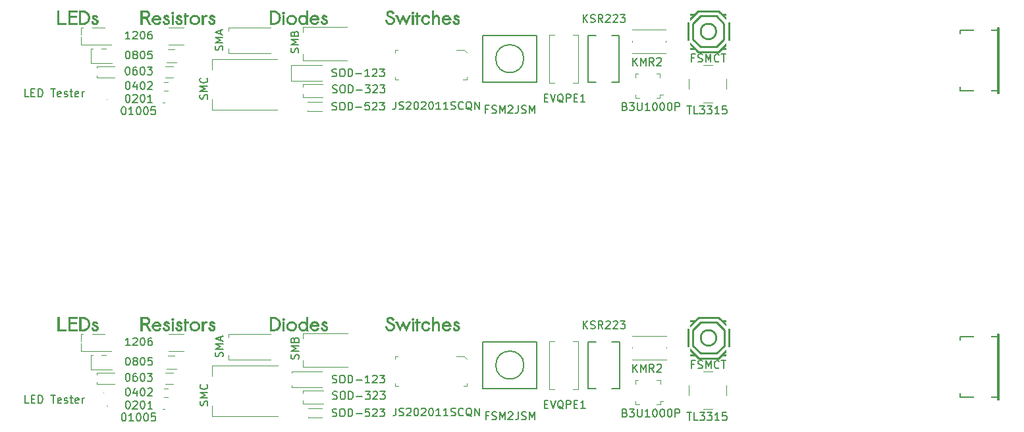
<source format=gbr>
G04 #@! TF.GenerationSoftware,KiCad,Pcbnew,5.0.0-fee4fd1~66~ubuntu16.04.1*
G04 #@! TF.CreationDate,2018-08-16T23:17:53+01:00*
G04 #@! TF.ProjectId,ruler,72756C65722E6B696361645F70636200,rev?*
G04 #@! TF.SameCoordinates,Original*
G04 #@! TF.FileFunction,Legend,Top*
G04 #@! TF.FilePolarity,Positive*
%FSLAX45Y45*%
G04 Gerber Fmt 4.5, Leading zero omitted, Abs format (unit mm)*
G04 Created by KiCad (PCBNEW 5.0.0-fee4fd1~66~ubuntu16.04.1) date Thu Aug 16 23:17:53 2018*
%MOMM*%
%LPD*%
G01*
G04 APERTURE LIST*
%ADD10C,0.200000*%
%ADD11C,0.100000*%
%ADD12C,0.120000*%
%ADD13C,0.010000*%
%ADD14C,0.150000*%
%ADD15C,0.254000*%
%ADD16C,0.200660*%
%ADD17C,1.000000*%
%ADD18C,1.275000*%
%ADD19C,1.550000*%
%ADD20C,1.650000*%
%ADD21R,2.900000X3.700000*%
%ADD22R,0.900000X1.100000*%
%ADD23R,0.600000X1.500000*%
%ADD24R,1.800000X1.400000*%
%ADD25R,1.000000X0.850000*%
%ADD26R,2.900000X2.700000*%
%ADD27R,0.800000X1.000000*%
%ADD28R,1.000000X1.100000*%
%ADD29C,0.900000*%
%ADD30R,1.300000X2.100000*%
%ADD31C,0.700000*%
%ADD32R,1.800000X2.500000*%
%ADD33R,2.000000X2.400000*%
%ADD34R,1.200000X2.100000*%
%ADD35R,1.100000X1.700000*%
%ADD36C,0.800000*%
%ADD37R,1.300000X1.400000*%
%ADD38R,1.400760X1.400760*%
%ADD39R,0.680000X0.830000*%
%ADD40R,2.297380X1.573480*%
%ADD41R,2.297380X2.774900*%
%ADD42R,2.500580X1.873200*%
%ADD43R,1.779220X0.849580*%
%ADD44R,2.900000X2.200000*%
%ADD45R,1.600000X2.900000*%
%ADD46R,0.900000X1.300000*%
%ADD47R,1.300000X1.600000*%
G04 APERTURE END LIST*
D10*
X11218381Y-14433038D02*
X11227905Y-14433038D01*
X11237428Y-14437800D01*
X11242190Y-14442562D01*
X11246952Y-14452086D01*
X11251714Y-14471133D01*
X11251714Y-14494943D01*
X11246952Y-14513990D01*
X11242190Y-14523514D01*
X11237428Y-14528276D01*
X11227905Y-14533038D01*
X11218381Y-14533038D01*
X11208857Y-14528276D01*
X11204095Y-14523514D01*
X11199333Y-14513990D01*
X11194571Y-14494943D01*
X11194571Y-14471133D01*
X11199333Y-14452086D01*
X11204095Y-14442562D01*
X11208857Y-14437800D01*
X11218381Y-14433038D01*
X11308857Y-14475895D02*
X11299333Y-14471133D01*
X11294571Y-14466371D01*
X11289809Y-14456848D01*
X11289809Y-14452086D01*
X11294571Y-14442562D01*
X11299333Y-14437800D01*
X11308857Y-14433038D01*
X11327905Y-14433038D01*
X11337428Y-14437800D01*
X11342190Y-14442562D01*
X11346952Y-14452086D01*
X11346952Y-14456848D01*
X11342190Y-14466371D01*
X11337428Y-14471133D01*
X11327905Y-14475895D01*
X11308857Y-14475895D01*
X11299333Y-14480657D01*
X11294571Y-14485419D01*
X11289809Y-14494943D01*
X11289809Y-14513990D01*
X11294571Y-14523514D01*
X11299333Y-14528276D01*
X11308857Y-14533038D01*
X11327905Y-14533038D01*
X11337428Y-14528276D01*
X11342190Y-14523514D01*
X11346952Y-14513990D01*
X11346952Y-14494943D01*
X11342190Y-14485419D01*
X11337428Y-14480657D01*
X11327905Y-14475895D01*
X11408857Y-14433038D02*
X11418381Y-14433038D01*
X11427905Y-14437800D01*
X11432667Y-14442562D01*
X11437428Y-14452086D01*
X11442190Y-14471133D01*
X11442190Y-14494943D01*
X11437428Y-14513990D01*
X11432667Y-14523514D01*
X11427905Y-14528276D01*
X11418381Y-14533038D01*
X11408857Y-14533038D01*
X11399333Y-14528276D01*
X11394571Y-14523514D01*
X11389809Y-14513990D01*
X11385048Y-14494943D01*
X11385048Y-14471133D01*
X11389809Y-14452086D01*
X11394571Y-14442562D01*
X11399333Y-14437800D01*
X11408857Y-14433038D01*
X11532667Y-14433038D02*
X11485048Y-14433038D01*
X11480286Y-14480657D01*
X11485048Y-14475895D01*
X11494571Y-14471133D01*
X11518381Y-14471133D01*
X11527905Y-14475895D01*
X11532667Y-14480657D01*
X11537428Y-14490181D01*
X11537428Y-14513990D01*
X11532667Y-14523514D01*
X11527905Y-14528276D01*
X11518381Y-14533038D01*
X11494571Y-14533038D01*
X11485048Y-14528276D01*
X11480286Y-14523514D01*
X11215881Y-14638138D02*
X11225405Y-14638138D01*
X11234928Y-14642900D01*
X11239690Y-14647662D01*
X11244452Y-14657186D01*
X11249214Y-14676233D01*
X11249214Y-14700043D01*
X11244452Y-14719090D01*
X11239690Y-14728614D01*
X11234928Y-14733376D01*
X11225405Y-14738138D01*
X11215881Y-14738138D01*
X11206357Y-14733376D01*
X11201595Y-14728614D01*
X11196833Y-14719090D01*
X11192071Y-14700043D01*
X11192071Y-14676233D01*
X11196833Y-14657186D01*
X11201595Y-14647662D01*
X11206357Y-14642900D01*
X11215881Y-14638138D01*
X11334928Y-14638138D02*
X11315881Y-14638138D01*
X11306357Y-14642900D01*
X11301595Y-14647662D01*
X11292071Y-14661948D01*
X11287309Y-14680995D01*
X11287309Y-14719090D01*
X11292071Y-14728614D01*
X11296833Y-14733376D01*
X11306357Y-14738138D01*
X11325405Y-14738138D01*
X11334928Y-14733376D01*
X11339690Y-14728614D01*
X11344452Y-14719090D01*
X11344452Y-14695281D01*
X11339690Y-14685757D01*
X11334928Y-14680995D01*
X11325405Y-14676233D01*
X11306357Y-14676233D01*
X11296833Y-14680995D01*
X11292071Y-14685757D01*
X11287309Y-14695281D01*
X11406357Y-14638138D02*
X11415881Y-14638138D01*
X11425405Y-14642900D01*
X11430167Y-14647662D01*
X11434928Y-14657186D01*
X11439690Y-14676233D01*
X11439690Y-14700043D01*
X11434928Y-14719090D01*
X11430167Y-14728614D01*
X11425405Y-14733376D01*
X11415881Y-14738138D01*
X11406357Y-14738138D01*
X11396833Y-14733376D01*
X11392071Y-14728614D01*
X11387309Y-14719090D01*
X11382548Y-14700043D01*
X11382548Y-14676233D01*
X11387309Y-14657186D01*
X11392071Y-14647662D01*
X11396833Y-14642900D01*
X11406357Y-14638138D01*
X11473024Y-14638138D02*
X11534928Y-14638138D01*
X11501595Y-14676233D01*
X11515881Y-14676233D01*
X11525405Y-14680995D01*
X11530167Y-14685757D01*
X11534928Y-14695281D01*
X11534928Y-14719090D01*
X11530167Y-14728614D01*
X11525405Y-14733376D01*
X11515881Y-14738138D01*
X11487309Y-14738138D01*
X11477786Y-14733376D01*
X11473024Y-14728614D01*
X11218381Y-14827638D02*
X11227905Y-14827638D01*
X11237428Y-14832400D01*
X11242190Y-14837162D01*
X11246952Y-14846686D01*
X11251714Y-14865733D01*
X11251714Y-14889543D01*
X11246952Y-14908590D01*
X11242190Y-14918114D01*
X11237428Y-14922876D01*
X11227905Y-14927638D01*
X11218381Y-14927638D01*
X11208857Y-14922876D01*
X11204095Y-14918114D01*
X11199333Y-14908590D01*
X11194571Y-14889543D01*
X11194571Y-14865733D01*
X11199333Y-14846686D01*
X11204095Y-14837162D01*
X11208857Y-14832400D01*
X11218381Y-14827638D01*
X11337428Y-14860971D02*
X11337428Y-14927638D01*
X11313619Y-14822876D02*
X11289809Y-14894305D01*
X11351714Y-14894305D01*
X11408857Y-14827638D02*
X11418381Y-14827638D01*
X11427905Y-14832400D01*
X11432667Y-14837162D01*
X11437428Y-14846686D01*
X11442190Y-14865733D01*
X11442190Y-14889543D01*
X11437428Y-14908590D01*
X11432667Y-14918114D01*
X11427905Y-14922876D01*
X11418381Y-14927638D01*
X11408857Y-14927638D01*
X11399333Y-14922876D01*
X11394571Y-14918114D01*
X11389809Y-14908590D01*
X11385048Y-14889543D01*
X11385048Y-14865733D01*
X11389809Y-14846686D01*
X11394571Y-14837162D01*
X11399333Y-14832400D01*
X11408857Y-14827638D01*
X11480286Y-14837162D02*
X11485048Y-14832400D01*
X11494571Y-14827638D01*
X11518381Y-14827638D01*
X11527905Y-14832400D01*
X11532667Y-14837162D01*
X11537428Y-14846686D01*
X11537428Y-14856209D01*
X11532667Y-14870495D01*
X11475524Y-14927638D01*
X11537428Y-14927638D01*
X11218381Y-14992638D02*
X11227905Y-14992638D01*
X11237428Y-14997400D01*
X11242190Y-15002162D01*
X11246952Y-15011686D01*
X11251714Y-15030733D01*
X11251714Y-15054543D01*
X11246952Y-15073590D01*
X11242190Y-15083114D01*
X11237428Y-15087876D01*
X11227905Y-15092638D01*
X11218381Y-15092638D01*
X11208857Y-15087876D01*
X11204095Y-15083114D01*
X11199333Y-15073590D01*
X11194571Y-15054543D01*
X11194571Y-15030733D01*
X11199333Y-15011686D01*
X11204095Y-15002162D01*
X11208857Y-14997400D01*
X11218381Y-14992638D01*
X11289809Y-15002162D02*
X11294571Y-14997400D01*
X11304095Y-14992638D01*
X11327905Y-14992638D01*
X11337428Y-14997400D01*
X11342190Y-15002162D01*
X11346952Y-15011686D01*
X11346952Y-15021209D01*
X11342190Y-15035495D01*
X11285048Y-15092638D01*
X11346952Y-15092638D01*
X11408857Y-14992638D02*
X11418381Y-14992638D01*
X11427905Y-14997400D01*
X11432667Y-15002162D01*
X11437428Y-15011686D01*
X11442190Y-15030733D01*
X11442190Y-15054543D01*
X11437428Y-15073590D01*
X11432667Y-15083114D01*
X11427905Y-15087876D01*
X11418381Y-15092638D01*
X11408857Y-15092638D01*
X11399333Y-15087876D01*
X11394571Y-15083114D01*
X11389809Y-15073590D01*
X11385048Y-15054543D01*
X11385048Y-15030733D01*
X11389809Y-15011686D01*
X11394571Y-15002162D01*
X11399333Y-14997400D01*
X11408857Y-14992638D01*
X11537428Y-15092638D02*
X11480286Y-15092638D01*
X11508857Y-15092638D02*
X11508857Y-14992638D01*
X11499333Y-15006924D01*
X11489809Y-15016448D01*
X11480286Y-15021209D01*
X11165762Y-15150638D02*
X11175286Y-15150638D01*
X11184810Y-15155400D01*
X11189571Y-15160162D01*
X11194333Y-15169686D01*
X11199095Y-15188733D01*
X11199095Y-15212543D01*
X11194333Y-15231590D01*
X11189571Y-15241114D01*
X11184810Y-15245876D01*
X11175286Y-15250638D01*
X11165762Y-15250638D01*
X11156238Y-15245876D01*
X11151476Y-15241114D01*
X11146714Y-15231590D01*
X11141952Y-15212543D01*
X11141952Y-15188733D01*
X11146714Y-15169686D01*
X11151476Y-15160162D01*
X11156238Y-15155400D01*
X11165762Y-15150638D01*
X11294333Y-15250638D02*
X11237190Y-15250638D01*
X11265762Y-15250638D02*
X11265762Y-15150638D01*
X11256238Y-15164924D01*
X11246714Y-15174448D01*
X11237190Y-15179209D01*
X11356238Y-15150638D02*
X11365762Y-15150638D01*
X11375286Y-15155400D01*
X11380048Y-15160162D01*
X11384809Y-15169686D01*
X11389571Y-15188733D01*
X11389571Y-15212543D01*
X11384809Y-15231590D01*
X11380048Y-15241114D01*
X11375286Y-15245876D01*
X11365762Y-15250638D01*
X11356238Y-15250638D01*
X11346714Y-15245876D01*
X11341952Y-15241114D01*
X11337190Y-15231590D01*
X11332428Y-15212543D01*
X11332428Y-15188733D01*
X11337190Y-15169686D01*
X11341952Y-15160162D01*
X11346714Y-15155400D01*
X11356238Y-15150638D01*
X11451476Y-15150638D02*
X11461000Y-15150638D01*
X11470524Y-15155400D01*
X11475286Y-15160162D01*
X11480048Y-15169686D01*
X11484809Y-15188733D01*
X11484809Y-15212543D01*
X11480048Y-15231590D01*
X11475286Y-15241114D01*
X11470524Y-15245876D01*
X11461000Y-15250638D01*
X11451476Y-15250638D01*
X11441952Y-15245876D01*
X11437190Y-15241114D01*
X11432428Y-15231590D01*
X11427667Y-15212543D01*
X11427667Y-15188733D01*
X11432428Y-15169686D01*
X11437190Y-15160162D01*
X11441952Y-15155400D01*
X11451476Y-15150638D01*
X11575286Y-15150638D02*
X11527667Y-15150638D01*
X11522905Y-15198257D01*
X11527667Y-15193495D01*
X11537190Y-15188733D01*
X11561000Y-15188733D01*
X11570524Y-15193495D01*
X11575286Y-15198257D01*
X11580048Y-15207781D01*
X11580048Y-15231590D01*
X11575286Y-15241114D01*
X11570524Y-15245876D01*
X11561000Y-15250638D01*
X11537190Y-15250638D01*
X11527667Y-15245876D01*
X11522905Y-15241114D01*
X11251714Y-14279288D02*
X11194571Y-14279288D01*
X11223143Y-14279288D02*
X11223143Y-14179288D01*
X11213619Y-14193574D01*
X11204095Y-14203098D01*
X11194571Y-14207859D01*
X11289809Y-14188812D02*
X11294571Y-14184050D01*
X11304095Y-14179288D01*
X11327905Y-14179288D01*
X11337428Y-14184050D01*
X11342190Y-14188812D01*
X11346952Y-14198336D01*
X11346952Y-14207859D01*
X11342190Y-14222145D01*
X11285048Y-14279288D01*
X11346952Y-14279288D01*
X11408857Y-14179288D02*
X11418381Y-14179288D01*
X11427905Y-14184050D01*
X11432667Y-14188812D01*
X11437428Y-14198336D01*
X11442190Y-14217383D01*
X11442190Y-14241193D01*
X11437428Y-14260240D01*
X11432667Y-14269764D01*
X11427905Y-14274526D01*
X11418381Y-14279288D01*
X11408857Y-14279288D01*
X11399333Y-14274526D01*
X11394571Y-14269764D01*
X11389809Y-14260240D01*
X11385048Y-14241193D01*
X11385048Y-14217383D01*
X11389809Y-14198336D01*
X11394571Y-14188812D01*
X11399333Y-14184050D01*
X11408857Y-14179288D01*
X11527905Y-14179288D02*
X11508857Y-14179288D01*
X11499333Y-14184050D01*
X11494571Y-14188812D01*
X11485048Y-14203098D01*
X11480286Y-14222145D01*
X11480286Y-14260240D01*
X11485048Y-14269764D01*
X11489809Y-14274526D01*
X11499333Y-14279288D01*
X11518381Y-14279288D01*
X11527905Y-14274526D01*
X11532667Y-14269764D01*
X11537428Y-14260240D01*
X11537428Y-14236431D01*
X11532667Y-14226907D01*
X11527905Y-14222145D01*
X11518381Y-14217383D01*
X11499333Y-14217383D01*
X11489809Y-14222145D01*
X11485048Y-14226907D01*
X11480286Y-14236431D01*
X11164762Y-11205238D02*
X11174286Y-11205238D01*
X11183810Y-11210000D01*
X11188571Y-11214762D01*
X11193333Y-11224286D01*
X11198095Y-11243333D01*
X11198095Y-11267143D01*
X11193333Y-11286190D01*
X11188571Y-11295714D01*
X11183810Y-11300476D01*
X11174286Y-11305238D01*
X11164762Y-11305238D01*
X11155238Y-11300476D01*
X11150476Y-11295714D01*
X11145714Y-11286190D01*
X11140952Y-11267143D01*
X11140952Y-11243333D01*
X11145714Y-11224286D01*
X11150476Y-11214762D01*
X11155238Y-11210000D01*
X11164762Y-11205238D01*
X11293333Y-11305238D02*
X11236190Y-11305238D01*
X11264762Y-11305238D02*
X11264762Y-11205238D01*
X11255238Y-11219524D01*
X11245714Y-11229048D01*
X11236190Y-11233809D01*
X11355238Y-11205238D02*
X11364762Y-11205238D01*
X11374286Y-11210000D01*
X11379048Y-11214762D01*
X11383809Y-11224286D01*
X11388571Y-11243333D01*
X11388571Y-11267143D01*
X11383809Y-11286190D01*
X11379048Y-11295714D01*
X11374286Y-11300476D01*
X11364762Y-11305238D01*
X11355238Y-11305238D01*
X11345714Y-11300476D01*
X11340952Y-11295714D01*
X11336190Y-11286190D01*
X11331428Y-11267143D01*
X11331428Y-11243333D01*
X11336190Y-11224286D01*
X11340952Y-11214762D01*
X11345714Y-11210000D01*
X11355238Y-11205238D01*
X11450476Y-11205238D02*
X11460000Y-11205238D01*
X11469524Y-11210000D01*
X11474286Y-11214762D01*
X11479048Y-11224286D01*
X11483809Y-11243333D01*
X11483809Y-11267143D01*
X11479048Y-11286190D01*
X11474286Y-11295714D01*
X11469524Y-11300476D01*
X11460000Y-11305238D01*
X11450476Y-11305238D01*
X11440952Y-11300476D01*
X11436190Y-11295714D01*
X11431428Y-11286190D01*
X11426667Y-11267143D01*
X11426667Y-11243333D01*
X11431428Y-11224286D01*
X11436190Y-11214762D01*
X11440952Y-11210000D01*
X11450476Y-11205238D01*
X11574286Y-11205238D02*
X11526667Y-11205238D01*
X11521905Y-11252857D01*
X11526667Y-11248095D01*
X11536190Y-11243333D01*
X11560000Y-11243333D01*
X11569524Y-11248095D01*
X11574286Y-11252857D01*
X11579048Y-11262381D01*
X11579048Y-11286190D01*
X11574286Y-11295714D01*
X11569524Y-11300476D01*
X11560000Y-11305238D01*
X11536190Y-11305238D01*
X11526667Y-11300476D01*
X11521905Y-11295714D01*
X11217381Y-11047238D02*
X11226905Y-11047238D01*
X11236428Y-11052000D01*
X11241190Y-11056762D01*
X11245952Y-11066286D01*
X11250714Y-11085333D01*
X11250714Y-11109143D01*
X11245952Y-11128190D01*
X11241190Y-11137714D01*
X11236428Y-11142476D01*
X11226905Y-11147238D01*
X11217381Y-11147238D01*
X11207857Y-11142476D01*
X11203095Y-11137714D01*
X11198333Y-11128190D01*
X11193571Y-11109143D01*
X11193571Y-11085333D01*
X11198333Y-11066286D01*
X11203095Y-11056762D01*
X11207857Y-11052000D01*
X11217381Y-11047238D01*
X11288809Y-11056762D02*
X11293571Y-11052000D01*
X11303095Y-11047238D01*
X11326905Y-11047238D01*
X11336428Y-11052000D01*
X11341190Y-11056762D01*
X11345952Y-11066286D01*
X11345952Y-11075810D01*
X11341190Y-11090095D01*
X11284048Y-11147238D01*
X11345952Y-11147238D01*
X11407857Y-11047238D02*
X11417381Y-11047238D01*
X11426905Y-11052000D01*
X11431667Y-11056762D01*
X11436428Y-11066286D01*
X11441190Y-11085333D01*
X11441190Y-11109143D01*
X11436428Y-11128190D01*
X11431667Y-11137714D01*
X11426905Y-11142476D01*
X11417381Y-11147238D01*
X11407857Y-11147238D01*
X11398333Y-11142476D01*
X11393571Y-11137714D01*
X11388809Y-11128190D01*
X11384048Y-11109143D01*
X11384048Y-11085333D01*
X11388809Y-11066286D01*
X11393571Y-11056762D01*
X11398333Y-11052000D01*
X11407857Y-11047238D01*
X11536428Y-11147238D02*
X11479286Y-11147238D01*
X11507857Y-11147238D02*
X11507857Y-11047238D01*
X11498333Y-11061524D01*
X11488809Y-11071048D01*
X11479286Y-11075810D01*
X11217381Y-10882238D02*
X11226905Y-10882238D01*
X11236428Y-10887000D01*
X11241190Y-10891762D01*
X11245952Y-10901286D01*
X11250714Y-10920333D01*
X11250714Y-10944143D01*
X11245952Y-10963190D01*
X11241190Y-10972714D01*
X11236428Y-10977476D01*
X11226905Y-10982238D01*
X11217381Y-10982238D01*
X11207857Y-10977476D01*
X11203095Y-10972714D01*
X11198333Y-10963190D01*
X11193571Y-10944143D01*
X11193571Y-10920333D01*
X11198333Y-10901286D01*
X11203095Y-10891762D01*
X11207857Y-10887000D01*
X11217381Y-10882238D01*
X11336428Y-10915571D02*
X11336428Y-10982238D01*
X11312619Y-10877476D02*
X11288809Y-10948905D01*
X11350714Y-10948905D01*
X11407857Y-10882238D02*
X11417381Y-10882238D01*
X11426905Y-10887000D01*
X11431667Y-10891762D01*
X11436428Y-10901286D01*
X11441190Y-10920333D01*
X11441190Y-10944143D01*
X11436428Y-10963190D01*
X11431667Y-10972714D01*
X11426905Y-10977476D01*
X11417381Y-10982238D01*
X11407857Y-10982238D01*
X11398333Y-10977476D01*
X11393571Y-10972714D01*
X11388809Y-10963190D01*
X11384048Y-10944143D01*
X11384048Y-10920333D01*
X11388809Y-10901286D01*
X11393571Y-10891762D01*
X11398333Y-10887000D01*
X11407857Y-10882238D01*
X11479286Y-10891762D02*
X11484048Y-10887000D01*
X11493571Y-10882238D01*
X11517381Y-10882238D01*
X11526905Y-10887000D01*
X11531667Y-10891762D01*
X11536428Y-10901286D01*
X11536428Y-10910810D01*
X11531667Y-10925095D01*
X11474524Y-10982238D01*
X11536428Y-10982238D01*
X11214881Y-10692738D02*
X11224405Y-10692738D01*
X11233928Y-10697500D01*
X11238690Y-10702262D01*
X11243452Y-10711786D01*
X11248214Y-10730833D01*
X11248214Y-10754643D01*
X11243452Y-10773690D01*
X11238690Y-10783214D01*
X11233928Y-10787976D01*
X11224405Y-10792738D01*
X11214881Y-10792738D01*
X11205357Y-10787976D01*
X11200595Y-10783214D01*
X11195833Y-10773690D01*
X11191071Y-10754643D01*
X11191071Y-10730833D01*
X11195833Y-10711786D01*
X11200595Y-10702262D01*
X11205357Y-10697500D01*
X11214881Y-10692738D01*
X11333928Y-10692738D02*
X11314881Y-10692738D01*
X11305357Y-10697500D01*
X11300595Y-10702262D01*
X11291071Y-10716548D01*
X11286309Y-10735595D01*
X11286309Y-10773690D01*
X11291071Y-10783214D01*
X11295833Y-10787976D01*
X11305357Y-10792738D01*
X11324405Y-10792738D01*
X11333928Y-10787976D01*
X11338690Y-10783214D01*
X11343452Y-10773690D01*
X11343452Y-10749881D01*
X11338690Y-10740357D01*
X11333928Y-10735595D01*
X11324405Y-10730833D01*
X11305357Y-10730833D01*
X11295833Y-10735595D01*
X11291071Y-10740357D01*
X11286309Y-10749881D01*
X11405357Y-10692738D02*
X11414881Y-10692738D01*
X11424405Y-10697500D01*
X11429167Y-10702262D01*
X11433928Y-10711786D01*
X11438690Y-10730833D01*
X11438690Y-10754643D01*
X11433928Y-10773690D01*
X11429167Y-10783214D01*
X11424405Y-10787976D01*
X11414881Y-10792738D01*
X11405357Y-10792738D01*
X11395833Y-10787976D01*
X11391071Y-10783214D01*
X11386309Y-10773690D01*
X11381548Y-10754643D01*
X11381548Y-10730833D01*
X11386309Y-10711786D01*
X11391071Y-10702262D01*
X11395833Y-10697500D01*
X11405357Y-10692738D01*
X11472024Y-10692738D02*
X11533928Y-10692738D01*
X11500595Y-10730833D01*
X11514881Y-10730833D01*
X11524405Y-10735595D01*
X11529167Y-10740357D01*
X11533928Y-10749881D01*
X11533928Y-10773690D01*
X11529167Y-10783214D01*
X11524405Y-10787976D01*
X11514881Y-10792738D01*
X11486309Y-10792738D01*
X11476786Y-10787976D01*
X11472024Y-10783214D01*
X11217381Y-10487638D02*
X11226905Y-10487638D01*
X11236428Y-10492400D01*
X11241190Y-10497162D01*
X11245952Y-10506686D01*
X11250714Y-10525733D01*
X11250714Y-10549543D01*
X11245952Y-10568590D01*
X11241190Y-10578114D01*
X11236428Y-10582876D01*
X11226905Y-10587638D01*
X11217381Y-10587638D01*
X11207857Y-10582876D01*
X11203095Y-10578114D01*
X11198333Y-10568590D01*
X11193571Y-10549543D01*
X11193571Y-10525733D01*
X11198333Y-10506686D01*
X11203095Y-10497162D01*
X11207857Y-10492400D01*
X11217381Y-10487638D01*
X11307857Y-10530495D02*
X11298333Y-10525733D01*
X11293571Y-10520971D01*
X11288809Y-10511448D01*
X11288809Y-10506686D01*
X11293571Y-10497162D01*
X11298333Y-10492400D01*
X11307857Y-10487638D01*
X11326905Y-10487638D01*
X11336428Y-10492400D01*
X11341190Y-10497162D01*
X11345952Y-10506686D01*
X11345952Y-10511448D01*
X11341190Y-10520971D01*
X11336428Y-10525733D01*
X11326905Y-10530495D01*
X11307857Y-10530495D01*
X11298333Y-10535257D01*
X11293571Y-10540019D01*
X11288809Y-10549543D01*
X11288809Y-10568590D01*
X11293571Y-10578114D01*
X11298333Y-10582876D01*
X11307857Y-10587638D01*
X11326905Y-10587638D01*
X11336428Y-10582876D01*
X11341190Y-10578114D01*
X11345952Y-10568590D01*
X11345952Y-10549543D01*
X11341190Y-10540019D01*
X11336428Y-10535257D01*
X11326905Y-10530495D01*
X11407857Y-10487638D02*
X11417381Y-10487638D01*
X11426905Y-10492400D01*
X11431667Y-10497162D01*
X11436428Y-10506686D01*
X11441190Y-10525733D01*
X11441190Y-10549543D01*
X11436428Y-10568590D01*
X11431667Y-10578114D01*
X11426905Y-10582876D01*
X11417381Y-10587638D01*
X11407857Y-10587638D01*
X11398333Y-10582876D01*
X11393571Y-10578114D01*
X11388809Y-10568590D01*
X11384048Y-10549543D01*
X11384048Y-10525733D01*
X11388809Y-10506686D01*
X11393571Y-10497162D01*
X11398333Y-10492400D01*
X11407857Y-10487638D01*
X11531667Y-10487638D02*
X11484048Y-10487638D01*
X11479286Y-10535257D01*
X11484048Y-10530495D01*
X11493571Y-10525733D01*
X11517381Y-10525733D01*
X11526905Y-10530495D01*
X11531667Y-10535257D01*
X11536428Y-10544781D01*
X11536428Y-10568590D01*
X11531667Y-10578114D01*
X11526905Y-10582876D01*
X11517381Y-10587638D01*
X11493571Y-10587638D01*
X11484048Y-10582876D01*
X11479286Y-10578114D01*
X11250714Y-10333888D02*
X11193571Y-10333888D01*
X11222143Y-10333888D02*
X11222143Y-10233888D01*
X11212619Y-10248174D01*
X11203095Y-10257698D01*
X11193571Y-10262460D01*
X11288809Y-10243412D02*
X11293571Y-10238650D01*
X11303095Y-10233888D01*
X11326905Y-10233888D01*
X11336428Y-10238650D01*
X11341190Y-10243412D01*
X11345952Y-10252936D01*
X11345952Y-10262460D01*
X11341190Y-10276745D01*
X11284048Y-10333888D01*
X11345952Y-10333888D01*
X11407857Y-10233888D02*
X11417381Y-10233888D01*
X11426905Y-10238650D01*
X11431667Y-10243412D01*
X11436428Y-10252936D01*
X11441190Y-10271983D01*
X11441190Y-10295793D01*
X11436428Y-10314840D01*
X11431667Y-10324364D01*
X11426905Y-10329126D01*
X11417381Y-10333888D01*
X11407857Y-10333888D01*
X11398333Y-10329126D01*
X11393571Y-10324364D01*
X11388809Y-10314840D01*
X11384048Y-10295793D01*
X11384048Y-10271983D01*
X11388809Y-10252936D01*
X11393571Y-10243412D01*
X11398333Y-10238650D01*
X11407857Y-10233888D01*
X11526905Y-10233888D02*
X11507857Y-10233888D01*
X11498333Y-10238650D01*
X11493571Y-10243412D01*
X11484048Y-10257698D01*
X11479286Y-10276745D01*
X11479286Y-10314840D01*
X11484048Y-10324364D01*
X11488809Y-10329126D01*
X11498333Y-10333888D01*
X11517381Y-10333888D01*
X11526905Y-10329126D01*
X11531667Y-10324364D01*
X11536428Y-10314840D01*
X11536428Y-10291031D01*
X11531667Y-10281507D01*
X11526905Y-10276745D01*
X11517381Y-10271983D01*
X11498333Y-10271983D01*
X11488809Y-10276745D01*
X11484048Y-10281507D01*
X11479286Y-10291031D01*
D11*
G04 #@! TO.C,LED2*
X10910400Y-14890400D02*
G75*
G03X10910400Y-14890400I-5000J0D01*
G01*
D12*
G04 #@! TO.C,LED3*
X10820900Y-14776450D02*
X11049400Y-14776450D01*
X10820900Y-14629450D02*
X10820900Y-14776450D01*
X11049400Y-14629450D02*
X10820900Y-14629450D01*
G04 #@! TO.C,LED4*
X10750900Y-14591800D02*
X11019400Y-14591800D01*
X10750900Y-14399800D02*
X10750900Y-14591800D01*
X11019400Y-14399800D02*
X10750900Y-14399800D01*
G04 #@! TO.C,LED5*
X10620900Y-14355550D02*
X11009400Y-14355550D01*
X10620900Y-14128550D02*
X10620900Y-14355550D01*
X11009400Y-14128550D02*
X10620900Y-14128550D01*
G04 #@! TO.C,D3*
X12308000Y-14539400D02*
X13148000Y-14539400D01*
X12308000Y-15189400D02*
X13148000Y-15189400D01*
X12308000Y-15189400D02*
X12308000Y-14539400D01*
D11*
G04 #@! TO.C,SW5*
X18918600Y-14854800D02*
X18918600Y-14914800D01*
X18918600Y-14854800D02*
X18918600Y-14794800D01*
X18678600Y-14614800D02*
X18618600Y-14614800D01*
X18678600Y-14614800D02*
X18738600Y-14614800D01*
X18438600Y-14854800D02*
X18438600Y-14914800D01*
X18438600Y-14854800D02*
X18438600Y-14794800D01*
X18678600Y-15094800D02*
X18618600Y-15094800D01*
X18678600Y-15094800D02*
X18738600Y-15094800D01*
D13*
G04 #@! TO.C,DRAWING3*
G36*
X11801035Y-13929109D02*
X11805916Y-13932037D01*
X11805949Y-13932066D01*
X11809152Y-13936332D01*
X11810212Y-13941021D01*
X11809349Y-13945621D01*
X11806781Y-13949620D01*
X11802728Y-13952506D01*
X11797409Y-13953768D01*
X11796643Y-13953786D01*
X11792800Y-13953369D01*
X11789683Y-13951754D01*
X11787138Y-13949468D01*
X11783947Y-13945392D01*
X11782820Y-13941765D01*
X11783897Y-13936324D01*
X11786779Y-13932119D01*
X11790944Y-13929369D01*
X11795870Y-13928293D01*
X11801035Y-13929109D01*
X11801035Y-13929109D01*
G37*
X11801035Y-13929109D02*
X11805916Y-13932037D01*
X11805949Y-13932066D01*
X11809152Y-13936332D01*
X11810212Y-13941021D01*
X11809349Y-13945621D01*
X11806781Y-13949620D01*
X11802728Y-13952506D01*
X11797409Y-13953768D01*
X11796643Y-13953786D01*
X11792800Y-13953369D01*
X11789683Y-13951754D01*
X11787138Y-13949468D01*
X11783947Y-13945392D01*
X11782820Y-13941765D01*
X11783897Y-13936324D01*
X11786779Y-13932119D01*
X11790944Y-13929369D01*
X11795870Y-13928293D01*
X11801035Y-13929109D01*
G36*
X12224061Y-13966192D02*
X12227346Y-13968326D01*
X12231333Y-13971079D01*
X12235524Y-13974084D01*
X12239424Y-13976976D01*
X12242536Y-13979390D01*
X12244363Y-13980959D01*
X12244631Y-13981348D01*
X12243195Y-13981784D01*
X12239953Y-13982407D01*
X12235809Y-13983053D01*
X12224099Y-13985651D01*
X12214314Y-13989884D01*
X12206393Y-13995800D01*
X12200274Y-14003450D01*
X12195897Y-14012884D01*
X12194756Y-14016651D01*
X12194157Y-14019907D01*
X12193697Y-14024788D01*
X12193365Y-14031501D01*
X12193155Y-14040253D01*
X12193055Y-14051253D01*
X12193045Y-14056339D01*
X12193030Y-14089676D01*
X12174149Y-14089676D01*
X12173683Y-14034749D01*
X12173555Y-14021049D01*
X12173416Y-14009651D01*
X12173257Y-14000316D01*
X12173068Y-13992804D01*
X12172839Y-13986878D01*
X12172561Y-13982298D01*
X12172223Y-13978826D01*
X12171816Y-13976222D01*
X12171331Y-13974249D01*
X12171183Y-13973789D01*
X12169148Y-13967756D01*
X12190371Y-13967756D01*
X12191693Y-13972519D01*
X12192604Y-13976961D01*
X12193020Y-13981286D01*
X12193023Y-13981536D01*
X12193030Y-13985791D01*
X12200001Y-13979419D01*
X12204336Y-13975864D01*
X12209242Y-13972471D01*
X12214199Y-13969527D01*
X12218685Y-13967319D01*
X12222177Y-13966134D01*
X12224061Y-13966192D01*
X12224061Y-13966192D01*
G37*
X12224061Y-13966192D02*
X12227346Y-13968326D01*
X12231333Y-13971079D01*
X12235524Y-13974084D01*
X12239424Y-13976976D01*
X12242536Y-13979390D01*
X12244363Y-13980959D01*
X12244631Y-13981348D01*
X12243195Y-13981784D01*
X12239953Y-13982407D01*
X12235809Y-13983053D01*
X12224099Y-13985651D01*
X12214314Y-13989884D01*
X12206393Y-13995800D01*
X12200274Y-14003450D01*
X12195897Y-14012884D01*
X12194756Y-14016651D01*
X12194157Y-14019907D01*
X12193697Y-14024788D01*
X12193365Y-14031501D01*
X12193155Y-14040253D01*
X12193055Y-14051253D01*
X12193045Y-14056339D01*
X12193030Y-14089676D01*
X12174149Y-14089676D01*
X12173683Y-14034749D01*
X12173555Y-14021049D01*
X12173416Y-14009651D01*
X12173257Y-14000316D01*
X12173068Y-13992804D01*
X12172839Y-13986878D01*
X12172561Y-13982298D01*
X12172223Y-13978826D01*
X12171816Y-13976222D01*
X12171331Y-13974249D01*
X12171183Y-13973789D01*
X12169148Y-13967756D01*
X12190371Y-13967756D01*
X12191693Y-13972519D01*
X12192604Y-13976961D01*
X12193020Y-13981286D01*
X12193023Y-13981536D01*
X12193030Y-13985791D01*
X12200001Y-13979419D01*
X12204336Y-13975864D01*
X12209242Y-13972471D01*
X12214199Y-13969527D01*
X12218685Y-13967319D01*
X12222177Y-13966134D01*
X12224061Y-13966192D01*
G36*
X11968240Y-13967756D02*
X11985385Y-13967756D01*
X11991652Y-13967827D01*
X11996892Y-13968022D01*
X12000642Y-13968314D01*
X12002439Y-13968674D01*
X12002530Y-13968779D01*
X12002150Y-13970431D01*
X12001156Y-13973742D01*
X11999873Y-13977669D01*
X11997217Y-13985536D01*
X11968240Y-13985536D01*
X11968240Y-14089676D01*
X11949190Y-14089676D01*
X11949190Y-13985536D01*
X11939030Y-13985536D01*
X11939030Y-13967756D01*
X11949190Y-13967756D01*
X11949190Y-13941086D01*
X11968240Y-13941086D01*
X11968240Y-13967756D01*
X11968240Y-13967756D01*
G37*
X11968240Y-13967756D02*
X11985385Y-13967756D01*
X11991652Y-13967827D01*
X11996892Y-13968022D01*
X12000642Y-13968314D01*
X12002439Y-13968674D01*
X12002530Y-13968779D01*
X12002150Y-13970431D01*
X12001156Y-13973742D01*
X11999873Y-13977669D01*
X11997217Y-13985536D01*
X11968240Y-13985536D01*
X11968240Y-14089676D01*
X11949190Y-14089676D01*
X11949190Y-13985536D01*
X11939030Y-13985536D01*
X11939030Y-13967756D01*
X11949190Y-13967756D01*
X11949190Y-13941086D01*
X11968240Y-13941086D01*
X11968240Y-13967756D01*
G36*
X11805680Y-14089676D02*
X11786630Y-14089676D01*
X11786630Y-13967756D01*
X11805680Y-13967756D01*
X11805680Y-14089676D01*
X11805680Y-14089676D01*
G37*
X11805680Y-14089676D02*
X11786630Y-14089676D01*
X11786630Y-13967756D01*
X11805680Y-13967756D01*
X11805680Y-14089676D01*
G36*
X11426902Y-13910857D02*
X11467225Y-13911241D01*
X11474592Y-13914858D01*
X11483822Y-13920723D01*
X11491367Y-13928230D01*
X11497104Y-13937028D01*
X11500908Y-13946764D01*
X11502655Y-13957085D01*
X11502220Y-13967639D01*
X11499479Y-13978073D01*
X11498056Y-13981411D01*
X11494115Y-13987843D01*
X11488573Y-13994345D01*
X11482210Y-14000106D01*
X11476277Y-14004066D01*
X11469287Y-14007816D01*
X11492068Y-14048223D01*
X11497265Y-14057455D01*
X11502046Y-14065973D01*
X11506271Y-14073529D01*
X11509803Y-14079874D01*
X11512502Y-14084759D01*
X11514231Y-14087934D01*
X11514850Y-14089151D01*
X11514850Y-14089153D01*
X11513678Y-14089391D01*
X11510552Y-14089572D01*
X11506061Y-14089668D01*
X11504185Y-14089676D01*
X11493520Y-14089676D01*
X11449006Y-14010301D01*
X11405630Y-14009606D01*
X11405630Y-14089676D01*
X11386580Y-14089676D01*
X11386580Y-13928386D01*
X11405630Y-13928386D01*
X11405630Y-13990616D01*
X11431835Y-13990616D01*
X11441814Y-13990537D01*
X11450260Y-13990310D01*
X11456892Y-13989949D01*
X11461427Y-13989465D01*
X11462960Y-13989142D01*
X11468994Y-13986233D01*
X11474705Y-13981532D01*
X11479302Y-13975743D01*
X11480591Y-13973408D01*
X11482975Y-13965827D01*
X11483324Y-13957732D01*
X11481776Y-13949735D01*
X11478466Y-13942448D01*
X11473530Y-13936482D01*
X11472120Y-13935316D01*
X11468985Y-13933114D01*
X11465826Y-13931428D01*
X11462253Y-13930190D01*
X11457873Y-13929335D01*
X11452293Y-13928796D01*
X11445122Y-13928504D01*
X11435966Y-13928394D01*
X11431505Y-13928386D01*
X11405630Y-13928386D01*
X11386580Y-13928386D01*
X11386580Y-13910474D01*
X11426902Y-13910857D01*
X11426902Y-13910857D01*
G37*
X11426902Y-13910857D02*
X11467225Y-13911241D01*
X11474592Y-13914858D01*
X11483822Y-13920723D01*
X11491367Y-13928230D01*
X11497104Y-13937028D01*
X11500908Y-13946764D01*
X11502655Y-13957085D01*
X11502220Y-13967639D01*
X11499479Y-13978073D01*
X11498056Y-13981411D01*
X11494115Y-13987843D01*
X11488573Y-13994345D01*
X11482210Y-14000106D01*
X11476277Y-14004066D01*
X11469287Y-14007816D01*
X11492068Y-14048223D01*
X11497265Y-14057455D01*
X11502046Y-14065973D01*
X11506271Y-14073529D01*
X11509803Y-14079874D01*
X11512502Y-14084759D01*
X11514231Y-14087934D01*
X11514850Y-14089151D01*
X11514850Y-14089153D01*
X11513678Y-14089391D01*
X11510552Y-14089572D01*
X11506061Y-14089668D01*
X11504185Y-14089676D01*
X11493520Y-14089676D01*
X11449006Y-14010301D01*
X11405630Y-14009606D01*
X11405630Y-14089676D01*
X11386580Y-14089676D01*
X11386580Y-13928386D01*
X11405630Y-13928386D01*
X11405630Y-13990616D01*
X11431835Y-13990616D01*
X11441814Y-13990537D01*
X11450260Y-13990310D01*
X11456892Y-13989949D01*
X11461427Y-13989465D01*
X11462960Y-13989142D01*
X11468994Y-13986233D01*
X11474705Y-13981532D01*
X11479302Y-13975743D01*
X11480591Y-13973408D01*
X11482975Y-13965827D01*
X11483324Y-13957732D01*
X11481776Y-13949735D01*
X11478466Y-13942448D01*
X11473530Y-13936482D01*
X11472120Y-13935316D01*
X11468985Y-13933114D01*
X11465826Y-13931428D01*
X11462253Y-13930190D01*
X11457873Y-13929335D01*
X11452293Y-13928796D01*
X11445122Y-13928504D01*
X11435966Y-13928394D01*
X11431505Y-13928386D01*
X11405630Y-13928386D01*
X11386580Y-13928386D01*
X11386580Y-13910474D01*
X11426902Y-13910857D01*
G36*
X12307639Y-13966308D02*
X12314095Y-13967691D01*
X12315191Y-13968113D01*
X12322074Y-13972213D01*
X12328443Y-13978178D01*
X12333673Y-13985335D01*
X12336501Y-13991148D01*
X12336975Y-13992866D01*
X12336489Y-13994075D01*
X12334582Y-13995174D01*
X12330796Y-13996560D01*
X12329876Y-13996872D01*
X12325642Y-13998234D01*
X12322315Y-13999181D01*
X12320736Y-13999493D01*
X12319465Y-13998420D01*
X12317869Y-13995741D01*
X12317289Y-13994465D01*
X12313806Y-13989198D01*
X12308657Y-13985772D01*
X12302052Y-13984315D01*
X12300565Y-13984271D01*
X12296277Y-13984577D01*
X12293254Y-13985812D01*
X12290722Y-13987978D01*
X12287754Y-13992501D01*
X12287019Y-13997523D01*
X12288587Y-14002407D01*
X12289065Y-14003145D01*
X12290976Y-14004776D01*
X12294815Y-14007193D01*
X12300185Y-14010168D01*
X12306685Y-14013472D01*
X12309258Y-14014714D01*
X12319136Y-14019667D01*
X12326856Y-14024154D01*
X12332705Y-14028400D01*
X12336970Y-14032631D01*
X12339936Y-14037071D01*
X12341173Y-14039826D01*
X12343402Y-14048892D01*
X12343293Y-14057763D01*
X12341046Y-14066164D01*
X12336863Y-14073822D01*
X12330943Y-14080464D01*
X12323489Y-14085816D01*
X12314699Y-14089605D01*
X12304775Y-14091557D01*
X12303131Y-14091678D01*
X12293903Y-14091491D01*
X12287712Y-14090193D01*
X12278516Y-14085975D01*
X12270775Y-14079771D01*
X12264661Y-14071790D01*
X12260346Y-14062239D01*
X12258567Y-14055167D01*
X12258207Y-14052649D01*
X12258523Y-14051003D01*
X12259949Y-14049960D01*
X12262920Y-14049251D01*
X12267872Y-14048606D01*
X12269474Y-14048423D01*
X12276704Y-14047601D01*
X12277584Y-14052446D01*
X12280095Y-14060354D01*
X12284303Y-14066599D01*
X12289945Y-14070987D01*
X12296758Y-14073326D01*
X12304480Y-14073422D01*
X12305839Y-14073206D01*
X12312747Y-14070909D01*
X12318396Y-14066997D01*
X12322446Y-14061871D01*
X12324557Y-14055930D01*
X12324656Y-14051117D01*
X12323842Y-14047690D01*
X12322126Y-14044587D01*
X12319226Y-14041577D01*
X12314857Y-14038429D01*
X12308737Y-14034913D01*
X12300581Y-14030798D01*
X12298440Y-14029767D01*
X12288899Y-14025004D01*
X12281514Y-14020766D01*
X12276029Y-14016776D01*
X12272189Y-14012758D01*
X12269740Y-14008434D01*
X12268426Y-14003529D01*
X12267992Y-13997764D01*
X12267988Y-13996699D01*
X12268993Y-13987876D01*
X12272008Y-13980546D01*
X12277134Y-13974556D01*
X12284471Y-13969752D01*
X12286375Y-13968847D01*
X12292740Y-13966913D01*
X12300174Y-13966057D01*
X12307639Y-13966308D01*
X12307639Y-13966308D01*
G37*
X12307639Y-13966308D02*
X12314095Y-13967691D01*
X12315191Y-13968113D01*
X12322074Y-13972213D01*
X12328443Y-13978178D01*
X12333673Y-13985335D01*
X12336501Y-13991148D01*
X12336975Y-13992866D01*
X12336489Y-13994075D01*
X12334582Y-13995174D01*
X12330796Y-13996560D01*
X12329876Y-13996872D01*
X12325642Y-13998234D01*
X12322315Y-13999181D01*
X12320736Y-13999493D01*
X12319465Y-13998420D01*
X12317869Y-13995741D01*
X12317289Y-13994465D01*
X12313806Y-13989198D01*
X12308657Y-13985772D01*
X12302052Y-13984315D01*
X12300565Y-13984271D01*
X12296277Y-13984577D01*
X12293254Y-13985812D01*
X12290722Y-13987978D01*
X12287754Y-13992501D01*
X12287019Y-13997523D01*
X12288587Y-14002407D01*
X12289065Y-14003145D01*
X12290976Y-14004776D01*
X12294815Y-14007193D01*
X12300185Y-14010168D01*
X12306685Y-14013472D01*
X12309258Y-14014714D01*
X12319136Y-14019667D01*
X12326856Y-14024154D01*
X12332705Y-14028400D01*
X12336970Y-14032631D01*
X12339936Y-14037071D01*
X12341173Y-14039826D01*
X12343402Y-14048892D01*
X12343293Y-14057763D01*
X12341046Y-14066164D01*
X12336863Y-14073822D01*
X12330943Y-14080464D01*
X12323489Y-14085816D01*
X12314699Y-14089605D01*
X12304775Y-14091557D01*
X12303131Y-14091678D01*
X12293903Y-14091491D01*
X12287712Y-14090193D01*
X12278516Y-14085975D01*
X12270775Y-14079771D01*
X12264661Y-14071790D01*
X12260346Y-14062239D01*
X12258567Y-14055167D01*
X12258207Y-14052649D01*
X12258523Y-14051003D01*
X12259949Y-14049960D01*
X12262920Y-14049251D01*
X12267872Y-14048606D01*
X12269474Y-14048423D01*
X12276704Y-14047601D01*
X12277584Y-14052446D01*
X12280095Y-14060354D01*
X12284303Y-14066599D01*
X12289945Y-14070987D01*
X12296758Y-14073326D01*
X12304480Y-14073422D01*
X12305839Y-14073206D01*
X12312747Y-14070909D01*
X12318396Y-14066997D01*
X12322446Y-14061871D01*
X12324557Y-14055930D01*
X12324656Y-14051117D01*
X12323842Y-14047690D01*
X12322126Y-14044587D01*
X12319226Y-14041577D01*
X12314857Y-14038429D01*
X12308737Y-14034913D01*
X12300581Y-14030798D01*
X12298440Y-14029767D01*
X12288899Y-14025004D01*
X12281514Y-14020766D01*
X12276029Y-14016776D01*
X12272189Y-14012758D01*
X12269740Y-14008434D01*
X12268426Y-14003529D01*
X12267992Y-13997764D01*
X12267988Y-13996699D01*
X12268993Y-13987876D01*
X12272008Y-13980546D01*
X12277134Y-13974556D01*
X12284471Y-13969752D01*
X12286375Y-13968847D01*
X12292740Y-13966913D01*
X12300174Y-13966057D01*
X12307639Y-13966308D01*
G36*
X12088197Y-13966767D02*
X12097455Y-13968257D01*
X12101733Y-13969504D01*
X12113178Y-13974765D01*
X12123155Y-13981809D01*
X12131492Y-13990366D01*
X12138017Y-14000165D01*
X12142558Y-14010938D01*
X12144941Y-14022413D01*
X12144997Y-14034320D01*
X12144688Y-14036911D01*
X12141770Y-14049054D01*
X12136758Y-14059983D01*
X12129865Y-14069538D01*
X12121309Y-14077559D01*
X12111304Y-14083888D01*
X12100066Y-14088365D01*
X12087809Y-14090831D01*
X12074751Y-14091125D01*
X12071745Y-14090878D01*
X12059602Y-14088429D01*
X12048365Y-14083774D01*
X12038293Y-14077156D01*
X12029643Y-14068817D01*
X12022673Y-14058996D01*
X12017640Y-14047937D01*
X12015097Y-14037852D01*
X12014719Y-14031428D01*
X12033981Y-14031428D01*
X12035605Y-14040552D01*
X12039128Y-14049220D01*
X12044477Y-14057110D01*
X12051579Y-14063903D01*
X12060362Y-14069277D01*
X12064835Y-14071143D01*
X12071302Y-14072598D01*
X12079122Y-14073024D01*
X12087352Y-14072475D01*
X12095047Y-14071004D01*
X12100320Y-14069136D01*
X12109526Y-14063637D01*
X12116868Y-14056540D01*
X12121999Y-14048815D01*
X12124059Y-14044839D01*
X12125342Y-14041609D01*
X12126029Y-14038280D01*
X12126304Y-14034010D01*
X12126349Y-14028716D01*
X12126261Y-14022714D01*
X12125906Y-14018452D01*
X12125139Y-14015133D01*
X12123811Y-14011961D01*
X12122955Y-14010301D01*
X12116886Y-14001382D01*
X12109362Y-13994264D01*
X12100725Y-13989010D01*
X12091319Y-13985681D01*
X12081484Y-13984339D01*
X12071564Y-13985045D01*
X12061900Y-13987860D01*
X12052835Y-13992847D01*
X12047938Y-13996803D01*
X12041235Y-14004537D01*
X12036723Y-14013099D01*
X12034329Y-14022170D01*
X12033981Y-14031428D01*
X12014719Y-14031428D01*
X12014413Y-14026228D01*
X12016073Y-14014815D01*
X12019882Y-14003916D01*
X12025647Y-13993832D01*
X12033172Y-13984865D01*
X12042262Y-13977319D01*
X12052724Y-13971496D01*
X12059405Y-13969007D01*
X12068207Y-13967131D01*
X12078126Y-13966388D01*
X12088197Y-13966767D01*
X12088197Y-13966767D01*
G37*
X12088197Y-13966767D02*
X12097455Y-13968257D01*
X12101733Y-13969504D01*
X12113178Y-13974765D01*
X12123155Y-13981809D01*
X12131492Y-13990366D01*
X12138017Y-14000165D01*
X12142558Y-14010938D01*
X12144941Y-14022413D01*
X12144997Y-14034320D01*
X12144688Y-14036911D01*
X12141770Y-14049054D01*
X12136758Y-14059983D01*
X12129865Y-14069538D01*
X12121309Y-14077559D01*
X12111304Y-14083888D01*
X12100066Y-14088365D01*
X12087809Y-14090831D01*
X12074751Y-14091125D01*
X12071745Y-14090878D01*
X12059602Y-14088429D01*
X12048365Y-14083774D01*
X12038293Y-14077156D01*
X12029643Y-14068817D01*
X12022673Y-14058996D01*
X12017640Y-14047937D01*
X12015097Y-14037852D01*
X12014719Y-14031428D01*
X12033981Y-14031428D01*
X12035605Y-14040552D01*
X12039128Y-14049220D01*
X12044477Y-14057110D01*
X12051579Y-14063903D01*
X12060362Y-14069277D01*
X12064835Y-14071143D01*
X12071302Y-14072598D01*
X12079122Y-14073024D01*
X12087352Y-14072475D01*
X12095047Y-14071004D01*
X12100320Y-14069136D01*
X12109526Y-14063637D01*
X12116868Y-14056540D01*
X12121999Y-14048815D01*
X12124059Y-14044839D01*
X12125342Y-14041609D01*
X12126029Y-14038280D01*
X12126304Y-14034010D01*
X12126349Y-14028716D01*
X12126261Y-14022714D01*
X12125906Y-14018452D01*
X12125139Y-14015133D01*
X12123811Y-14011961D01*
X12122955Y-14010301D01*
X12116886Y-14001382D01*
X12109362Y-13994264D01*
X12100725Y-13989010D01*
X12091319Y-13985681D01*
X12081484Y-13984339D01*
X12071564Y-13985045D01*
X12061900Y-13987860D01*
X12052835Y-13992847D01*
X12047938Y-13996803D01*
X12041235Y-14004537D01*
X12036723Y-14013099D01*
X12034329Y-14022170D01*
X12033981Y-14031428D01*
X12014719Y-14031428D01*
X12014413Y-14026228D01*
X12016073Y-14014815D01*
X12019882Y-14003916D01*
X12025647Y-13993832D01*
X12033172Y-13984865D01*
X12042262Y-13977319D01*
X12052724Y-13971496D01*
X12059405Y-13969007D01*
X12068207Y-13967131D01*
X12078126Y-13966388D01*
X12088197Y-13966767D01*
G36*
X11883019Y-13966217D02*
X11891611Y-13968456D01*
X11899373Y-13972631D01*
X11905392Y-13978168D01*
X11907930Y-13981611D01*
X11910318Y-13985558D01*
X11912227Y-13989357D01*
X11913331Y-13992358D01*
X11913319Y-13993890D01*
X11911801Y-13994695D01*
X11908584Y-13996044D01*
X11904409Y-13997627D01*
X11896288Y-14000575D01*
X11894748Y-13996318D01*
X11892789Y-13992772D01*
X11889779Y-13989120D01*
X11888770Y-13988163D01*
X11883751Y-13985168D01*
X11878159Y-13984062D01*
X11872650Y-13984777D01*
X11867882Y-13987246D01*
X11864945Y-13990603D01*
X11863186Y-13995080D01*
X11863499Y-13999245D01*
X11865983Y-14003219D01*
X11870736Y-14007125D01*
X11877857Y-14011087D01*
X11883421Y-14013590D01*
X11894682Y-14018812D01*
X11903581Y-14024007D01*
X11910295Y-14029296D01*
X11914997Y-14034798D01*
X11915510Y-14035600D01*
X11917420Y-14038954D01*
X11918566Y-14041912D01*
X11919140Y-14045328D01*
X11919332Y-14050054D01*
X11919345Y-14052745D01*
X11918665Y-14061881D01*
X11916479Y-14069362D01*
X11912566Y-14075725D01*
X11907926Y-14080473D01*
X11899992Y-14085898D01*
X11890807Y-14089712D01*
X11881064Y-14091742D01*
X11871451Y-14091814D01*
X11866303Y-14090915D01*
X11857050Y-14087316D01*
X11849110Y-14081612D01*
X11842704Y-14073992D01*
X11839461Y-14068086D01*
X11837438Y-14062991D01*
X11835970Y-14058023D01*
X11835182Y-14053785D01*
X11835199Y-14050879D01*
X11835706Y-14049987D01*
X11837446Y-14049540D01*
X11840950Y-14048986D01*
X11845367Y-14048456D01*
X11853940Y-14047564D01*
X11853940Y-14050881D01*
X11855066Y-14056967D01*
X11858107Y-14063025D01*
X11862556Y-14068260D01*
X11867070Y-14071472D01*
X11871283Y-14072756D01*
X11876820Y-14073280D01*
X11882574Y-14073023D01*
X11887437Y-14071960D01*
X11887595Y-14071901D01*
X11893425Y-14068569D01*
X11897638Y-14063906D01*
X11900145Y-14058401D01*
X11900858Y-14052540D01*
X11899686Y-14046810D01*
X11896540Y-14041699D01*
X11893608Y-14039088D01*
X11891005Y-14037546D01*
X11886711Y-14035330D01*
X11881369Y-14032762D01*
X11876777Y-14030672D01*
X11866731Y-14025962D01*
X11858900Y-14021624D01*
X11853040Y-14017397D01*
X11848906Y-14013022D01*
X11846254Y-14008239D01*
X11844838Y-14002789D01*
X11844415Y-13996412D01*
X11844415Y-13996331D01*
X11845400Y-13987686D01*
X11848430Y-13980474D01*
X11853618Y-13974478D01*
X11857207Y-13971769D01*
X11865322Y-13967807D01*
X11874091Y-13965979D01*
X11883019Y-13966217D01*
X11883019Y-13966217D01*
G37*
X11883019Y-13966217D02*
X11891611Y-13968456D01*
X11899373Y-13972631D01*
X11905392Y-13978168D01*
X11907930Y-13981611D01*
X11910318Y-13985558D01*
X11912227Y-13989357D01*
X11913331Y-13992358D01*
X11913319Y-13993890D01*
X11911801Y-13994695D01*
X11908584Y-13996044D01*
X11904409Y-13997627D01*
X11896288Y-14000575D01*
X11894748Y-13996318D01*
X11892789Y-13992772D01*
X11889779Y-13989120D01*
X11888770Y-13988163D01*
X11883751Y-13985168D01*
X11878159Y-13984062D01*
X11872650Y-13984777D01*
X11867882Y-13987246D01*
X11864945Y-13990603D01*
X11863186Y-13995080D01*
X11863499Y-13999245D01*
X11865983Y-14003219D01*
X11870736Y-14007125D01*
X11877857Y-14011087D01*
X11883421Y-14013590D01*
X11894682Y-14018812D01*
X11903581Y-14024007D01*
X11910295Y-14029296D01*
X11914997Y-14034798D01*
X11915510Y-14035600D01*
X11917420Y-14038954D01*
X11918566Y-14041912D01*
X11919140Y-14045328D01*
X11919332Y-14050054D01*
X11919345Y-14052745D01*
X11918665Y-14061881D01*
X11916479Y-14069362D01*
X11912566Y-14075725D01*
X11907926Y-14080473D01*
X11899992Y-14085898D01*
X11890807Y-14089712D01*
X11881064Y-14091742D01*
X11871451Y-14091814D01*
X11866303Y-14090915D01*
X11857050Y-14087316D01*
X11849110Y-14081612D01*
X11842704Y-14073992D01*
X11839461Y-14068086D01*
X11837438Y-14062991D01*
X11835970Y-14058023D01*
X11835182Y-14053785D01*
X11835199Y-14050879D01*
X11835706Y-14049987D01*
X11837446Y-14049540D01*
X11840950Y-14048986D01*
X11845367Y-14048456D01*
X11853940Y-14047564D01*
X11853940Y-14050881D01*
X11855066Y-14056967D01*
X11858107Y-14063025D01*
X11862556Y-14068260D01*
X11867070Y-14071472D01*
X11871283Y-14072756D01*
X11876820Y-14073280D01*
X11882574Y-14073023D01*
X11887437Y-14071960D01*
X11887595Y-14071901D01*
X11893425Y-14068569D01*
X11897638Y-14063906D01*
X11900145Y-14058401D01*
X11900858Y-14052540D01*
X11899686Y-14046810D01*
X11896540Y-14041699D01*
X11893608Y-14039088D01*
X11891005Y-14037546D01*
X11886711Y-14035330D01*
X11881369Y-14032762D01*
X11876777Y-14030672D01*
X11866731Y-14025962D01*
X11858900Y-14021624D01*
X11853040Y-14017397D01*
X11848906Y-14013022D01*
X11846254Y-14008239D01*
X11844838Y-14002789D01*
X11844415Y-13996412D01*
X11844415Y-13996331D01*
X11845400Y-13987686D01*
X11848430Y-13980474D01*
X11853618Y-13974478D01*
X11857207Y-13971769D01*
X11865322Y-13967807D01*
X11874091Y-13965979D01*
X11883019Y-13966217D01*
G36*
X11720521Y-13966199D02*
X11727187Y-13967338D01*
X11729826Y-13968262D01*
X11736740Y-13972444D01*
X11743129Y-13978434D01*
X11748315Y-13985507D01*
X11750919Y-13990854D01*
X11751491Y-13992714D01*
X11751154Y-13993971D01*
X11749453Y-13995044D01*
X11745932Y-13996354D01*
X11744406Y-13996872D01*
X11740172Y-13998234D01*
X11736845Y-13999181D01*
X11735266Y-13999493D01*
X11733995Y-13998420D01*
X11732399Y-13995741D01*
X11731819Y-13994465D01*
X11728336Y-13989198D01*
X11723187Y-13985772D01*
X11716582Y-13984315D01*
X11715095Y-13984271D01*
X11709178Y-13985270D01*
X11704777Y-13988110D01*
X11702163Y-13992540D01*
X11701540Y-13996776D01*
X11701867Y-14000270D01*
X11703226Y-14002882D01*
X11706187Y-14005691D01*
X11706274Y-14005764D01*
X11709257Y-14008052D01*
X11711484Y-14009457D01*
X11712085Y-14009666D01*
X11713585Y-14010184D01*
X11716894Y-14011596D01*
X11721535Y-14013691D01*
X11727031Y-14016259D01*
X11727457Y-14016461D01*
X11737443Y-14021639D01*
X11745145Y-14026704D01*
X11750788Y-14031927D01*
X11754599Y-14037579D01*
X11756802Y-14043932D01*
X11757625Y-14051257D01*
X11757644Y-14052724D01*
X11756639Y-14062216D01*
X11753515Y-14070494D01*
X11748108Y-14077964D01*
X11747031Y-14079101D01*
X11739646Y-14084923D01*
X11730838Y-14089071D01*
X11721211Y-14091402D01*
X11711367Y-14091775D01*
X11701909Y-14090048D01*
X11701286Y-14089848D01*
X11692182Y-14085562D01*
X11684623Y-14079263D01*
X11680124Y-14073437D01*
X11678005Y-14069507D01*
X11676020Y-14064756D01*
X11674362Y-14059821D01*
X11673220Y-14055337D01*
X11672787Y-14051938D01*
X11673172Y-14050322D01*
X11674905Y-14049711D01*
X11678395Y-14049062D01*
X11682586Y-14048548D01*
X11690938Y-14047741D01*
X11692437Y-14054237D01*
X11695238Y-14062060D01*
X11699555Y-14067848D01*
X11705387Y-14071597D01*
X11712731Y-14073305D01*
X11715537Y-14073420D01*
X11723515Y-14072403D01*
X11730125Y-14069443D01*
X11735135Y-14064674D01*
X11737345Y-14060842D01*
X11739150Y-14055016D01*
X11739012Y-14049802D01*
X11736811Y-14045031D01*
X11732431Y-14040534D01*
X11725752Y-14036141D01*
X11717116Y-14031886D01*
X11708573Y-14028005D01*
X11702010Y-14024777D01*
X11697028Y-14021969D01*
X11693230Y-14019343D01*
X11690216Y-14016664D01*
X11688808Y-14015150D01*
X11685331Y-14010592D01*
X11683308Y-14006105D01*
X11682411Y-14000737D01*
X11682277Y-13996151D01*
X11683328Y-13987693D01*
X11686493Y-13980497D01*
X11691866Y-13974423D01*
X11699538Y-13969329D01*
X11700270Y-13968952D01*
X11706039Y-13967030D01*
X11713131Y-13966104D01*
X11720521Y-13966199D01*
X11720521Y-13966199D01*
G37*
X11720521Y-13966199D02*
X11727187Y-13967338D01*
X11729826Y-13968262D01*
X11736740Y-13972444D01*
X11743129Y-13978434D01*
X11748315Y-13985507D01*
X11750919Y-13990854D01*
X11751491Y-13992714D01*
X11751154Y-13993971D01*
X11749453Y-13995044D01*
X11745932Y-13996354D01*
X11744406Y-13996872D01*
X11740172Y-13998234D01*
X11736845Y-13999181D01*
X11735266Y-13999493D01*
X11733995Y-13998420D01*
X11732399Y-13995741D01*
X11731819Y-13994465D01*
X11728336Y-13989198D01*
X11723187Y-13985772D01*
X11716582Y-13984315D01*
X11715095Y-13984271D01*
X11709178Y-13985270D01*
X11704777Y-13988110D01*
X11702163Y-13992540D01*
X11701540Y-13996776D01*
X11701867Y-14000270D01*
X11703226Y-14002882D01*
X11706187Y-14005691D01*
X11706274Y-14005764D01*
X11709257Y-14008052D01*
X11711484Y-14009457D01*
X11712085Y-14009666D01*
X11713585Y-14010184D01*
X11716894Y-14011596D01*
X11721535Y-14013691D01*
X11727031Y-14016259D01*
X11727457Y-14016461D01*
X11737443Y-14021639D01*
X11745145Y-14026704D01*
X11750788Y-14031927D01*
X11754599Y-14037579D01*
X11756802Y-14043932D01*
X11757625Y-14051257D01*
X11757644Y-14052724D01*
X11756639Y-14062216D01*
X11753515Y-14070494D01*
X11748108Y-14077964D01*
X11747031Y-14079101D01*
X11739646Y-14084923D01*
X11730838Y-14089071D01*
X11721211Y-14091402D01*
X11711367Y-14091775D01*
X11701909Y-14090048D01*
X11701286Y-14089848D01*
X11692182Y-14085562D01*
X11684623Y-14079263D01*
X11680124Y-14073437D01*
X11678005Y-14069507D01*
X11676020Y-14064756D01*
X11674362Y-14059821D01*
X11673220Y-14055337D01*
X11672787Y-14051938D01*
X11673172Y-14050322D01*
X11674905Y-14049711D01*
X11678395Y-14049062D01*
X11682586Y-14048548D01*
X11690938Y-14047741D01*
X11692437Y-14054237D01*
X11695238Y-14062060D01*
X11699555Y-14067848D01*
X11705387Y-14071597D01*
X11712731Y-14073305D01*
X11715537Y-14073420D01*
X11723515Y-14072403D01*
X11730125Y-14069443D01*
X11735135Y-14064674D01*
X11737345Y-14060842D01*
X11739150Y-14055016D01*
X11739012Y-14049802D01*
X11736811Y-14045031D01*
X11732431Y-14040534D01*
X11725752Y-14036141D01*
X11717116Y-14031886D01*
X11708573Y-14028005D01*
X11702010Y-14024777D01*
X11697028Y-14021969D01*
X11693230Y-14019343D01*
X11690216Y-14016664D01*
X11688808Y-14015150D01*
X11685331Y-14010592D01*
X11683308Y-14006105D01*
X11682411Y-14000737D01*
X11682277Y-13996151D01*
X11683328Y-13987693D01*
X11686493Y-13980497D01*
X11691866Y-13974423D01*
X11699538Y-13969329D01*
X11700270Y-13968952D01*
X11706039Y-13967030D01*
X11713131Y-13966104D01*
X11720521Y-13966199D01*
G36*
X11595697Y-13967155D02*
X11600395Y-13967338D01*
X11603924Y-13967791D01*
X11606969Y-13968638D01*
X11610217Y-13969998D01*
X11613082Y-13971373D01*
X11622768Y-13977455D01*
X11631288Y-13985458D01*
X11638365Y-13994944D01*
X11643723Y-14005472D01*
X11647086Y-14016606D01*
X11648181Y-14027129D01*
X11648200Y-14032526D01*
X11548810Y-14032526D01*
X11549441Y-14038126D01*
X11551509Y-14046184D01*
X11555637Y-14054111D01*
X11561387Y-14061305D01*
X11568324Y-14067166D01*
X11572159Y-14069437D01*
X11580450Y-14072304D01*
X11589393Y-14073024D01*
X11598510Y-14071729D01*
X11607326Y-14068548D01*
X11615364Y-14063611D01*
X11622148Y-14057049D01*
X11623396Y-14055439D01*
X11627881Y-14049330D01*
X11636137Y-14053714D01*
X11644394Y-14058098D01*
X11640673Y-14063506D01*
X11633610Y-14072006D01*
X11625130Y-14079320D01*
X11615772Y-14085096D01*
X11606073Y-14088981D01*
X11599663Y-14090350D01*
X11594039Y-14091057D01*
X11590068Y-14091419D01*
X11586889Y-14091460D01*
X11583641Y-14091203D01*
X11580890Y-14090862D01*
X11569468Y-14088112D01*
X11558929Y-14083115D01*
X11549590Y-14076104D01*
X11541770Y-14067307D01*
X11536675Y-14058845D01*
X11533530Y-14051681D01*
X11531528Y-14044927D01*
X11530461Y-14037627D01*
X11530122Y-14028825D01*
X11530121Y-14028532D01*
X11531270Y-14015802D01*
X11531575Y-14014746D01*
X11550614Y-14014746D01*
X11588612Y-14014746D01*
X11599931Y-14014723D01*
X11608927Y-14014649D01*
X11615814Y-14014515D01*
X11620809Y-14014311D01*
X11624127Y-14014028D01*
X11625984Y-14013658D01*
X11626596Y-14013192D01*
X11626598Y-14013159D01*
X11625821Y-14010540D01*
X11623819Y-14006716D01*
X11621045Y-14002385D01*
X11617954Y-13998249D01*
X11614999Y-13995007D01*
X11614609Y-13994652D01*
X11608302Y-13989768D01*
X11602296Y-13986759D01*
X11595670Y-13985274D01*
X11589145Y-13984948D01*
X11583393Y-13985098D01*
X11579173Y-13985683D01*
X11575486Y-13986905D01*
X11572498Y-13988348D01*
X11566610Y-13992289D01*
X11560880Y-13997602D01*
X11556026Y-14003517D01*
X11552768Y-14009270D01*
X11552663Y-14009529D01*
X11550614Y-14014746D01*
X11531575Y-14014746D01*
X11534695Y-14003944D01*
X11540253Y-13993191D01*
X11547802Y-13983774D01*
X11557197Y-13975925D01*
X11565650Y-13971071D01*
X11569331Y-13969382D01*
X11572428Y-13968258D01*
X11575621Y-13967584D01*
X11579592Y-13967247D01*
X11585023Y-13967132D01*
X11589145Y-13967121D01*
X11595697Y-13967155D01*
X11595697Y-13967155D01*
G37*
X11595697Y-13967155D02*
X11600395Y-13967338D01*
X11603924Y-13967791D01*
X11606969Y-13968638D01*
X11610217Y-13969998D01*
X11613082Y-13971373D01*
X11622768Y-13977455D01*
X11631288Y-13985458D01*
X11638365Y-13994944D01*
X11643723Y-14005472D01*
X11647086Y-14016606D01*
X11648181Y-14027129D01*
X11648200Y-14032526D01*
X11548810Y-14032526D01*
X11549441Y-14038126D01*
X11551509Y-14046184D01*
X11555637Y-14054111D01*
X11561387Y-14061305D01*
X11568324Y-14067166D01*
X11572159Y-14069437D01*
X11580450Y-14072304D01*
X11589393Y-14073024D01*
X11598510Y-14071729D01*
X11607326Y-14068548D01*
X11615364Y-14063611D01*
X11622148Y-14057049D01*
X11623396Y-14055439D01*
X11627881Y-14049330D01*
X11636137Y-14053714D01*
X11644394Y-14058098D01*
X11640673Y-14063506D01*
X11633610Y-14072006D01*
X11625130Y-14079320D01*
X11615772Y-14085096D01*
X11606073Y-14088981D01*
X11599663Y-14090350D01*
X11594039Y-14091057D01*
X11590068Y-14091419D01*
X11586889Y-14091460D01*
X11583641Y-14091203D01*
X11580890Y-14090862D01*
X11569468Y-14088112D01*
X11558929Y-14083115D01*
X11549590Y-14076104D01*
X11541770Y-14067307D01*
X11536675Y-14058845D01*
X11533530Y-14051681D01*
X11531528Y-14044927D01*
X11530461Y-14037627D01*
X11530122Y-14028825D01*
X11530121Y-14028532D01*
X11531270Y-14015802D01*
X11531575Y-14014746D01*
X11550614Y-14014746D01*
X11588612Y-14014746D01*
X11599931Y-14014723D01*
X11608927Y-14014649D01*
X11615814Y-14014515D01*
X11620809Y-14014311D01*
X11624127Y-14014028D01*
X11625984Y-14013658D01*
X11626596Y-14013192D01*
X11626598Y-14013159D01*
X11625821Y-14010540D01*
X11623819Y-14006716D01*
X11621045Y-14002385D01*
X11617954Y-13998249D01*
X11614999Y-13995007D01*
X11614609Y-13994652D01*
X11608302Y-13989768D01*
X11602296Y-13986759D01*
X11595670Y-13985274D01*
X11589145Y-13984948D01*
X11583393Y-13985098D01*
X11579173Y-13985683D01*
X11575486Y-13986905D01*
X11572498Y-13988348D01*
X11566610Y-13992289D01*
X11560880Y-13997602D01*
X11556026Y-14003517D01*
X11552768Y-14009270D01*
X11552663Y-14009529D01*
X11550614Y-14014746D01*
X11531575Y-14014746D01*
X11534695Y-14003944D01*
X11540253Y-13993191D01*
X11547802Y-13983774D01*
X11557197Y-13975925D01*
X11565650Y-13971071D01*
X11569331Y-13969382D01*
X11572428Y-13968258D01*
X11575621Y-13967584D01*
X11579592Y-13967247D01*
X11585023Y-13967132D01*
X11589145Y-13967121D01*
X11595697Y-13967155D01*
G04 #@! TO.C,DRAWING4*
G36*
X13337340Y-13967050D02*
X13344565Y-13968590D01*
X13355939Y-13973248D01*
X13365989Y-13979752D01*
X13374548Y-13987818D01*
X13381445Y-13997158D01*
X13386511Y-14007485D01*
X13389575Y-14018514D01*
X13390469Y-14029957D01*
X13389021Y-14041528D01*
X13388655Y-14043015D01*
X13384391Y-14054578D01*
X13378103Y-14064888D01*
X13370067Y-14073769D01*
X13360561Y-14081043D01*
X13349861Y-14086532D01*
X13338244Y-14090061D01*
X13325986Y-14091451D01*
X13314208Y-14090663D01*
X13302858Y-14087746D01*
X13291898Y-14082764D01*
X13281993Y-14076084D01*
X13274329Y-14068690D01*
X13271506Y-14064882D01*
X13268301Y-14059790D01*
X13265365Y-14054451D01*
X13265105Y-14053931D01*
X13263130Y-14049850D01*
X13261808Y-14046624D01*
X13261008Y-14043561D01*
X13260601Y-14039969D01*
X13260457Y-14035156D01*
X13260444Y-14029166D01*
X13260487Y-14025389D01*
X13279123Y-14025389D01*
X13279555Y-14036213D01*
X13282277Y-14046002D01*
X13287213Y-14054632D01*
X13294281Y-14061979D01*
X13303403Y-14067919D01*
X13307533Y-14069841D01*
X13311525Y-14071373D01*
X13315101Y-14072272D01*
X13319131Y-14072660D01*
X13324485Y-14072659D01*
X13327100Y-14072579D01*
X13333397Y-14072243D01*
X13338022Y-14071630D01*
X13341841Y-14070561D01*
X13345721Y-14068858D01*
X13346150Y-14068643D01*
X13354485Y-14063300D01*
X13361710Y-14056436D01*
X13367136Y-14048714D01*
X13367437Y-14048148D01*
X13370099Y-14040795D01*
X13371398Y-14032200D01*
X13371290Y-14023287D01*
X13369736Y-14014983D01*
X13369018Y-14012846D01*
X13364493Y-14004308D01*
X13357987Y-13996909D01*
X13349913Y-13990945D01*
X13340688Y-13986715D01*
X13330726Y-13984517D01*
X13329383Y-13984395D01*
X13318560Y-13984696D01*
X13308516Y-13987136D01*
X13299516Y-13991499D01*
X13291825Y-13997569D01*
X13285706Y-14005131D01*
X13281426Y-14013968D01*
X13279250Y-14023864D01*
X13279123Y-14025389D01*
X13260487Y-14025389D01*
X13260524Y-14022146D01*
X13260806Y-14016973D01*
X13261381Y-14012955D01*
X13262338Y-14009401D01*
X13263428Y-14006461D01*
X13268932Y-13996017D01*
X13276520Y-13986561D01*
X13285814Y-13978458D01*
X13296436Y-13972073D01*
X13301268Y-13969966D01*
X13309059Y-13967796D01*
X13318289Y-13966567D01*
X13328027Y-13966309D01*
X13337340Y-13967050D01*
X13337340Y-13967050D01*
G37*
X13337340Y-13967050D02*
X13344565Y-13968590D01*
X13355939Y-13973248D01*
X13365989Y-13979752D01*
X13374548Y-13987818D01*
X13381445Y-13997158D01*
X13386511Y-14007485D01*
X13389575Y-14018514D01*
X13390469Y-14029957D01*
X13389021Y-14041528D01*
X13388655Y-14043015D01*
X13384391Y-14054578D01*
X13378103Y-14064888D01*
X13370067Y-14073769D01*
X13360561Y-14081043D01*
X13349861Y-14086532D01*
X13338244Y-14090061D01*
X13325986Y-14091451D01*
X13314208Y-14090663D01*
X13302858Y-14087746D01*
X13291898Y-14082764D01*
X13281993Y-14076084D01*
X13274329Y-14068690D01*
X13271506Y-14064882D01*
X13268301Y-14059790D01*
X13265365Y-14054451D01*
X13265105Y-14053931D01*
X13263130Y-14049850D01*
X13261808Y-14046624D01*
X13261008Y-14043561D01*
X13260601Y-14039969D01*
X13260457Y-14035156D01*
X13260444Y-14029166D01*
X13260487Y-14025389D01*
X13279123Y-14025389D01*
X13279555Y-14036213D01*
X13282277Y-14046002D01*
X13287213Y-14054632D01*
X13294281Y-14061979D01*
X13303403Y-14067919D01*
X13307533Y-14069841D01*
X13311525Y-14071373D01*
X13315101Y-14072272D01*
X13319131Y-14072660D01*
X13324485Y-14072659D01*
X13327100Y-14072579D01*
X13333397Y-14072243D01*
X13338022Y-14071630D01*
X13341841Y-14070561D01*
X13345721Y-14068858D01*
X13346150Y-14068643D01*
X13354485Y-14063300D01*
X13361710Y-14056436D01*
X13367136Y-14048714D01*
X13367437Y-14048148D01*
X13370099Y-14040795D01*
X13371398Y-14032200D01*
X13371290Y-14023287D01*
X13369736Y-14014983D01*
X13369018Y-14012846D01*
X13364493Y-14004308D01*
X13357987Y-13996909D01*
X13349913Y-13990945D01*
X13340688Y-13986715D01*
X13330726Y-13984517D01*
X13329383Y-13984395D01*
X13318560Y-13984696D01*
X13308516Y-13987136D01*
X13299516Y-13991499D01*
X13291825Y-13997569D01*
X13285706Y-14005131D01*
X13281426Y-14013968D01*
X13279250Y-14023864D01*
X13279123Y-14025389D01*
X13260487Y-14025389D01*
X13260524Y-14022146D01*
X13260806Y-14016973D01*
X13261381Y-14012955D01*
X13262338Y-14009401D01*
X13263428Y-14006461D01*
X13268932Y-13996017D01*
X13276520Y-13986561D01*
X13285814Y-13978458D01*
X13296436Y-13972073D01*
X13301268Y-13969966D01*
X13309059Y-13967796D01*
X13318289Y-13966567D01*
X13328027Y-13966309D01*
X13337340Y-13967050D01*
G36*
X13533133Y-13993855D02*
X13533226Y-14010760D01*
X13533321Y-14025314D01*
X13533425Y-14037708D01*
X13533542Y-14048131D01*
X13533678Y-14056773D01*
X13533838Y-14063823D01*
X13534027Y-14069472D01*
X13534251Y-14073908D01*
X13534514Y-14077323D01*
X13534823Y-14079905D01*
X13535181Y-14081844D01*
X13535596Y-14083330D01*
X13535616Y-14083390D01*
X13537671Y-14089423D01*
X13516449Y-14089423D01*
X13515127Y-14084660D01*
X13514216Y-14080225D01*
X13513800Y-14075915D01*
X13513797Y-14075662D01*
X13513790Y-14071427D01*
X13507757Y-14076749D01*
X13498991Y-14083148D01*
X13489265Y-14087945D01*
X13480160Y-14090581D01*
X13475932Y-14091300D01*
X13472665Y-14091741D01*
X13471329Y-14091814D01*
X13469388Y-14091535D01*
X13465863Y-14090977D01*
X13463144Y-14090531D01*
X13452709Y-14087559D01*
X13442876Y-14082395D01*
X13433992Y-14075374D01*
X13426402Y-14066829D01*
X13420452Y-14057096D01*
X13416487Y-14046510D01*
X13416108Y-14044973D01*
X13415175Y-14038689D01*
X13414877Y-14032556D01*
X13432880Y-14032556D01*
X13434629Y-14042001D01*
X13438261Y-14050867D01*
X13443721Y-14058795D01*
X13450954Y-14065427D01*
X13456949Y-14069057D01*
X13465993Y-14072336D01*
X13474982Y-14073081D01*
X13484001Y-14071292D01*
X13489432Y-14069016D01*
X13497720Y-14063514D01*
X13504418Y-14056273D01*
X13509350Y-14047666D01*
X13512339Y-14038066D01*
X13513209Y-14027844D01*
X13512460Y-14020512D01*
X13510110Y-14011624D01*
X13506314Y-14004070D01*
X13500586Y-13996903D01*
X13500006Y-13996293D01*
X13494381Y-13990975D01*
X13489205Y-13987514D01*
X13483667Y-13985557D01*
X13476957Y-13984756D01*
X13473150Y-13984678D01*
X13465021Y-13985165D01*
X13458459Y-13986855D01*
X13452642Y-13990096D01*
X13446745Y-13995233D01*
X13445814Y-13996177D01*
X13439482Y-14004343D01*
X13435252Y-14013367D01*
X13433069Y-14022892D01*
X13432880Y-14032556D01*
X13414877Y-14032556D01*
X13414805Y-14031090D01*
X13414980Y-14023151D01*
X13415682Y-14015847D01*
X13416756Y-14010596D01*
X13421395Y-13999008D01*
X13428029Y-13988648D01*
X13436394Y-13979830D01*
X13446226Y-13972870D01*
X13449925Y-13970951D01*
X13454050Y-13969088D01*
X13457466Y-13967897D01*
X13460973Y-13967229D01*
X13465371Y-13966936D01*
X13471460Y-13966868D01*
X13471900Y-13966868D01*
X13478083Y-13966923D01*
X13482511Y-13967188D01*
X13485965Y-13967811D01*
X13489230Y-13968939D01*
X13493087Y-13970722D01*
X13493607Y-13970976D01*
X13498905Y-13973930D01*
X13504257Y-13977466D01*
X13507874Y-13980292D01*
X13513790Y-13985499D01*
X13513790Y-13910353D01*
X13532706Y-13910353D01*
X13533133Y-13993855D01*
X13533133Y-13993855D01*
G37*
X13533133Y-13993855D02*
X13533226Y-14010760D01*
X13533321Y-14025314D01*
X13533425Y-14037708D01*
X13533542Y-14048131D01*
X13533678Y-14056773D01*
X13533838Y-14063823D01*
X13534027Y-14069472D01*
X13534251Y-14073908D01*
X13534514Y-14077323D01*
X13534823Y-14079905D01*
X13535181Y-14081844D01*
X13535596Y-14083330D01*
X13535616Y-14083390D01*
X13537671Y-14089423D01*
X13516449Y-14089423D01*
X13515127Y-14084660D01*
X13514216Y-14080225D01*
X13513800Y-14075915D01*
X13513797Y-14075662D01*
X13513790Y-14071427D01*
X13507757Y-14076749D01*
X13498991Y-14083148D01*
X13489265Y-14087945D01*
X13480160Y-14090581D01*
X13475932Y-14091300D01*
X13472665Y-14091741D01*
X13471329Y-14091814D01*
X13469388Y-14091535D01*
X13465863Y-14090977D01*
X13463144Y-14090531D01*
X13452709Y-14087559D01*
X13442876Y-14082395D01*
X13433992Y-14075374D01*
X13426402Y-14066829D01*
X13420452Y-14057096D01*
X13416487Y-14046510D01*
X13416108Y-14044973D01*
X13415175Y-14038689D01*
X13414877Y-14032556D01*
X13432880Y-14032556D01*
X13434629Y-14042001D01*
X13438261Y-14050867D01*
X13443721Y-14058795D01*
X13450954Y-14065427D01*
X13456949Y-14069057D01*
X13465993Y-14072336D01*
X13474982Y-14073081D01*
X13484001Y-14071292D01*
X13489432Y-14069016D01*
X13497720Y-14063514D01*
X13504418Y-14056273D01*
X13509350Y-14047666D01*
X13512339Y-14038066D01*
X13513209Y-14027844D01*
X13512460Y-14020512D01*
X13510110Y-14011624D01*
X13506314Y-14004070D01*
X13500586Y-13996903D01*
X13500006Y-13996293D01*
X13494381Y-13990975D01*
X13489205Y-13987514D01*
X13483667Y-13985557D01*
X13476957Y-13984756D01*
X13473150Y-13984678D01*
X13465021Y-13985165D01*
X13458459Y-13986855D01*
X13452642Y-13990096D01*
X13446745Y-13995233D01*
X13445814Y-13996177D01*
X13439482Y-14004343D01*
X13435252Y-14013367D01*
X13433069Y-14022892D01*
X13432880Y-14032556D01*
X13414877Y-14032556D01*
X13414805Y-14031090D01*
X13414980Y-14023151D01*
X13415682Y-14015847D01*
X13416756Y-14010596D01*
X13421395Y-13999008D01*
X13428029Y-13988648D01*
X13436394Y-13979830D01*
X13446226Y-13972870D01*
X13449925Y-13970951D01*
X13454050Y-13969088D01*
X13457466Y-13967897D01*
X13460973Y-13967229D01*
X13465371Y-13966936D01*
X13471460Y-13966868D01*
X13471900Y-13966868D01*
X13478083Y-13966923D01*
X13482511Y-13967188D01*
X13485965Y-13967811D01*
X13489230Y-13968939D01*
X13493087Y-13970722D01*
X13493607Y-13970976D01*
X13498905Y-13973930D01*
X13504257Y-13977466D01*
X13507874Y-13980292D01*
X13513790Y-13985499D01*
X13513790Y-13910353D01*
X13532706Y-13910353D01*
X13533133Y-13993855D01*
G36*
X13626421Y-13966360D02*
X13635867Y-13967949D01*
X13636463Y-13968118D01*
X13647442Y-13972584D01*
X13657140Y-13979104D01*
X13665372Y-13987443D01*
X13671954Y-13997362D01*
X13676702Y-14008627D01*
X13679430Y-14020999D01*
X13679719Y-14023605D01*
X13680522Y-14032243D01*
X13630493Y-14032575D01*
X13580465Y-14032908D01*
X13580913Y-14036701D01*
X13583186Y-14045689D01*
X13587621Y-14054214D01*
X13593840Y-14061731D01*
X13601467Y-14067693D01*
X13602874Y-14068511D01*
X13606615Y-14070420D01*
X13609916Y-14071553D01*
X13613692Y-14072105D01*
X13618861Y-14072273D01*
X13620470Y-14072278D01*
X13626537Y-14072128D01*
X13631065Y-14071557D01*
X13635042Y-14070383D01*
X13638250Y-14069000D01*
X13647022Y-14063567D01*
X13654659Y-14056197D01*
X13656967Y-14053228D01*
X13659699Y-14049418D01*
X13667999Y-14053671D01*
X13676299Y-14057924D01*
X13672606Y-14063292D01*
X13664415Y-14073013D01*
X13654606Y-14080858D01*
X13643432Y-14086669D01*
X13631150Y-14090283D01*
X13629136Y-14090641D01*
X13624439Y-14091370D01*
X13621076Y-14091702D01*
X13618024Y-14091631D01*
X13614256Y-14091149D01*
X13610364Y-14090517D01*
X13599587Y-14087482D01*
X13589538Y-14082224D01*
X13580555Y-14075032D01*
X13572978Y-14066192D01*
X13567147Y-14055994D01*
X13565805Y-14052755D01*
X13562487Y-14040720D01*
X13561483Y-14028584D01*
X13562672Y-14016656D01*
X13563291Y-14014493D01*
X13582433Y-14014493D01*
X13658741Y-14014493D01*
X13657860Y-14011635D01*
X13655298Y-14005576D01*
X13651257Y-13999776D01*
X13647250Y-13995432D01*
X13639633Y-13989460D01*
X13631232Y-13985745D01*
X13622402Y-13984279D01*
X13613500Y-13985050D01*
X13604883Y-13988047D01*
X13596908Y-13993259D01*
X13592939Y-13997051D01*
X13588998Y-14001585D01*
X13586340Y-14005436D01*
X13584324Y-14009582D01*
X13583672Y-14011232D01*
X13582433Y-14014493D01*
X13563291Y-14014493D01*
X13565935Y-14005245D01*
X13571152Y-13994661D01*
X13578203Y-13985213D01*
X13586967Y-13977210D01*
X13597326Y-13970961D01*
X13597585Y-13970839D01*
X13606332Y-13967871D01*
X13616260Y-13966356D01*
X13626421Y-13966360D01*
X13626421Y-13966360D01*
G37*
X13626421Y-13966360D02*
X13635867Y-13967949D01*
X13636463Y-13968118D01*
X13647442Y-13972584D01*
X13657140Y-13979104D01*
X13665372Y-13987443D01*
X13671954Y-13997362D01*
X13676702Y-14008627D01*
X13679430Y-14020999D01*
X13679719Y-14023605D01*
X13680522Y-14032243D01*
X13630493Y-14032575D01*
X13580465Y-14032908D01*
X13580913Y-14036701D01*
X13583186Y-14045689D01*
X13587621Y-14054214D01*
X13593840Y-14061731D01*
X13601467Y-14067693D01*
X13602874Y-14068511D01*
X13606615Y-14070420D01*
X13609916Y-14071553D01*
X13613692Y-14072105D01*
X13618861Y-14072273D01*
X13620470Y-14072278D01*
X13626537Y-14072128D01*
X13631065Y-14071557D01*
X13635042Y-14070383D01*
X13638250Y-14069000D01*
X13647022Y-14063567D01*
X13654659Y-14056197D01*
X13656967Y-14053228D01*
X13659699Y-14049418D01*
X13667999Y-14053671D01*
X13676299Y-14057924D01*
X13672606Y-14063292D01*
X13664415Y-14073013D01*
X13654606Y-14080858D01*
X13643432Y-14086669D01*
X13631150Y-14090283D01*
X13629136Y-14090641D01*
X13624439Y-14091370D01*
X13621076Y-14091702D01*
X13618024Y-14091631D01*
X13614256Y-14091149D01*
X13610364Y-14090517D01*
X13599587Y-14087482D01*
X13589538Y-14082224D01*
X13580555Y-14075032D01*
X13572978Y-14066192D01*
X13567147Y-14055994D01*
X13565805Y-14052755D01*
X13562487Y-14040720D01*
X13561483Y-14028584D01*
X13562672Y-14016656D01*
X13563291Y-14014493D01*
X13582433Y-14014493D01*
X13658741Y-14014493D01*
X13657860Y-14011635D01*
X13655298Y-14005576D01*
X13651257Y-13999776D01*
X13647250Y-13995432D01*
X13639633Y-13989460D01*
X13631232Y-13985745D01*
X13622402Y-13984279D01*
X13613500Y-13985050D01*
X13604883Y-13988047D01*
X13596908Y-13993259D01*
X13592939Y-13997051D01*
X13588998Y-14001585D01*
X13586340Y-14005436D01*
X13584324Y-14009582D01*
X13583672Y-14011232D01*
X13582433Y-14014493D01*
X13563291Y-14014493D01*
X13565935Y-14005245D01*
X13571152Y-13994661D01*
X13578203Y-13985213D01*
X13586967Y-13977210D01*
X13597326Y-13970961D01*
X13597585Y-13970839D01*
X13606332Y-13967871D01*
X13616260Y-13966356D01*
X13626421Y-13966360D01*
G36*
X13757915Y-13967254D02*
X13765921Y-13970746D01*
X13772432Y-13975514D01*
X13775633Y-13978961D01*
X13778631Y-13983126D01*
X13781049Y-13987353D01*
X13782510Y-13990983D01*
X13782657Y-13993313D01*
X13781265Y-13994390D01*
X13778242Y-13995828D01*
X13774407Y-13997318D01*
X13770580Y-13998549D01*
X13767580Y-13999212D01*
X13766970Y-13999253D01*
X13765751Y-13998197D01*
X13764144Y-13995542D01*
X13763526Y-13994237D01*
X13759890Y-13988914D01*
X13754643Y-13985453D01*
X13748084Y-13984037D01*
X13747023Y-13984013D01*
X13741365Y-13984974D01*
X13736982Y-13987549D01*
X13734116Y-13991272D01*
X13733009Y-13995680D01*
X13733905Y-14000309D01*
X13736497Y-14004147D01*
X13739145Y-14006187D01*
X13743475Y-14008756D01*
X13748802Y-14011470D01*
X13752539Y-14013156D01*
X13763671Y-14018304D01*
X13772691Y-14023322D01*
X13779413Y-14028106D01*
X13780340Y-14028913D01*
X13784654Y-14034369D01*
X13787639Y-14041395D01*
X13789196Y-14049336D01*
X13789224Y-14057539D01*
X13787625Y-14065351D01*
X13786392Y-14068468D01*
X13781576Y-14075919D01*
X13774893Y-14082169D01*
X13766809Y-14087022D01*
X13757788Y-14090281D01*
X13748298Y-14091749D01*
X13738804Y-14091229D01*
X13734707Y-14090308D01*
X13725836Y-14086528D01*
X13718106Y-14080702D01*
X13711820Y-14073185D01*
X13707280Y-14064329D01*
X13704946Y-14055565D01*
X13704582Y-14052745D01*
X13704866Y-14050915D01*
X13706236Y-14049778D01*
X13709129Y-14049038D01*
X13713983Y-14048397D01*
X13715821Y-14048188D01*
X13722907Y-14047384D01*
X13724488Y-14054448D01*
X13727232Y-14062112D01*
X13731572Y-14067808D01*
X13737463Y-14071500D01*
X13744863Y-14073154D01*
X13747694Y-14073246D01*
X13754975Y-14072240D01*
X13761107Y-14069603D01*
X13765919Y-14065698D01*
X13769238Y-14060887D01*
X13770894Y-14055531D01*
X13770715Y-14049992D01*
X13768531Y-14044631D01*
X13764170Y-14039811D01*
X13763696Y-14039440D01*
X13760719Y-14037555D01*
X13756092Y-14035068D01*
X13750511Y-14032339D01*
X13746099Y-14030342D01*
X13736217Y-14025745D01*
X13728534Y-14021449D01*
X13722770Y-14017211D01*
X13718641Y-14012788D01*
X13715867Y-14007936D01*
X13714262Y-14002858D01*
X13713675Y-13998018D01*
X13713794Y-13993077D01*
X13713901Y-13992318D01*
X13716412Y-13984147D01*
X13720774Y-13977336D01*
X13726632Y-13971988D01*
X13733631Y-13968203D01*
X13741415Y-13966084D01*
X13749628Y-13965734D01*
X13757915Y-13967254D01*
X13757915Y-13967254D01*
G37*
X13757915Y-13967254D02*
X13765921Y-13970746D01*
X13772432Y-13975514D01*
X13775633Y-13978961D01*
X13778631Y-13983126D01*
X13781049Y-13987353D01*
X13782510Y-13990983D01*
X13782657Y-13993313D01*
X13781265Y-13994390D01*
X13778242Y-13995828D01*
X13774407Y-13997318D01*
X13770580Y-13998549D01*
X13767580Y-13999212D01*
X13766970Y-13999253D01*
X13765751Y-13998197D01*
X13764144Y-13995542D01*
X13763526Y-13994237D01*
X13759890Y-13988914D01*
X13754643Y-13985453D01*
X13748084Y-13984037D01*
X13747023Y-13984013D01*
X13741365Y-13984974D01*
X13736982Y-13987549D01*
X13734116Y-13991272D01*
X13733009Y-13995680D01*
X13733905Y-14000309D01*
X13736497Y-14004147D01*
X13739145Y-14006187D01*
X13743475Y-14008756D01*
X13748802Y-14011470D01*
X13752539Y-14013156D01*
X13763671Y-14018304D01*
X13772691Y-14023322D01*
X13779413Y-14028106D01*
X13780340Y-14028913D01*
X13784654Y-14034369D01*
X13787639Y-14041395D01*
X13789196Y-14049336D01*
X13789224Y-14057539D01*
X13787625Y-14065351D01*
X13786392Y-14068468D01*
X13781576Y-14075919D01*
X13774893Y-14082169D01*
X13766809Y-14087022D01*
X13757788Y-14090281D01*
X13748298Y-14091749D01*
X13738804Y-14091229D01*
X13734707Y-14090308D01*
X13725836Y-14086528D01*
X13718106Y-14080702D01*
X13711820Y-14073185D01*
X13707280Y-14064329D01*
X13704946Y-14055565D01*
X13704582Y-14052745D01*
X13704866Y-14050915D01*
X13706236Y-14049778D01*
X13709129Y-14049038D01*
X13713983Y-14048397D01*
X13715821Y-14048188D01*
X13722907Y-14047384D01*
X13724488Y-14054448D01*
X13727232Y-14062112D01*
X13731572Y-14067808D01*
X13737463Y-14071500D01*
X13744863Y-14073154D01*
X13747694Y-14073246D01*
X13754975Y-14072240D01*
X13761107Y-14069603D01*
X13765919Y-14065698D01*
X13769238Y-14060887D01*
X13770894Y-14055531D01*
X13770715Y-14049992D01*
X13768531Y-14044631D01*
X13764170Y-14039811D01*
X13763696Y-14039440D01*
X13760719Y-14037555D01*
X13756092Y-14035068D01*
X13750511Y-14032339D01*
X13746099Y-14030342D01*
X13736217Y-14025745D01*
X13728534Y-14021449D01*
X13722770Y-14017211D01*
X13718641Y-14012788D01*
X13715867Y-14007936D01*
X13714262Y-14002858D01*
X13713675Y-13998018D01*
X13713794Y-13993077D01*
X13713901Y-13992318D01*
X13716412Y-13984147D01*
X13720774Y-13977336D01*
X13726632Y-13971988D01*
X13733631Y-13968203D01*
X13741415Y-13966084D01*
X13749628Y-13965734D01*
X13757915Y-13967254D01*
G36*
X13086194Y-13910389D02*
X13093615Y-13910518D01*
X13099442Y-13910773D01*
X13104147Y-13911188D01*
X13108203Y-13911796D01*
X13112084Y-13912630D01*
X13113219Y-13912913D01*
X13128132Y-13917970D01*
X13141725Y-13925187D01*
X13153930Y-13934521D01*
X13162564Y-13943386D01*
X13166806Y-13949152D01*
X13171213Y-13956528D01*
X13175352Y-13964657D01*
X13178788Y-13972680D01*
X13181087Y-13979740D01*
X13181200Y-13980203D01*
X13182233Y-13986783D01*
X13182723Y-13994926D01*
X13182685Y-14003718D01*
X13182132Y-14012245D01*
X13181081Y-14019592D01*
X13180522Y-14022005D01*
X13175495Y-14035949D01*
X13168326Y-14048713D01*
X13159210Y-14060108D01*
X13148344Y-14069944D01*
X13135925Y-14078033D01*
X13122149Y-14084184D01*
X13113219Y-14086890D01*
X13109275Y-14087788D01*
X13105260Y-14088451D01*
X13100704Y-14088914D01*
X13095132Y-14089208D01*
X13088073Y-14089366D01*
X13079054Y-14089421D01*
X13076707Y-14089423D01*
X13050240Y-14089423D01*
X13050240Y-14072020D01*
X13069290Y-14072020D01*
X13086752Y-14071278D01*
X13095223Y-14070759D01*
X13102717Y-14069994D01*
X13108636Y-14069053D01*
X13111200Y-14068427D01*
X13123811Y-14063446D01*
X13134839Y-14056747D01*
X13144218Y-14048580D01*
X13151881Y-14039193D01*
X13157760Y-14028836D01*
X13161788Y-14017758D01*
X13163899Y-14006208D01*
X13164024Y-13994436D01*
X13162097Y-13982690D01*
X13158050Y-13971221D01*
X13151817Y-13960277D01*
X13143331Y-13950108D01*
X13143134Y-13949911D01*
X13135429Y-13943467D01*
X13126089Y-13937651D01*
X13116018Y-13932991D01*
X13111200Y-13931322D01*
X13106226Y-13930235D01*
X13099228Y-13929333D01*
X13090718Y-13928674D01*
X13086752Y-13928482D01*
X13069290Y-13927778D01*
X13069290Y-14072020D01*
X13050240Y-14072020D01*
X13050240Y-13910353D01*
X13076707Y-13910353D01*
X13086194Y-13910389D01*
X13086194Y-13910389D01*
G37*
X13086194Y-13910389D02*
X13093615Y-13910518D01*
X13099442Y-13910773D01*
X13104147Y-13911188D01*
X13108203Y-13911796D01*
X13112084Y-13912630D01*
X13113219Y-13912913D01*
X13128132Y-13917970D01*
X13141725Y-13925187D01*
X13153930Y-13934521D01*
X13162564Y-13943386D01*
X13166806Y-13949152D01*
X13171213Y-13956528D01*
X13175352Y-13964657D01*
X13178788Y-13972680D01*
X13181087Y-13979740D01*
X13181200Y-13980203D01*
X13182233Y-13986783D01*
X13182723Y-13994926D01*
X13182685Y-14003718D01*
X13182132Y-14012245D01*
X13181081Y-14019592D01*
X13180522Y-14022005D01*
X13175495Y-14035949D01*
X13168326Y-14048713D01*
X13159210Y-14060108D01*
X13148344Y-14069944D01*
X13135925Y-14078033D01*
X13122149Y-14084184D01*
X13113219Y-14086890D01*
X13109275Y-14087788D01*
X13105260Y-14088451D01*
X13100704Y-14088914D01*
X13095132Y-14089208D01*
X13088073Y-14089366D01*
X13079054Y-14089421D01*
X13076707Y-14089423D01*
X13050240Y-14089423D01*
X13050240Y-14072020D01*
X13069290Y-14072020D01*
X13086752Y-14071278D01*
X13095223Y-14070759D01*
X13102717Y-14069994D01*
X13108636Y-14069053D01*
X13111200Y-14068427D01*
X13123811Y-14063446D01*
X13134839Y-14056747D01*
X13144218Y-14048580D01*
X13151881Y-14039193D01*
X13157760Y-14028836D01*
X13161788Y-14017758D01*
X13163899Y-14006208D01*
X13164024Y-13994436D01*
X13162097Y-13982690D01*
X13158050Y-13971221D01*
X13151817Y-13960277D01*
X13143331Y-13950108D01*
X13143134Y-13949911D01*
X13135429Y-13943467D01*
X13126089Y-13937651D01*
X13116018Y-13932991D01*
X13111200Y-13931322D01*
X13106226Y-13930235D01*
X13099228Y-13929333D01*
X13090718Y-13928674D01*
X13086752Y-13928482D01*
X13069290Y-13927778D01*
X13069290Y-14072020D01*
X13050240Y-14072020D01*
X13050240Y-13910353D01*
X13076707Y-13910353D01*
X13086194Y-13910389D01*
G36*
X13230580Y-14089423D02*
X13211530Y-14089423D01*
X13211530Y-13967503D01*
X13230580Y-13967503D01*
X13230580Y-14089423D01*
X13230580Y-14089423D01*
G37*
X13230580Y-14089423D02*
X13211530Y-14089423D01*
X13211530Y-13967503D01*
X13230580Y-13967503D01*
X13230580Y-14089423D01*
G36*
X13226015Y-13928949D02*
X13230654Y-13931616D01*
X13233965Y-13935871D01*
X13235230Y-13939847D01*
X13235468Y-13942961D01*
X13234694Y-13945353D01*
X13232498Y-13948041D01*
X13231503Y-13949054D01*
X13228156Y-13951948D01*
X13225126Y-13953234D01*
X13222134Y-13953447D01*
X13218175Y-13953057D01*
X13214912Y-13952216D01*
X13214604Y-13952079D01*
X13211574Y-13949536D01*
X13209053Y-13945646D01*
X13207766Y-13941596D01*
X13207720Y-13940833D01*
X13208728Y-13936689D01*
X13211252Y-13932598D01*
X13214543Y-13929728D01*
X13214975Y-13929511D01*
X13220603Y-13928153D01*
X13226015Y-13928949D01*
X13226015Y-13928949D01*
G37*
X13226015Y-13928949D02*
X13230654Y-13931616D01*
X13233965Y-13935871D01*
X13235230Y-13939847D01*
X13235468Y-13942961D01*
X13234694Y-13945353D01*
X13232498Y-13948041D01*
X13231503Y-13949054D01*
X13228156Y-13951948D01*
X13225126Y-13953234D01*
X13222134Y-13953447D01*
X13218175Y-13953057D01*
X13214912Y-13952216D01*
X13214604Y-13952079D01*
X13211574Y-13949536D01*
X13209053Y-13945646D01*
X13207766Y-13941596D01*
X13207720Y-13940833D01*
X13208728Y-13936689D01*
X13211252Y-13932598D01*
X13214543Y-13929728D01*
X13214975Y-13929511D01*
X13220603Y-13928153D01*
X13226015Y-13928949D01*
D14*
G04 #@! TO.C,SW8*
X17542900Y-14231200D02*
X17542900Y-14831200D01*
X17142900Y-14231200D02*
X17142900Y-14831200D01*
X17442900Y-14231200D02*
X17542900Y-14231200D01*
X17542900Y-14831200D02*
X17442900Y-14831200D01*
X17142900Y-14831200D02*
X17242900Y-14831200D01*
X17142900Y-14231200D02*
X17242900Y-14231200D01*
D12*
G04 #@! TO.C,D5*
X13477800Y-14860600D02*
X13732800Y-14860600D01*
X13477800Y-15030600D02*
X13732800Y-15030600D01*
X13477800Y-14860600D02*
X13477800Y-15030600D01*
G04 #@! TO.C,D2*
X13476000Y-14121000D02*
X14046000Y-14121000D01*
X13476000Y-14551000D02*
X14046000Y-14551000D01*
X13476000Y-14121000D02*
X13476000Y-14551000D01*
G04 #@! TO.C,R2*
X11735200Y-14837400D02*
X11685200Y-14837400D01*
X11685200Y-14943400D02*
X11735200Y-14943400D01*
G04 #@! TO.C,D6*
X13723200Y-15208800D02*
X13538200Y-15208800D01*
X13723200Y-15088800D02*
X13538200Y-15088800D01*
X13538200Y-15088800D02*
X13538200Y-15208800D01*
G04 #@! TO.C,R5*
X11945200Y-14348800D02*
X11745200Y-14348800D01*
X11745200Y-14134800D02*
X11945200Y-14134800D01*
D14*
G04 #@! TO.C,SW6*
X16483500Y-14831200D02*
X16483500Y-14231200D01*
X16483500Y-14231200D02*
X15783500Y-14231200D01*
X15783500Y-14231200D02*
X15783500Y-14831200D01*
X15783500Y-14831200D02*
X16483500Y-14831200D01*
X16313778Y-14531200D02*
G75*
G03X16313778Y-14531200I-180278J0D01*
G01*
D13*
G04 #@! TO.C,DRAWING2*
G36*
X10800492Y-13966644D02*
X10808674Y-13967865D01*
X10815559Y-13970671D01*
X10821979Y-13975441D01*
X10823992Y-13977364D01*
X10826681Y-13980532D01*
X10829320Y-13984418D01*
X10831578Y-13988409D01*
X10833125Y-13991893D01*
X10833630Y-13994257D01*
X10833406Y-13994814D01*
X10832022Y-13995424D01*
X10829082Y-13996485D01*
X10825330Y-13997754D01*
X10821507Y-13998986D01*
X10818358Y-13999939D01*
X10816626Y-14000368D01*
X10816492Y-14000356D01*
X10814443Y-13995958D01*
X10811303Y-13991375D01*
X10807881Y-13987731D01*
X10806870Y-13986956D01*
X10801852Y-13984694D01*
X10796728Y-13984260D01*
X10791904Y-13985376D01*
X10787788Y-13987761D01*
X10784786Y-13991138D01*
X10783307Y-13995225D01*
X10783757Y-13999744D01*
X10784831Y-14002075D01*
X10785919Y-14003743D01*
X10787249Y-14005227D01*
X10789154Y-14006730D01*
X10791972Y-14008454D01*
X10796036Y-14010600D01*
X10801682Y-14013372D01*
X10809246Y-14016970D01*
X10810680Y-14017647D01*
X10819962Y-14022401D01*
X10827086Y-14026954D01*
X10832393Y-14031569D01*
X10836222Y-14036506D01*
X10837026Y-14037889D01*
X10838509Y-14042337D01*
X10839287Y-14048369D01*
X10839374Y-14055130D01*
X10838785Y-14061767D01*
X10837534Y-14067428D01*
X10836495Y-14069954D01*
X10832614Y-14075494D01*
X10827167Y-14081045D01*
X10821005Y-14085832D01*
X10815983Y-14088657D01*
X10809488Y-14090654D01*
X10801622Y-14091718D01*
X10793388Y-14091814D01*
X10785792Y-14090908D01*
X10781918Y-14089854D01*
X10773709Y-14085621D01*
X10766577Y-14079346D01*
X10760872Y-14071419D01*
X10756943Y-14062229D01*
X10756795Y-14061729D01*
X10755381Y-14056472D01*
X10754904Y-14053126D01*
X10755476Y-14051198D01*
X10757211Y-14050197D01*
X10759563Y-14049725D01*
X10765478Y-14048871D01*
X10769384Y-14048546D01*
X10771787Y-14048932D01*
X10773195Y-14050211D01*
X10774114Y-14052566D01*
X10774805Y-14055212D01*
X10777105Y-14061998D01*
X10780293Y-14066900D01*
X10784833Y-14070536D01*
X10787277Y-14071847D01*
X10794033Y-14073951D01*
X10800859Y-14074052D01*
X10807321Y-14072380D01*
X10812979Y-14069166D01*
X10817399Y-14064642D01*
X10820144Y-14059037D01*
X10820840Y-14054117D01*
X10820505Y-14049712D01*
X10819308Y-14046007D01*
X10816957Y-14042722D01*
X10813163Y-14039581D01*
X10807635Y-14036303D01*
X10800083Y-14032611D01*
X10796954Y-14031189D01*
X10790872Y-14028389D01*
X10785160Y-14025628D01*
X10780490Y-14023240D01*
X10777687Y-14021654D01*
X10771278Y-14016257D01*
X10766866Y-14009689D01*
X10764464Y-14002368D01*
X10764085Y-13994709D01*
X10765743Y-13987130D01*
X10769451Y-13980045D01*
X10775223Y-13973872D01*
X10776133Y-13973153D01*
X10782798Y-13969153D01*
X10790139Y-13967012D01*
X10798790Y-13966561D01*
X10800492Y-13966644D01*
X10800492Y-13966644D01*
G37*
X10800492Y-13966644D02*
X10808674Y-13967865D01*
X10815559Y-13970671D01*
X10821979Y-13975441D01*
X10823992Y-13977364D01*
X10826681Y-13980532D01*
X10829320Y-13984418D01*
X10831578Y-13988409D01*
X10833125Y-13991893D01*
X10833630Y-13994257D01*
X10833406Y-13994814D01*
X10832022Y-13995424D01*
X10829082Y-13996485D01*
X10825330Y-13997754D01*
X10821507Y-13998986D01*
X10818358Y-13999939D01*
X10816626Y-14000368D01*
X10816492Y-14000356D01*
X10814443Y-13995958D01*
X10811303Y-13991375D01*
X10807881Y-13987731D01*
X10806870Y-13986956D01*
X10801852Y-13984694D01*
X10796728Y-13984260D01*
X10791904Y-13985376D01*
X10787788Y-13987761D01*
X10784786Y-13991138D01*
X10783307Y-13995225D01*
X10783757Y-13999744D01*
X10784831Y-14002075D01*
X10785919Y-14003743D01*
X10787249Y-14005227D01*
X10789154Y-14006730D01*
X10791972Y-14008454D01*
X10796036Y-14010600D01*
X10801682Y-14013372D01*
X10809246Y-14016970D01*
X10810680Y-14017647D01*
X10819962Y-14022401D01*
X10827086Y-14026954D01*
X10832393Y-14031569D01*
X10836222Y-14036506D01*
X10837026Y-14037889D01*
X10838509Y-14042337D01*
X10839287Y-14048369D01*
X10839374Y-14055130D01*
X10838785Y-14061767D01*
X10837534Y-14067428D01*
X10836495Y-14069954D01*
X10832614Y-14075494D01*
X10827167Y-14081045D01*
X10821005Y-14085832D01*
X10815983Y-14088657D01*
X10809488Y-14090654D01*
X10801622Y-14091718D01*
X10793388Y-14091814D01*
X10785792Y-14090908D01*
X10781918Y-14089854D01*
X10773709Y-14085621D01*
X10766577Y-14079346D01*
X10760872Y-14071419D01*
X10756943Y-14062229D01*
X10756795Y-14061729D01*
X10755381Y-14056472D01*
X10754904Y-14053126D01*
X10755476Y-14051198D01*
X10757211Y-14050197D01*
X10759563Y-14049725D01*
X10765478Y-14048871D01*
X10769384Y-14048546D01*
X10771787Y-14048932D01*
X10773195Y-14050211D01*
X10774114Y-14052566D01*
X10774805Y-14055212D01*
X10777105Y-14061998D01*
X10780293Y-14066900D01*
X10784833Y-14070536D01*
X10787277Y-14071847D01*
X10794033Y-14073951D01*
X10800859Y-14074052D01*
X10807321Y-14072380D01*
X10812979Y-14069166D01*
X10817399Y-14064642D01*
X10820144Y-14059037D01*
X10820840Y-14054117D01*
X10820505Y-14049712D01*
X10819308Y-14046007D01*
X10816957Y-14042722D01*
X10813163Y-14039581D01*
X10807635Y-14036303D01*
X10800083Y-14032611D01*
X10796954Y-14031189D01*
X10790872Y-14028389D01*
X10785160Y-14025628D01*
X10780490Y-14023240D01*
X10777687Y-14021654D01*
X10771278Y-14016257D01*
X10766866Y-14009689D01*
X10764464Y-14002368D01*
X10764085Y-13994709D01*
X10765743Y-13987130D01*
X10769451Y-13980045D01*
X10775223Y-13973872D01*
X10776133Y-13973153D01*
X10782798Y-13969153D01*
X10790139Y-13967012D01*
X10798790Y-13966561D01*
X10800492Y-13966644D01*
G36*
X10336970Y-14071802D02*
X10428410Y-14071802D01*
X10428410Y-14090852D01*
X10317920Y-14090852D01*
X10317920Y-13910512D01*
X10336970Y-13910512D01*
X10336970Y-14071802D01*
X10336970Y-14071802D01*
G37*
X10336970Y-14071802D02*
X10428410Y-14071802D01*
X10428410Y-14090852D01*
X10317920Y-14090852D01*
X10317920Y-13910512D01*
X10336970Y-13910512D01*
X10336970Y-14071802D01*
G36*
X10568110Y-13929562D02*
X10476670Y-13929562D01*
X10476670Y-13977822D01*
X10560490Y-13977822D01*
X10560490Y-13995602D01*
X10476670Y-13995602D01*
X10476670Y-14071802D01*
X10568110Y-14071802D01*
X10568110Y-14090852D01*
X10457620Y-14090852D01*
X10457620Y-13910512D01*
X10568110Y-13910512D01*
X10568110Y-13929562D01*
X10568110Y-13929562D01*
G37*
X10568110Y-13929562D02*
X10476670Y-13929562D01*
X10476670Y-13977822D01*
X10560490Y-13977822D01*
X10560490Y-13995602D01*
X10476670Y-13995602D01*
X10476670Y-14071802D01*
X10568110Y-14071802D01*
X10568110Y-14090852D01*
X10457620Y-14090852D01*
X10457620Y-13910512D01*
X10568110Y-13910512D01*
X10568110Y-13929562D01*
G36*
X10626213Y-13910856D02*
X10637066Y-13911125D01*
X10645830Y-13911498D01*
X10652958Y-13912054D01*
X10658899Y-13912870D01*
X10664105Y-13914026D01*
X10669027Y-13915599D01*
X10674118Y-13917668D01*
X10679374Y-13920094D01*
X10692207Y-13927554D01*
X10703388Y-13936756D01*
X10712808Y-13947446D01*
X10720356Y-13959374D01*
X10725924Y-13972285D01*
X10729400Y-13985929D01*
X10730676Y-14000051D01*
X10729641Y-14014400D01*
X10726372Y-14028153D01*
X10720952Y-14040909D01*
X10713360Y-14052766D01*
X10703886Y-14063457D01*
X10692818Y-14072716D01*
X10680446Y-14080274D01*
X10667057Y-14085866D01*
X10662454Y-14087238D01*
X10658508Y-14088185D01*
X10654318Y-14088918D01*
X10649435Y-14089477D01*
X10643411Y-14089900D01*
X10635794Y-14090227D01*
X10626136Y-14090498D01*
X10624943Y-14090526D01*
X10597320Y-14091159D01*
X10597320Y-13929562D01*
X10616370Y-13929562D01*
X10616370Y-14072116D01*
X10635103Y-14071478D01*
X10643492Y-14071108D01*
X10649940Y-14070601D01*
X10655044Y-14069879D01*
X10659402Y-14068867D01*
X10662090Y-14068026D01*
X10674726Y-14062446D01*
X10685855Y-14054900D01*
X10695309Y-14045552D01*
X10702918Y-14034564D01*
X10707762Y-14024177D01*
X10709844Y-14016579D01*
X10711106Y-14007556D01*
X10711477Y-13998109D01*
X10710885Y-13989242D01*
X10710434Y-13986438D01*
X10706904Y-13974597D01*
X10701150Y-13963466D01*
X10693468Y-13953422D01*
X10684152Y-13944841D01*
X10673495Y-13938101D01*
X10672118Y-13937423D01*
X10665204Y-13934347D01*
X10658941Y-13932165D01*
X10652619Y-13930740D01*
X10645529Y-13929929D01*
X10636959Y-13929595D01*
X10632182Y-13929562D01*
X10616370Y-13929562D01*
X10597320Y-13929562D01*
X10597320Y-13910271D01*
X10626213Y-13910856D01*
X10626213Y-13910856D01*
G37*
X10626213Y-13910856D02*
X10637066Y-13911125D01*
X10645830Y-13911498D01*
X10652958Y-13912054D01*
X10658899Y-13912870D01*
X10664105Y-13914026D01*
X10669027Y-13915599D01*
X10674118Y-13917668D01*
X10679374Y-13920094D01*
X10692207Y-13927554D01*
X10703388Y-13936756D01*
X10712808Y-13947446D01*
X10720356Y-13959374D01*
X10725924Y-13972285D01*
X10729400Y-13985929D01*
X10730676Y-14000051D01*
X10729641Y-14014400D01*
X10726372Y-14028153D01*
X10720952Y-14040909D01*
X10713360Y-14052766D01*
X10703886Y-14063457D01*
X10692818Y-14072716D01*
X10680446Y-14080274D01*
X10667057Y-14085866D01*
X10662454Y-14087238D01*
X10658508Y-14088185D01*
X10654318Y-14088918D01*
X10649435Y-14089477D01*
X10643411Y-14089900D01*
X10635794Y-14090227D01*
X10626136Y-14090498D01*
X10624943Y-14090526D01*
X10597320Y-14091159D01*
X10597320Y-13929562D01*
X10616370Y-13929562D01*
X10616370Y-14072116D01*
X10635103Y-14071478D01*
X10643492Y-14071108D01*
X10649940Y-14070601D01*
X10655044Y-14069879D01*
X10659402Y-14068867D01*
X10662090Y-14068026D01*
X10674726Y-14062446D01*
X10685855Y-14054900D01*
X10695309Y-14045552D01*
X10702918Y-14034564D01*
X10707762Y-14024177D01*
X10709844Y-14016579D01*
X10711106Y-14007556D01*
X10711477Y-13998109D01*
X10710885Y-13989242D01*
X10710434Y-13986438D01*
X10706904Y-13974597D01*
X10701150Y-13963466D01*
X10693468Y-13953422D01*
X10684152Y-13944841D01*
X10673495Y-13938101D01*
X10672118Y-13937423D01*
X10665204Y-13934347D01*
X10658941Y-13932165D01*
X10652619Y-13930740D01*
X10645529Y-13929929D01*
X10636959Y-13929595D01*
X10632182Y-13929562D01*
X10616370Y-13929562D01*
X10597320Y-13929562D01*
X10597320Y-13910271D01*
X10626213Y-13910856D01*
D12*
G04 #@! TO.C,SW2*
X16640800Y-14221200D02*
X16640800Y-14841200D01*
X17010800Y-14841200D02*
X17010800Y-14221200D01*
X17010800Y-14221200D02*
X16945800Y-14221200D01*
X16705800Y-14221200D02*
X16640800Y-14221200D01*
X16640800Y-14841200D02*
X16705800Y-14841200D01*
X17010800Y-14841200D02*
X16945800Y-14841200D01*
D13*
G04 #@! TO.C,DRAWING5*
G36*
X14604811Y-13909661D02*
X14614745Y-13913356D01*
X14623739Y-13918947D01*
X14631389Y-13926231D01*
X14637290Y-13935001D01*
X14637943Y-13936313D01*
X14639840Y-13940457D01*
X14641196Y-13943739D01*
X14641720Y-13945457D01*
X14641720Y-13945464D01*
X14640636Y-13946414D01*
X14637884Y-13947837D01*
X14634214Y-13949423D01*
X14630376Y-13950866D01*
X14627119Y-13951857D01*
X14625495Y-13952120D01*
X14624236Y-13951038D01*
X14622913Y-13948381D01*
X14622731Y-13947860D01*
X14620156Y-13942805D01*
X14616024Y-13937561D01*
X14611097Y-13932978D01*
X14607068Y-13930345D01*
X14602734Y-13928702D01*
X14597415Y-13927436D01*
X14594552Y-13927042D01*
X14587026Y-13927414D01*
X14580229Y-13929710D01*
X14574439Y-13933578D01*
X14569938Y-13938667D01*
X14567007Y-13944626D01*
X14565927Y-13951103D01*
X14566979Y-13957747D01*
X14568002Y-13960255D01*
X14570456Y-13964131D01*
X14574090Y-13967784D01*
X14579203Y-13971419D01*
X14586094Y-13975238D01*
X14595061Y-13979447D01*
X14597905Y-13980689D01*
X14610135Y-13986157D01*
X14620188Y-13991125D01*
X14628332Y-13995787D01*
X14634833Y-14000333D01*
X14639960Y-14004957D01*
X14643979Y-14009850D01*
X14647159Y-14015205D01*
X14647811Y-14016547D01*
X14649449Y-14020354D01*
X14650470Y-14023814D01*
X14651015Y-14027740D01*
X14651221Y-14032949D01*
X14651242Y-14036575D01*
X14651170Y-14042677D01*
X14650850Y-14047090D01*
X14650120Y-14050664D01*
X14648817Y-14054249D01*
X14647176Y-14057858D01*
X14641107Y-14067829D01*
X14633236Y-14076289D01*
X14623914Y-14083078D01*
X14613490Y-14088035D01*
X14602312Y-14091000D01*
X14590730Y-14091814D01*
X14579095Y-14090317D01*
X14577286Y-14089862D01*
X14566651Y-14085858D01*
X14556960Y-14079982D01*
X14548670Y-14072590D01*
X14542234Y-14064035D01*
X14540800Y-14061429D01*
X14539209Y-14057758D01*
X14537398Y-14052783D01*
X14535595Y-14047240D01*
X14534027Y-14041863D01*
X14532919Y-14037386D01*
X14532500Y-14034545D01*
X14533635Y-14033819D01*
X14536524Y-14033082D01*
X14538532Y-14032761D01*
X14542961Y-14032138D01*
X14546896Y-14031521D01*
X14547951Y-14031336D01*
X14549870Y-14031147D01*
X14551065Y-14031837D01*
X14551927Y-14033944D01*
X14552847Y-14038005D01*
X14552864Y-14038085D01*
X14555982Y-14048606D01*
X14560641Y-14057196D01*
X14566956Y-14064028D01*
X14573323Y-14068368D01*
X14576801Y-14070166D01*
X14579847Y-14071281D01*
X14583266Y-14071874D01*
X14587860Y-14072103D01*
X14592190Y-14072134D01*
X14600774Y-14071730D01*
X14607662Y-14070353D01*
X14613594Y-14067756D01*
X14619309Y-14063691D01*
X14620560Y-14062619D01*
X14626776Y-14055769D01*
X14630694Y-14048015D01*
X14632496Y-14038990D01*
X14632535Y-14038488D01*
X14632731Y-14033134D01*
X14632290Y-14029173D01*
X14631047Y-14025505D01*
X14630367Y-14024034D01*
X14628225Y-14020236D01*
X14625528Y-14016808D01*
X14621988Y-14013558D01*
X14617319Y-14010297D01*
X14611234Y-14006833D01*
X14603448Y-14002975D01*
X14593673Y-13998534D01*
X14589015Y-13996496D01*
X14577123Y-13990958D01*
X14567548Y-13985590D01*
X14560097Y-13980183D01*
X14554575Y-13974527D01*
X14550788Y-13968411D01*
X14548542Y-13961628D01*
X14547643Y-13953966D01*
X14547606Y-13951777D01*
X14548736Y-13940936D01*
X14552023Y-13931357D01*
X14557338Y-13923191D01*
X14564553Y-13916593D01*
X14573538Y-13911715D01*
X14583742Y-13908787D01*
X14594342Y-13908070D01*
X14604811Y-13909661D01*
X14604811Y-13909661D01*
G37*
X14604811Y-13909661D02*
X14614745Y-13913356D01*
X14623739Y-13918947D01*
X14631389Y-13926231D01*
X14637290Y-13935001D01*
X14637943Y-13936313D01*
X14639840Y-13940457D01*
X14641196Y-13943739D01*
X14641720Y-13945457D01*
X14641720Y-13945464D01*
X14640636Y-13946414D01*
X14637884Y-13947837D01*
X14634214Y-13949423D01*
X14630376Y-13950866D01*
X14627119Y-13951857D01*
X14625495Y-13952120D01*
X14624236Y-13951038D01*
X14622913Y-13948381D01*
X14622731Y-13947860D01*
X14620156Y-13942805D01*
X14616024Y-13937561D01*
X14611097Y-13932978D01*
X14607068Y-13930345D01*
X14602734Y-13928702D01*
X14597415Y-13927436D01*
X14594552Y-13927042D01*
X14587026Y-13927414D01*
X14580229Y-13929710D01*
X14574439Y-13933578D01*
X14569938Y-13938667D01*
X14567007Y-13944626D01*
X14565927Y-13951103D01*
X14566979Y-13957747D01*
X14568002Y-13960255D01*
X14570456Y-13964131D01*
X14574090Y-13967784D01*
X14579203Y-13971419D01*
X14586094Y-13975238D01*
X14595061Y-13979447D01*
X14597905Y-13980689D01*
X14610135Y-13986157D01*
X14620188Y-13991125D01*
X14628332Y-13995787D01*
X14634833Y-14000333D01*
X14639960Y-14004957D01*
X14643979Y-14009850D01*
X14647159Y-14015205D01*
X14647811Y-14016547D01*
X14649449Y-14020354D01*
X14650470Y-14023814D01*
X14651015Y-14027740D01*
X14651221Y-14032949D01*
X14651242Y-14036575D01*
X14651170Y-14042677D01*
X14650850Y-14047090D01*
X14650120Y-14050664D01*
X14648817Y-14054249D01*
X14647176Y-14057858D01*
X14641107Y-14067829D01*
X14633236Y-14076289D01*
X14623914Y-14083078D01*
X14613490Y-14088035D01*
X14602312Y-14091000D01*
X14590730Y-14091814D01*
X14579095Y-14090317D01*
X14577286Y-14089862D01*
X14566651Y-14085858D01*
X14556960Y-14079982D01*
X14548670Y-14072590D01*
X14542234Y-14064035D01*
X14540800Y-14061429D01*
X14539209Y-14057758D01*
X14537398Y-14052783D01*
X14535595Y-14047240D01*
X14534027Y-14041863D01*
X14532919Y-14037386D01*
X14532500Y-14034545D01*
X14533635Y-14033819D01*
X14536524Y-14033082D01*
X14538532Y-14032761D01*
X14542961Y-14032138D01*
X14546896Y-14031521D01*
X14547951Y-14031336D01*
X14549870Y-14031147D01*
X14551065Y-14031837D01*
X14551927Y-14033944D01*
X14552847Y-14038005D01*
X14552864Y-14038085D01*
X14555982Y-14048606D01*
X14560641Y-14057196D01*
X14566956Y-14064028D01*
X14573323Y-14068368D01*
X14576801Y-14070166D01*
X14579847Y-14071281D01*
X14583266Y-14071874D01*
X14587860Y-14072103D01*
X14592190Y-14072134D01*
X14600774Y-14071730D01*
X14607662Y-14070353D01*
X14613594Y-14067756D01*
X14619309Y-14063691D01*
X14620560Y-14062619D01*
X14626776Y-14055769D01*
X14630694Y-14048015D01*
X14632496Y-14038990D01*
X14632535Y-14038488D01*
X14632731Y-14033134D01*
X14632290Y-14029173D01*
X14631047Y-14025505D01*
X14630367Y-14024034D01*
X14628225Y-14020236D01*
X14625528Y-14016808D01*
X14621988Y-14013558D01*
X14617319Y-14010297D01*
X14611234Y-14006833D01*
X14603448Y-14002975D01*
X14593673Y-13998534D01*
X14589015Y-13996496D01*
X14577123Y-13990958D01*
X14567548Y-13985590D01*
X14560097Y-13980183D01*
X14554575Y-13974527D01*
X14550788Y-13968411D01*
X14548542Y-13961628D01*
X14547643Y-13953966D01*
X14547606Y-13951777D01*
X14548736Y-13940936D01*
X14552023Y-13931357D01*
X14557338Y-13923191D01*
X14564553Y-13916593D01*
X14573538Y-13911715D01*
X14583742Y-13908787D01*
X14594342Y-13908070D01*
X14604811Y-13909661D01*
G36*
X15060329Y-13966480D02*
X15064871Y-13967360D01*
X15068949Y-13968588D01*
X15078727Y-13973041D01*
X15087960Y-13979522D01*
X15095967Y-13987524D01*
X15098288Y-13990498D01*
X15101175Y-13994537D01*
X15102638Y-13997288D01*
X15102498Y-13999301D01*
X15100580Y-14001126D01*
X15096706Y-14003312D01*
X15093663Y-14004876D01*
X15087772Y-14007900D01*
X15082848Y-14001282D01*
X15075925Y-13993838D01*
X15068099Y-13988582D01*
X15059688Y-13985478D01*
X15051014Y-13984490D01*
X15042395Y-13985580D01*
X15034153Y-13988712D01*
X15026608Y-13993850D01*
X15020079Y-14000956D01*
X15015329Y-14009020D01*
X15013663Y-14012950D01*
X15012647Y-14016574D01*
X15012129Y-14020759D01*
X15011958Y-14026369D01*
X15011951Y-14028320D01*
X15012052Y-14034478D01*
X15012452Y-14038951D01*
X15013302Y-14042589D01*
X15014747Y-14046243D01*
X15015272Y-14047370D01*
X15020703Y-14056350D01*
X15027379Y-14063448D01*
X15034999Y-14068597D01*
X15043260Y-14071732D01*
X15051859Y-14072789D01*
X15060495Y-14071703D01*
X15068866Y-14068407D01*
X15076668Y-14062837D01*
X15078553Y-14061021D01*
X15081835Y-14057461D01*
X15084379Y-14054315D01*
X15085648Y-14052248D01*
X15085662Y-14052208D01*
X15086366Y-14050678D01*
X15087541Y-14050114D01*
X15089669Y-14050584D01*
X15093235Y-14052159D01*
X15096463Y-14053762D01*
X15104094Y-14057614D01*
X15101824Y-14061474D01*
X15098129Y-14066724D01*
X15093145Y-14072446D01*
X15087668Y-14077811D01*
X15082496Y-14081987D01*
X15081496Y-14082653D01*
X15071354Y-14087629D01*
X15060229Y-14090501D01*
X15048722Y-14091152D01*
X15041824Y-14090417D01*
X15030999Y-14087305D01*
X15020941Y-14081979D01*
X15011966Y-14074724D01*
X15004387Y-14065824D01*
X14998520Y-14055566D01*
X14995937Y-14048830D01*
X14993901Y-14039526D01*
X14993153Y-14029205D01*
X14993693Y-14018874D01*
X14995518Y-14009541D01*
X14995998Y-14008000D01*
X15001141Y-13996428D01*
X15008288Y-13986328D01*
X15017273Y-13977892D01*
X15027628Y-13971460D01*
X15032572Y-13969151D01*
X15036667Y-13967706D01*
X15040923Y-13966882D01*
X15046347Y-13966431D01*
X15048773Y-13966314D01*
X15055302Y-13966170D01*
X15060329Y-13966480D01*
X15060329Y-13966480D01*
G37*
X15060329Y-13966480D02*
X15064871Y-13967360D01*
X15068949Y-13968588D01*
X15078727Y-13973041D01*
X15087960Y-13979522D01*
X15095967Y-13987524D01*
X15098288Y-13990498D01*
X15101175Y-13994537D01*
X15102638Y-13997288D01*
X15102498Y-13999301D01*
X15100580Y-14001126D01*
X15096706Y-14003312D01*
X15093663Y-14004876D01*
X15087772Y-14007900D01*
X15082848Y-14001282D01*
X15075925Y-13993838D01*
X15068099Y-13988582D01*
X15059688Y-13985478D01*
X15051014Y-13984490D01*
X15042395Y-13985580D01*
X15034153Y-13988712D01*
X15026608Y-13993850D01*
X15020079Y-14000956D01*
X15015329Y-14009020D01*
X15013663Y-14012950D01*
X15012647Y-14016574D01*
X15012129Y-14020759D01*
X15011958Y-14026369D01*
X15011951Y-14028320D01*
X15012052Y-14034478D01*
X15012452Y-14038951D01*
X15013302Y-14042589D01*
X15014747Y-14046243D01*
X15015272Y-14047370D01*
X15020703Y-14056350D01*
X15027379Y-14063448D01*
X15034999Y-14068597D01*
X15043260Y-14071732D01*
X15051859Y-14072789D01*
X15060495Y-14071703D01*
X15068866Y-14068407D01*
X15076668Y-14062837D01*
X15078553Y-14061021D01*
X15081835Y-14057461D01*
X15084379Y-14054315D01*
X15085648Y-14052248D01*
X15085662Y-14052208D01*
X15086366Y-14050678D01*
X15087541Y-14050114D01*
X15089669Y-14050584D01*
X15093235Y-14052159D01*
X15096463Y-14053762D01*
X15104094Y-14057614D01*
X15101824Y-14061474D01*
X15098129Y-14066724D01*
X15093145Y-14072446D01*
X15087668Y-14077811D01*
X15082496Y-14081987D01*
X15081496Y-14082653D01*
X15071354Y-14087629D01*
X15060229Y-14090501D01*
X15048722Y-14091152D01*
X15041824Y-14090417D01*
X15030999Y-14087305D01*
X15020941Y-14081979D01*
X15011966Y-14074724D01*
X15004387Y-14065824D01*
X14998520Y-14055566D01*
X14995937Y-14048830D01*
X14993901Y-14039526D01*
X14993153Y-14029205D01*
X14993693Y-14018874D01*
X14995518Y-14009541D01*
X14995998Y-14008000D01*
X15001141Y-13996428D01*
X15008288Y-13986328D01*
X15017273Y-13977892D01*
X15027628Y-13971460D01*
X15032572Y-13969151D01*
X15036667Y-13967706D01*
X15040923Y-13966882D01*
X15046347Y-13966431D01*
X15048773Y-13966314D01*
X15055302Y-13966170D01*
X15060329Y-13966480D01*
G36*
X15324681Y-13966582D02*
X15334285Y-13968512D01*
X15343110Y-13972278D01*
X15350142Y-13976810D01*
X15358569Y-13984477D01*
X15365624Y-13993836D01*
X15371027Y-14004342D01*
X15374499Y-14015452D01*
X15375761Y-14026620D01*
X15375761Y-14026732D01*
X15375780Y-14032130D01*
X15276390Y-14032130D01*
X15277021Y-14037730D01*
X15279101Y-14045827D01*
X15283266Y-14053790D01*
X15289100Y-14061044D01*
X15296187Y-14067012D01*
X15299776Y-14069181D01*
X15303055Y-14070680D01*
X15306482Y-14071578D01*
X15310864Y-14072013D01*
X15316725Y-14072126D01*
X15322427Y-14072054D01*
X15326490Y-14071693D01*
X15329813Y-14070844D01*
X15333295Y-14069306D01*
X15336137Y-14067807D01*
X15343652Y-14062940D01*
X15349780Y-14057006D01*
X15353347Y-14052362D01*
X15355449Y-14049360D01*
X15363771Y-14053463D01*
X15372092Y-14057566D01*
X15369808Y-14061470D01*
X15366379Y-14066233D01*
X15361539Y-14071565D01*
X15356046Y-14076714D01*
X15350656Y-14080924D01*
X15349542Y-14081661D01*
X15340349Y-14086246D01*
X15329861Y-14089414D01*
X15318960Y-14090985D01*
X15308526Y-14090782D01*
X15306084Y-14090431D01*
X15295745Y-14087428D01*
X15285859Y-14082252D01*
X15276908Y-14075268D01*
X15269373Y-14066843D01*
X15264337Y-14058615D01*
X15261163Y-14051409D01*
X15259140Y-14044666D01*
X15258056Y-14037421D01*
X15257703Y-14028708D01*
X15257701Y-14028136D01*
X15258850Y-14015300D01*
X15259125Y-14014350D01*
X15278044Y-14014350D01*
X15316117Y-14014350D01*
X15327448Y-14014327D01*
X15336456Y-14014253D01*
X15343354Y-14014119D01*
X15348360Y-14013916D01*
X15351689Y-14013634D01*
X15353555Y-14013265D01*
X15354176Y-14012800D01*
X15354178Y-14012762D01*
X15353401Y-14010144D01*
X15351399Y-14006320D01*
X15348625Y-14001989D01*
X15345534Y-13997853D01*
X15342579Y-13994610D01*
X15342189Y-13994256D01*
X15335880Y-13989371D01*
X15329872Y-13986361D01*
X15323241Y-13984876D01*
X15316725Y-13984549D01*
X15310735Y-13984726D01*
X15306366Y-13985369D01*
X15302714Y-13986643D01*
X15301203Y-13987392D01*
X15292100Y-13993565D01*
X15284862Y-14001458D01*
X15279560Y-14010857D01*
X15278044Y-14014350D01*
X15259125Y-14014350D01*
X15262292Y-14003414D01*
X15267908Y-13992669D01*
X15275580Y-13983260D01*
X15285188Y-13975379D01*
X15293013Y-13970869D01*
X15297386Y-13968869D01*
X15301237Y-13967595D01*
X15305472Y-13966845D01*
X15310995Y-13966420D01*
X15313649Y-13966301D01*
X15324681Y-13966582D01*
X15324681Y-13966582D01*
G37*
X15324681Y-13966582D02*
X15334285Y-13968512D01*
X15343110Y-13972278D01*
X15350142Y-13976810D01*
X15358569Y-13984477D01*
X15365624Y-13993836D01*
X15371027Y-14004342D01*
X15374499Y-14015452D01*
X15375761Y-14026620D01*
X15375761Y-14026732D01*
X15375780Y-14032130D01*
X15276390Y-14032130D01*
X15277021Y-14037730D01*
X15279101Y-14045827D01*
X15283266Y-14053790D01*
X15289100Y-14061044D01*
X15296187Y-14067012D01*
X15299776Y-14069181D01*
X15303055Y-14070680D01*
X15306482Y-14071578D01*
X15310864Y-14072013D01*
X15316725Y-14072126D01*
X15322427Y-14072054D01*
X15326490Y-14071693D01*
X15329813Y-14070844D01*
X15333295Y-14069306D01*
X15336137Y-14067807D01*
X15343652Y-14062940D01*
X15349780Y-14057006D01*
X15353347Y-14052362D01*
X15355449Y-14049360D01*
X15363771Y-14053463D01*
X15372092Y-14057566D01*
X15369808Y-14061470D01*
X15366379Y-14066233D01*
X15361539Y-14071565D01*
X15356046Y-14076714D01*
X15350656Y-14080924D01*
X15349542Y-14081661D01*
X15340349Y-14086246D01*
X15329861Y-14089414D01*
X15318960Y-14090985D01*
X15308526Y-14090782D01*
X15306084Y-14090431D01*
X15295745Y-14087428D01*
X15285859Y-14082252D01*
X15276908Y-14075268D01*
X15269373Y-14066843D01*
X15264337Y-14058615D01*
X15261163Y-14051409D01*
X15259140Y-14044666D01*
X15258056Y-14037421D01*
X15257703Y-14028708D01*
X15257701Y-14028136D01*
X15258850Y-14015300D01*
X15259125Y-14014350D01*
X15278044Y-14014350D01*
X15316117Y-14014350D01*
X15327448Y-14014327D01*
X15336456Y-14014253D01*
X15343354Y-14014119D01*
X15348360Y-14013916D01*
X15351689Y-14013634D01*
X15353555Y-14013265D01*
X15354176Y-14012800D01*
X15354178Y-14012762D01*
X15353401Y-14010144D01*
X15351399Y-14006320D01*
X15348625Y-14001989D01*
X15345534Y-13997853D01*
X15342579Y-13994610D01*
X15342189Y-13994256D01*
X15335880Y-13989371D01*
X15329872Y-13986361D01*
X15323241Y-13984876D01*
X15316725Y-13984549D01*
X15310735Y-13984726D01*
X15306366Y-13985369D01*
X15302714Y-13986643D01*
X15301203Y-13987392D01*
X15292100Y-13993565D01*
X15284862Y-14001458D01*
X15279560Y-14010857D01*
X15278044Y-14014350D01*
X15259125Y-14014350D01*
X15262292Y-14003414D01*
X15267908Y-13992669D01*
X15275580Y-13983260D01*
X15285188Y-13975379D01*
X15293013Y-13970869D01*
X15297386Y-13968869D01*
X15301237Y-13967595D01*
X15305472Y-13966845D01*
X15310995Y-13966420D01*
X15313649Y-13966301D01*
X15324681Y-13966582D01*
G36*
X15448494Y-13966037D02*
X15456883Y-13968299D01*
X15464567Y-13972469D01*
X15469827Y-13977105D01*
X15472369Y-13980231D01*
X15474979Y-13984022D01*
X15477297Y-13987862D01*
X15478961Y-13991136D01*
X15479610Y-13993229D01*
X15479509Y-13993594D01*
X15478279Y-13994122D01*
X15475280Y-13995269D01*
X15471135Y-13996799D01*
X15470685Y-13996963D01*
X15462122Y-14000071D01*
X15459752Y-13994714D01*
X15456525Y-13989748D01*
X15452214Y-13986285D01*
X15447274Y-13984299D01*
X15442162Y-13983767D01*
X15437336Y-13984663D01*
X15433252Y-13986964D01*
X15430366Y-13990644D01*
X15429135Y-13995680D01*
X15429120Y-13996359D01*
X15429543Y-14000166D01*
X15431223Y-14003003D01*
X15433247Y-14004904D01*
X15437121Y-14007681D01*
X15441250Y-14009961D01*
X15441820Y-14010208D01*
X15453975Y-14015501D01*
X15463822Y-14020535D01*
X15471555Y-14025497D01*
X15477368Y-14030574D01*
X15481452Y-14035952D01*
X15484002Y-14041819D01*
X15485210Y-14048360D01*
X15485373Y-14052314D01*
X15484206Y-14061719D01*
X15480893Y-14070193D01*
X15475723Y-14077540D01*
X15468982Y-14083564D01*
X15460956Y-14088069D01*
X15451932Y-14090860D01*
X15442197Y-14091740D01*
X15432037Y-14090514D01*
X15430140Y-14090043D01*
X15421334Y-14086406D01*
X15413815Y-14080661D01*
X15407706Y-14072955D01*
X15403129Y-14063437D01*
X15400558Y-14054147D01*
X15400244Y-14051914D01*
X15400668Y-14050439D01*
X15402266Y-14049480D01*
X15405474Y-14048790D01*
X15410727Y-14048126D01*
X15411425Y-14048047D01*
X15418495Y-14047245D01*
X15420031Y-14053899D01*
X15422855Y-14061717D01*
X15427231Y-14067546D01*
X15433110Y-14071344D01*
X15440442Y-14073069D01*
X15443090Y-14073176D01*
X15451005Y-14072124D01*
X15457650Y-14069120D01*
X15462745Y-14064375D01*
X15466010Y-14058102D01*
X15466727Y-14055286D01*
X15466951Y-14050534D01*
X15465591Y-14046235D01*
X15462456Y-14042191D01*
X15457354Y-14038204D01*
X15450095Y-14034077D01*
X15443035Y-14030733D01*
X15434429Y-14026750D01*
X15427797Y-14023321D01*
X15422709Y-14020174D01*
X15418737Y-14017037D01*
X15415451Y-14013636D01*
X15414669Y-14012691D01*
X15412460Y-14009564D01*
X15411183Y-14006439D01*
X15410517Y-14002328D01*
X15410288Y-13999154D01*
X15410406Y-13991065D01*
X15411924Y-13984535D01*
X15415050Y-13978880D01*
X15417219Y-13976236D01*
X15423760Y-13970784D01*
X15431465Y-13967272D01*
X15439865Y-13965692D01*
X15448494Y-13966037D01*
X15448494Y-13966037D01*
G37*
X15448494Y-13966037D02*
X15456883Y-13968299D01*
X15464567Y-13972469D01*
X15469827Y-13977105D01*
X15472369Y-13980231D01*
X15474979Y-13984022D01*
X15477297Y-13987862D01*
X15478961Y-13991136D01*
X15479610Y-13993229D01*
X15479509Y-13993594D01*
X15478279Y-13994122D01*
X15475280Y-13995269D01*
X15471135Y-13996799D01*
X15470685Y-13996963D01*
X15462122Y-14000071D01*
X15459752Y-13994714D01*
X15456525Y-13989748D01*
X15452214Y-13986285D01*
X15447274Y-13984299D01*
X15442162Y-13983767D01*
X15437336Y-13984663D01*
X15433252Y-13986964D01*
X15430366Y-13990644D01*
X15429135Y-13995680D01*
X15429120Y-13996359D01*
X15429543Y-14000166D01*
X15431223Y-14003003D01*
X15433247Y-14004904D01*
X15437121Y-14007681D01*
X15441250Y-14009961D01*
X15441820Y-14010208D01*
X15453975Y-14015501D01*
X15463822Y-14020535D01*
X15471555Y-14025497D01*
X15477368Y-14030574D01*
X15481452Y-14035952D01*
X15484002Y-14041819D01*
X15485210Y-14048360D01*
X15485373Y-14052314D01*
X15484206Y-14061719D01*
X15480893Y-14070193D01*
X15475723Y-14077540D01*
X15468982Y-14083564D01*
X15460956Y-14088069D01*
X15451932Y-14090860D01*
X15442197Y-14091740D01*
X15432037Y-14090514D01*
X15430140Y-14090043D01*
X15421334Y-14086406D01*
X15413815Y-14080661D01*
X15407706Y-14072955D01*
X15403129Y-14063437D01*
X15400558Y-14054147D01*
X15400244Y-14051914D01*
X15400668Y-14050439D01*
X15402266Y-14049480D01*
X15405474Y-14048790D01*
X15410727Y-14048126D01*
X15411425Y-14048047D01*
X15418495Y-14047245D01*
X15420031Y-14053899D01*
X15422855Y-14061717D01*
X15427231Y-14067546D01*
X15433110Y-14071344D01*
X15440442Y-14073069D01*
X15443090Y-14073176D01*
X15451005Y-14072124D01*
X15457650Y-14069120D01*
X15462745Y-14064375D01*
X15466010Y-14058102D01*
X15466727Y-14055286D01*
X15466951Y-14050534D01*
X15465591Y-14046235D01*
X15462456Y-14042191D01*
X15457354Y-14038204D01*
X15450095Y-14034077D01*
X15443035Y-14030733D01*
X15434429Y-14026750D01*
X15427797Y-14023321D01*
X15422709Y-14020174D01*
X15418737Y-14017037D01*
X15415451Y-14013636D01*
X15414669Y-14012691D01*
X15412460Y-14009564D01*
X15411183Y-14006439D01*
X15410517Y-14002328D01*
X15410288Y-13999154D01*
X15410406Y-13991065D01*
X15411924Y-13984535D01*
X15415050Y-13978880D01*
X15417219Y-13976236D01*
X15423760Y-13970784D01*
X15431465Y-13967272D01*
X15439865Y-13965692D01*
X15448494Y-13966037D01*
G36*
X14760723Y-13968395D02*
X14762500Y-13971691D01*
X14765147Y-13976695D01*
X14768520Y-13983129D01*
X14772473Y-13990717D01*
X14776861Y-13999184D01*
X14779446Y-14004190D01*
X14784020Y-14013032D01*
X14788248Y-14021153D01*
X14791982Y-14028277D01*
X14795077Y-14034126D01*
X14797387Y-14038424D01*
X14798764Y-14040893D01*
X14799073Y-14041372D01*
X14799819Y-14040507D01*
X14801493Y-14037595D01*
X14803961Y-14032899D01*
X14807092Y-14026678D01*
X14810753Y-14019196D01*
X14814811Y-14010714D01*
X14817566Y-14004860D01*
X14835101Y-13967360D01*
X14845090Y-13967360D01*
X14849765Y-13967442D01*
X14853269Y-13967661D01*
X14854997Y-13967972D01*
X14855080Y-13968063D01*
X14854575Y-13969305D01*
X14853140Y-13972596D01*
X14850893Y-13977673D01*
X14847953Y-13984274D01*
X14844438Y-13992134D01*
X14840468Y-14000990D01*
X14836161Y-14010580D01*
X14831635Y-14020639D01*
X14827010Y-14030904D01*
X14822405Y-14041111D01*
X14817937Y-14050998D01*
X14813725Y-14060301D01*
X14809889Y-14068757D01*
X14806547Y-14076101D01*
X14803817Y-14082072D01*
X14801819Y-14086405D01*
X14800671Y-14088837D01*
X14800481Y-14089211D01*
X14799713Y-14088823D01*
X14798051Y-14086438D01*
X14795462Y-14081998D01*
X14791915Y-14075447D01*
X14787379Y-14066726D01*
X14781822Y-14055779D01*
X14779315Y-14050781D01*
X14759175Y-14010515D01*
X14739500Y-14050000D01*
X14734878Y-14059247D01*
X14730602Y-14067751D01*
X14726806Y-14075250D01*
X14723623Y-14081480D01*
X14721187Y-14086179D01*
X14719634Y-14089084D01*
X14719109Y-14089946D01*
X14718462Y-14088914D01*
X14716868Y-14085778D01*
X14714423Y-14080749D01*
X14711229Y-14074036D01*
X14707384Y-14065851D01*
X14702986Y-14056404D01*
X14698136Y-14045904D01*
X14692932Y-14034563D01*
X14690338Y-14028884D01*
X14662283Y-13967360D01*
X14683105Y-13967360D01*
X14700830Y-14004811D01*
X14705117Y-14013828D01*
X14709068Y-14022064D01*
X14712552Y-14029249D01*
X14715437Y-14035114D01*
X14717590Y-14039388D01*
X14718880Y-14041804D01*
X14719190Y-14042249D01*
X14719902Y-14041160D01*
X14721635Y-14038071D01*
X14724249Y-14033244D01*
X14727606Y-14026941D01*
X14731566Y-14019420D01*
X14735990Y-14010945D01*
X14739485Y-14004202D01*
X14744160Y-13995229D01*
X14748484Y-13987064D01*
X14752320Y-13979959D01*
X14755526Y-13974168D01*
X14757964Y-13969943D01*
X14759493Y-13967538D01*
X14759961Y-13967081D01*
X14760723Y-13968395D01*
X14760723Y-13968395D01*
G37*
X14760723Y-13968395D02*
X14762500Y-13971691D01*
X14765147Y-13976695D01*
X14768520Y-13983129D01*
X14772473Y-13990717D01*
X14776861Y-13999184D01*
X14779446Y-14004190D01*
X14784020Y-14013032D01*
X14788248Y-14021153D01*
X14791982Y-14028277D01*
X14795077Y-14034126D01*
X14797387Y-14038424D01*
X14798764Y-14040893D01*
X14799073Y-14041372D01*
X14799819Y-14040507D01*
X14801493Y-14037595D01*
X14803961Y-14032899D01*
X14807092Y-14026678D01*
X14810753Y-14019196D01*
X14814811Y-14010714D01*
X14817566Y-14004860D01*
X14835101Y-13967360D01*
X14845090Y-13967360D01*
X14849765Y-13967442D01*
X14853269Y-13967661D01*
X14854997Y-13967972D01*
X14855080Y-13968063D01*
X14854575Y-13969305D01*
X14853140Y-13972596D01*
X14850893Y-13977673D01*
X14847953Y-13984274D01*
X14844438Y-13992134D01*
X14840468Y-14000990D01*
X14836161Y-14010580D01*
X14831635Y-14020639D01*
X14827010Y-14030904D01*
X14822405Y-14041111D01*
X14817937Y-14050998D01*
X14813725Y-14060301D01*
X14809889Y-14068757D01*
X14806547Y-14076101D01*
X14803817Y-14082072D01*
X14801819Y-14086405D01*
X14800671Y-14088837D01*
X14800481Y-14089211D01*
X14799713Y-14088823D01*
X14798051Y-14086438D01*
X14795462Y-14081998D01*
X14791915Y-14075447D01*
X14787379Y-14066726D01*
X14781822Y-14055779D01*
X14779315Y-14050781D01*
X14759175Y-14010515D01*
X14739500Y-14050000D01*
X14734878Y-14059247D01*
X14730602Y-14067751D01*
X14726806Y-14075250D01*
X14723623Y-14081480D01*
X14721187Y-14086179D01*
X14719634Y-14089084D01*
X14719109Y-14089946D01*
X14718462Y-14088914D01*
X14716868Y-14085778D01*
X14714423Y-14080749D01*
X14711229Y-14074036D01*
X14707384Y-14065851D01*
X14702986Y-14056404D01*
X14698136Y-14045904D01*
X14692932Y-14034563D01*
X14690338Y-14028884D01*
X14662283Y-13967360D01*
X14683105Y-13967360D01*
X14700830Y-14004811D01*
X14705117Y-14013828D01*
X14709068Y-14022064D01*
X14712552Y-14029249D01*
X14715437Y-14035114D01*
X14717590Y-14039388D01*
X14718880Y-14041804D01*
X14719190Y-14042249D01*
X14719902Y-14041160D01*
X14721635Y-14038071D01*
X14724249Y-14033244D01*
X14727606Y-14026941D01*
X14731566Y-14019420D01*
X14735990Y-14010945D01*
X14739485Y-14004202D01*
X14744160Y-13995229D01*
X14748484Y-13987064D01*
X14752320Y-13979959D01*
X14755526Y-13974168D01*
X14757964Y-13969943D01*
X14759493Y-13967538D01*
X14759961Y-13967081D01*
X14760723Y-13968395D01*
G36*
X14894450Y-14089280D02*
X14875400Y-14089280D01*
X14875400Y-13967360D01*
X14894450Y-13967360D01*
X14894450Y-14089280D01*
X14894450Y-14089280D01*
G37*
X14894450Y-14089280D02*
X14875400Y-14089280D01*
X14875400Y-13967360D01*
X14894450Y-13967360D01*
X14894450Y-14089280D01*
G36*
X14946520Y-13967290D02*
X14964151Y-13967643D01*
X14981782Y-13967995D01*
X14978612Y-13976567D01*
X14975442Y-13985140D01*
X14946520Y-13985140D01*
X14946520Y-14089280D01*
X14927470Y-14089280D01*
X14927470Y-13985140D01*
X14917310Y-13985140D01*
X14917310Y-13967360D01*
X14927470Y-13967360D01*
X14927470Y-13940690D01*
X14946520Y-13940690D01*
X14946520Y-13967290D01*
X14946520Y-13967290D01*
G37*
X14946520Y-13967290D02*
X14964151Y-13967643D01*
X14981782Y-13967995D01*
X14978612Y-13976567D01*
X14975442Y-13985140D01*
X14946520Y-13985140D01*
X14946520Y-14089280D01*
X14927470Y-14089280D01*
X14927470Y-13985140D01*
X14917310Y-13985140D01*
X14917310Y-13967360D01*
X14927470Y-13967360D01*
X14927470Y-13940690D01*
X14946520Y-13940690D01*
X14946520Y-13967290D01*
G36*
X15150990Y-13988083D02*
X15159150Y-13980247D01*
X15166828Y-13973693D01*
X15174122Y-13969301D01*
X15181512Y-13966847D01*
X15189205Y-13966102D01*
X15198694Y-13967250D01*
X15207121Y-13970670D01*
X15214380Y-13976282D01*
X15220366Y-13984007D01*
X15224842Y-13993395D01*
X15225596Y-13995556D01*
X15226207Y-13997726D01*
X15226694Y-14000199D01*
X15227076Y-14003272D01*
X15227372Y-14007238D01*
X15227600Y-14012392D01*
X15227781Y-14019029D01*
X15227932Y-14027444D01*
X15228072Y-14037931D01*
X15228156Y-14045147D01*
X15228661Y-14089280D01*
X15209410Y-14089280D01*
X15209410Y-14049542D01*
X15209372Y-14036659D01*
X15209237Y-14026035D01*
X15208974Y-14017389D01*
X15208552Y-14010441D01*
X15207940Y-14004911D01*
X15207106Y-14000517D01*
X15206020Y-13996981D01*
X15204649Y-13994020D01*
X15202964Y-13991355D01*
X15202935Y-13991315D01*
X15198278Y-13986809D01*
X15192423Y-13984352D01*
X15185805Y-13984047D01*
X15179445Y-13985743D01*
X15174785Y-13988595D01*
X15169621Y-13993237D01*
X15164442Y-13999122D01*
X15159735Y-14005701D01*
X15156319Y-14011734D01*
X15151625Y-14021335D01*
X15151200Y-14055307D01*
X15150775Y-14089280D01*
X15131940Y-14089280D01*
X15131940Y-13910210D01*
X15150990Y-13910210D01*
X15150990Y-13988083D01*
X15150990Y-13988083D01*
G37*
X15150990Y-13988083D02*
X15159150Y-13980247D01*
X15166828Y-13973693D01*
X15174122Y-13969301D01*
X15181512Y-13966847D01*
X15189205Y-13966102D01*
X15198694Y-13967250D01*
X15207121Y-13970670D01*
X15214380Y-13976282D01*
X15220366Y-13984007D01*
X15224842Y-13993395D01*
X15225596Y-13995556D01*
X15226207Y-13997726D01*
X15226694Y-14000199D01*
X15227076Y-14003272D01*
X15227372Y-14007238D01*
X15227600Y-14012392D01*
X15227781Y-14019029D01*
X15227932Y-14027444D01*
X15228072Y-14037931D01*
X15228156Y-14045147D01*
X15228661Y-14089280D01*
X15209410Y-14089280D01*
X15209410Y-14049542D01*
X15209372Y-14036659D01*
X15209237Y-14026035D01*
X15208974Y-14017389D01*
X15208552Y-14010441D01*
X15207940Y-14004911D01*
X15207106Y-14000517D01*
X15206020Y-13996981D01*
X15204649Y-13994020D01*
X15202964Y-13991355D01*
X15202935Y-13991315D01*
X15198278Y-13986809D01*
X15192423Y-13984352D01*
X15185805Y-13984047D01*
X15179445Y-13985743D01*
X15174785Y-13988595D01*
X15169621Y-13993237D01*
X15164442Y-13999122D01*
X15159735Y-14005701D01*
X15156319Y-14011734D01*
X15151625Y-14021335D01*
X15151200Y-14055307D01*
X15150775Y-14089280D01*
X15131940Y-14089280D01*
X15131940Y-13910210D01*
X15150990Y-13910210D01*
X15150990Y-13988083D01*
G36*
X14890473Y-13929017D02*
X14894526Y-13931743D01*
X14897138Y-13935636D01*
X14898176Y-13940163D01*
X14897508Y-13944791D01*
X14895004Y-13948988D01*
X14891041Y-13951971D01*
X14885717Y-13953375D01*
X14880162Y-13952678D01*
X14875648Y-13950229D01*
X14872159Y-13945884D01*
X14871104Y-13940868D01*
X14872206Y-13936094D01*
X14875362Y-13931377D01*
X14880046Y-13928687D01*
X14885110Y-13927990D01*
X14890473Y-13929017D01*
X14890473Y-13929017D01*
G37*
X14890473Y-13929017D02*
X14894526Y-13931743D01*
X14897138Y-13935636D01*
X14898176Y-13940163D01*
X14897508Y-13944791D01*
X14895004Y-13948988D01*
X14891041Y-13951971D01*
X14885717Y-13953375D01*
X14880162Y-13952678D01*
X14875648Y-13950229D01*
X14872159Y-13945884D01*
X14871104Y-13940868D01*
X14872206Y-13936094D01*
X14875362Y-13931377D01*
X14880046Y-13928687D01*
X14885110Y-13927990D01*
X14890473Y-13929017D01*
D11*
G04 #@! TO.C,SW3*
X18067400Y-15041600D02*
X18017400Y-15041600D01*
X18067400Y-14991600D02*
X18107400Y-14991600D01*
X18067400Y-15041600D02*
X18067400Y-14991600D01*
X17747400Y-15041600D02*
X17797400Y-15041600D01*
X17747400Y-15041600D02*
X17747400Y-14991600D01*
X17747400Y-14721600D02*
X17747400Y-14771600D01*
X17747400Y-14721600D02*
X17787400Y-14721600D01*
X18067400Y-14721600D02*
X18017400Y-14721600D01*
X18067400Y-14721600D02*
X18067400Y-14771600D01*
D12*
G04 #@! TO.C,R4*
X11845200Y-14583800D02*
X11725200Y-14583800D01*
X11725200Y-14407800D02*
X11845200Y-14407800D01*
D11*
G04 #@! TO.C,LED6*
X10963400Y-15055400D02*
G75*
G03X10963400Y-15055400I-5000J0D01*
G01*
D12*
G04 #@! TO.C,SW1*
X18143900Y-14304800D02*
X18143900Y-14314800D01*
X17703900Y-14464800D02*
X18143900Y-14464800D01*
X18143900Y-14154800D02*
X17703900Y-14154800D01*
X17703900Y-14304800D02*
X17703900Y-14314800D01*
D15*
G04 #@! TO.C,SW4*
X18448570Y-14330914D02*
X18358654Y-14330914D01*
X18358654Y-14330914D02*
X18358654Y-14400764D01*
X18358654Y-14400764D02*
X18518674Y-14400764D01*
X18518674Y-13960836D02*
X18358654Y-13960836D01*
X18358654Y-13960836D02*
X18358654Y-14030686D01*
X18358654Y-14030686D02*
X18448570Y-14030686D01*
X19018546Y-14030686D02*
X19018546Y-13960836D01*
X19018546Y-13960836D02*
X18858526Y-13960836D01*
X19018546Y-14030686D02*
X18928630Y-14030686D01*
X18858526Y-14400764D02*
X19018546Y-14400764D01*
X19018546Y-14400764D02*
X19018546Y-14330914D01*
X19018546Y-14330914D02*
X18928630Y-14330914D01*
X18888498Y-14080724D02*
X18788676Y-13980902D01*
X18788676Y-13980902D02*
X18588524Y-13980902D01*
X18588524Y-13980902D02*
X18488702Y-14080724D01*
X18488702Y-14080724D02*
X18488702Y-14280876D01*
X18488702Y-14280876D02*
X18588524Y-14380698D01*
X18588524Y-14380698D02*
X18788676Y-14380698D01*
X18788676Y-14380698D02*
X18888498Y-14280876D01*
X18888498Y-14280876D02*
X18888498Y-14080724D01*
X18818648Y-13920704D02*
X18558552Y-13920704D01*
X18948696Y-14310848D02*
X18948696Y-14050752D01*
X18558552Y-13920704D02*
X18428504Y-14050752D01*
X18428504Y-14050752D02*
X18428504Y-14310848D01*
X18428504Y-14310848D02*
X18558552Y-14440896D01*
X18558552Y-14440896D02*
X18818648Y-14440896D01*
X18948696Y-14050752D02*
X18818648Y-13920704D01*
X18818648Y-14440896D02*
X18948696Y-14310848D01*
X18788676Y-14180800D02*
G75*
G03X18788676Y-14180800I-100076J0D01*
G01*
D12*
G04 #@! TO.C,R1*
X11697200Y-15011400D02*
X11673200Y-15011400D01*
X11673200Y-15099400D02*
X11697200Y-15099400D01*
D16*
G04 #@! TO.C,J1*
X22412898Y-14975836D02*
X22412898Y-14135604D01*
X22423058Y-14975836D02*
X22423058Y-14135604D01*
X22423058Y-14135604D02*
X22402992Y-14135604D01*
X22402992Y-14135604D02*
X22402992Y-14975836D01*
X22402992Y-14975836D02*
X22423058Y-14975836D01*
X22423058Y-14945610D02*
X21922932Y-14945610D01*
X21922932Y-14945610D02*
X21922932Y-14165830D01*
X21922932Y-14165830D02*
X22423058Y-14165830D01*
D12*
G04 #@! TO.C,D1*
X12518000Y-14129400D02*
X13058000Y-14129400D01*
X12518000Y-14459400D02*
X13058000Y-14459400D01*
X12518000Y-14129400D02*
X12518000Y-14459400D01*
D11*
G04 #@! TO.C,SW7*
X14658500Y-14802900D02*
X14658500Y-14765400D01*
X14698500Y-14802900D02*
X14658500Y-14802900D01*
X14658500Y-14417900D02*
X14693500Y-14417900D01*
X14658500Y-14455400D02*
X14658500Y-14417900D01*
X15583500Y-14802900D02*
X15583500Y-14762900D01*
X15536000Y-14802900D02*
X15583500Y-14802900D01*
X15438500Y-14417900D02*
X15438500Y-14312900D01*
X15548500Y-14417900D02*
X15438500Y-14417900D01*
X15583500Y-14455400D02*
X15548500Y-14417900D01*
D12*
G04 #@! TO.C,R3*
X11805200Y-14770950D02*
X11705200Y-14770950D01*
X11705200Y-14634950D02*
X11805200Y-14634950D01*
G04 #@! TO.C,D4*
X13326600Y-14617000D02*
X13716600Y-14617000D01*
X13326600Y-14817000D02*
X13716600Y-14817000D01*
X13326600Y-14617000D02*
X13326600Y-14817000D01*
D11*
G04 #@! TO.C,LED2*
X10909400Y-10945000D02*
G75*
G03X10909400Y-10945000I-5000J0D01*
G01*
D12*
G04 #@! TO.C,LED3*
X11048400Y-10684050D02*
X10819900Y-10684050D01*
X10819900Y-10684050D02*
X10819900Y-10831050D01*
X10819900Y-10831050D02*
X11048400Y-10831050D01*
G04 #@! TO.C,LED4*
X11018400Y-10454400D02*
X10749900Y-10454400D01*
X10749900Y-10454400D02*
X10749900Y-10646400D01*
X10749900Y-10646400D02*
X11018400Y-10646400D01*
G04 #@! TO.C,LED5*
X11008400Y-10183150D02*
X10619900Y-10183150D01*
X10619900Y-10183150D02*
X10619900Y-10410150D01*
X10619900Y-10410150D02*
X11008400Y-10410150D01*
D13*
G04 #@! TO.C,DRAWING4*
G36*
X13225015Y-9983549D02*
X13229654Y-9986216D01*
X13232965Y-9990471D01*
X13234230Y-9994447D01*
X13234468Y-9997561D01*
X13233694Y-9999953D01*
X13231498Y-10002641D01*
X13230503Y-10003654D01*
X13227156Y-10006548D01*
X13224126Y-10007834D01*
X13221134Y-10008047D01*
X13217175Y-10007657D01*
X13213912Y-10006816D01*
X13213604Y-10006679D01*
X13210574Y-10004136D01*
X13208053Y-10000246D01*
X13206766Y-9996196D01*
X13206720Y-9995433D01*
X13207728Y-9991289D01*
X13210252Y-9987198D01*
X13213543Y-9984328D01*
X13213975Y-9984111D01*
X13219603Y-9982753D01*
X13225015Y-9983549D01*
X13225015Y-9983549D01*
G37*
X13225015Y-9983549D02*
X13229654Y-9986216D01*
X13232965Y-9990471D01*
X13234230Y-9994447D01*
X13234468Y-9997561D01*
X13233694Y-9999953D01*
X13231498Y-10002641D01*
X13230503Y-10003654D01*
X13227156Y-10006548D01*
X13224126Y-10007834D01*
X13221134Y-10008047D01*
X13217175Y-10007657D01*
X13213912Y-10006816D01*
X13213604Y-10006679D01*
X13210574Y-10004136D01*
X13208053Y-10000246D01*
X13206766Y-9996196D01*
X13206720Y-9995433D01*
X13207728Y-9991289D01*
X13210252Y-9987198D01*
X13213543Y-9984328D01*
X13213975Y-9984111D01*
X13219603Y-9982753D01*
X13225015Y-9983549D01*
G36*
X13229580Y-10144023D02*
X13210530Y-10144023D01*
X13210530Y-10022103D01*
X13229580Y-10022103D01*
X13229580Y-10144023D01*
X13229580Y-10144023D01*
G37*
X13229580Y-10144023D02*
X13210530Y-10144023D01*
X13210530Y-10022103D01*
X13229580Y-10022103D01*
X13229580Y-10144023D01*
G36*
X13085194Y-9964989D02*
X13092615Y-9965118D01*
X13098442Y-9965373D01*
X13103147Y-9965788D01*
X13107203Y-9966397D01*
X13111084Y-9967230D01*
X13112219Y-9967513D01*
X13127132Y-9972570D01*
X13140725Y-9979787D01*
X13152930Y-9989121D01*
X13161564Y-9997986D01*
X13165806Y-10003752D01*
X13170213Y-10011128D01*
X13174352Y-10019257D01*
X13177788Y-10027280D01*
X13180087Y-10034340D01*
X13180200Y-10034803D01*
X13181233Y-10041383D01*
X13181723Y-10049526D01*
X13181685Y-10058318D01*
X13181132Y-10066845D01*
X13180081Y-10074192D01*
X13179522Y-10076605D01*
X13174495Y-10090549D01*
X13167326Y-10103313D01*
X13158210Y-10114708D01*
X13147344Y-10124544D01*
X13134925Y-10132633D01*
X13121149Y-10138784D01*
X13112219Y-10141490D01*
X13108275Y-10142388D01*
X13104260Y-10143051D01*
X13099704Y-10143514D01*
X13094132Y-10143808D01*
X13087073Y-10143966D01*
X13078054Y-10144021D01*
X13075707Y-10144023D01*
X13049240Y-10144023D01*
X13049240Y-10126620D01*
X13068290Y-10126620D01*
X13085752Y-10125878D01*
X13094223Y-10125359D01*
X13101717Y-10124594D01*
X13107636Y-10123653D01*
X13110200Y-10123027D01*
X13122811Y-10118046D01*
X13133839Y-10111347D01*
X13143218Y-10103180D01*
X13150881Y-10093793D01*
X13156760Y-10083436D01*
X13160788Y-10072358D01*
X13162899Y-10060808D01*
X13163024Y-10049036D01*
X13161097Y-10037291D01*
X13157050Y-10025821D01*
X13150817Y-10014877D01*
X13142331Y-10004708D01*
X13142134Y-10004511D01*
X13134429Y-9998067D01*
X13125089Y-9992252D01*
X13115018Y-9987591D01*
X13110200Y-9985922D01*
X13105226Y-9984835D01*
X13098228Y-9983933D01*
X13089718Y-9983274D01*
X13085752Y-9983082D01*
X13068290Y-9982378D01*
X13068290Y-10126620D01*
X13049240Y-10126620D01*
X13049240Y-9964953D01*
X13075707Y-9964953D01*
X13085194Y-9964989D01*
X13085194Y-9964989D01*
G37*
X13085194Y-9964989D02*
X13092615Y-9965118D01*
X13098442Y-9965373D01*
X13103147Y-9965788D01*
X13107203Y-9966397D01*
X13111084Y-9967230D01*
X13112219Y-9967513D01*
X13127132Y-9972570D01*
X13140725Y-9979787D01*
X13152930Y-9989121D01*
X13161564Y-9997986D01*
X13165806Y-10003752D01*
X13170213Y-10011128D01*
X13174352Y-10019257D01*
X13177788Y-10027280D01*
X13180087Y-10034340D01*
X13180200Y-10034803D01*
X13181233Y-10041383D01*
X13181723Y-10049526D01*
X13181685Y-10058318D01*
X13181132Y-10066845D01*
X13180081Y-10074192D01*
X13179522Y-10076605D01*
X13174495Y-10090549D01*
X13167326Y-10103313D01*
X13158210Y-10114708D01*
X13147344Y-10124544D01*
X13134925Y-10132633D01*
X13121149Y-10138784D01*
X13112219Y-10141490D01*
X13108275Y-10142388D01*
X13104260Y-10143051D01*
X13099704Y-10143514D01*
X13094132Y-10143808D01*
X13087073Y-10143966D01*
X13078054Y-10144021D01*
X13075707Y-10144023D01*
X13049240Y-10144023D01*
X13049240Y-10126620D01*
X13068290Y-10126620D01*
X13085752Y-10125878D01*
X13094223Y-10125359D01*
X13101717Y-10124594D01*
X13107636Y-10123653D01*
X13110200Y-10123027D01*
X13122811Y-10118046D01*
X13133839Y-10111347D01*
X13143218Y-10103180D01*
X13150881Y-10093793D01*
X13156760Y-10083436D01*
X13160788Y-10072358D01*
X13162899Y-10060808D01*
X13163024Y-10049036D01*
X13161097Y-10037291D01*
X13157050Y-10025821D01*
X13150817Y-10014877D01*
X13142331Y-10004708D01*
X13142134Y-10004511D01*
X13134429Y-9998067D01*
X13125089Y-9992252D01*
X13115018Y-9987591D01*
X13110200Y-9985922D01*
X13105226Y-9984835D01*
X13098228Y-9983933D01*
X13089718Y-9983274D01*
X13085752Y-9983082D01*
X13068290Y-9982378D01*
X13068290Y-10126620D01*
X13049240Y-10126620D01*
X13049240Y-9964953D01*
X13075707Y-9964953D01*
X13085194Y-9964989D01*
G36*
X13756915Y-10021854D02*
X13764921Y-10025346D01*
X13771432Y-10030114D01*
X13774633Y-10033561D01*
X13777631Y-10037726D01*
X13780049Y-10041953D01*
X13781510Y-10045584D01*
X13781657Y-10047913D01*
X13780265Y-10048990D01*
X13777242Y-10050428D01*
X13773407Y-10051918D01*
X13769580Y-10053149D01*
X13766580Y-10053812D01*
X13765970Y-10053853D01*
X13764751Y-10052797D01*
X13763144Y-10050142D01*
X13762526Y-10048837D01*
X13758890Y-10043514D01*
X13753643Y-10040053D01*
X13747084Y-10038637D01*
X13746023Y-10038613D01*
X13740365Y-10039574D01*
X13735982Y-10042149D01*
X13733116Y-10045873D01*
X13732009Y-10050281D01*
X13732905Y-10054909D01*
X13735497Y-10058747D01*
X13738145Y-10060787D01*
X13742475Y-10063356D01*
X13747802Y-10066070D01*
X13751539Y-10067756D01*
X13762671Y-10072904D01*
X13771691Y-10077922D01*
X13778413Y-10082706D01*
X13779340Y-10083513D01*
X13783654Y-10088969D01*
X13786639Y-10095995D01*
X13788196Y-10103936D01*
X13788224Y-10112139D01*
X13786625Y-10119951D01*
X13785392Y-10123068D01*
X13780576Y-10130519D01*
X13773893Y-10136769D01*
X13765809Y-10141622D01*
X13756788Y-10144881D01*
X13747298Y-10146349D01*
X13737804Y-10145829D01*
X13733707Y-10144909D01*
X13724836Y-10141128D01*
X13717106Y-10135302D01*
X13710820Y-10127785D01*
X13706280Y-10118929D01*
X13703946Y-10110165D01*
X13703582Y-10107345D01*
X13703866Y-10105515D01*
X13705236Y-10104378D01*
X13708129Y-10103638D01*
X13712983Y-10102997D01*
X13714821Y-10102788D01*
X13721907Y-10101984D01*
X13723488Y-10109048D01*
X13726232Y-10116712D01*
X13730572Y-10122408D01*
X13736463Y-10126100D01*
X13743863Y-10127754D01*
X13746694Y-10127847D01*
X13753975Y-10126840D01*
X13760107Y-10124203D01*
X13764919Y-10120299D01*
X13768238Y-10115487D01*
X13769894Y-10110131D01*
X13769715Y-10104592D01*
X13767531Y-10099231D01*
X13763170Y-10094411D01*
X13762696Y-10094040D01*
X13759719Y-10092155D01*
X13755092Y-10089668D01*
X13749511Y-10086939D01*
X13745099Y-10084942D01*
X13735217Y-10080345D01*
X13727534Y-10076049D01*
X13721770Y-10071811D01*
X13717641Y-10067388D01*
X13714867Y-10062536D01*
X13713262Y-10057458D01*
X13712675Y-10052618D01*
X13712794Y-10047677D01*
X13712901Y-10046918D01*
X13715412Y-10038747D01*
X13719774Y-10031936D01*
X13725632Y-10026588D01*
X13732631Y-10022803D01*
X13740415Y-10020684D01*
X13748628Y-10020334D01*
X13756915Y-10021854D01*
X13756915Y-10021854D01*
G37*
X13756915Y-10021854D02*
X13764921Y-10025346D01*
X13771432Y-10030114D01*
X13774633Y-10033561D01*
X13777631Y-10037726D01*
X13780049Y-10041953D01*
X13781510Y-10045584D01*
X13781657Y-10047913D01*
X13780265Y-10048990D01*
X13777242Y-10050428D01*
X13773407Y-10051918D01*
X13769580Y-10053149D01*
X13766580Y-10053812D01*
X13765970Y-10053853D01*
X13764751Y-10052797D01*
X13763144Y-10050142D01*
X13762526Y-10048837D01*
X13758890Y-10043514D01*
X13753643Y-10040053D01*
X13747084Y-10038637D01*
X13746023Y-10038613D01*
X13740365Y-10039574D01*
X13735982Y-10042149D01*
X13733116Y-10045873D01*
X13732009Y-10050281D01*
X13732905Y-10054909D01*
X13735497Y-10058747D01*
X13738145Y-10060787D01*
X13742475Y-10063356D01*
X13747802Y-10066070D01*
X13751539Y-10067756D01*
X13762671Y-10072904D01*
X13771691Y-10077922D01*
X13778413Y-10082706D01*
X13779340Y-10083513D01*
X13783654Y-10088969D01*
X13786639Y-10095995D01*
X13788196Y-10103936D01*
X13788224Y-10112139D01*
X13786625Y-10119951D01*
X13785392Y-10123068D01*
X13780576Y-10130519D01*
X13773893Y-10136769D01*
X13765809Y-10141622D01*
X13756788Y-10144881D01*
X13747298Y-10146349D01*
X13737804Y-10145829D01*
X13733707Y-10144909D01*
X13724836Y-10141128D01*
X13717106Y-10135302D01*
X13710820Y-10127785D01*
X13706280Y-10118929D01*
X13703946Y-10110165D01*
X13703582Y-10107345D01*
X13703866Y-10105515D01*
X13705236Y-10104378D01*
X13708129Y-10103638D01*
X13712983Y-10102997D01*
X13714821Y-10102788D01*
X13721907Y-10101984D01*
X13723488Y-10109048D01*
X13726232Y-10116712D01*
X13730572Y-10122408D01*
X13736463Y-10126100D01*
X13743863Y-10127754D01*
X13746694Y-10127847D01*
X13753975Y-10126840D01*
X13760107Y-10124203D01*
X13764919Y-10120299D01*
X13768238Y-10115487D01*
X13769894Y-10110131D01*
X13769715Y-10104592D01*
X13767531Y-10099231D01*
X13763170Y-10094411D01*
X13762696Y-10094040D01*
X13759719Y-10092155D01*
X13755092Y-10089668D01*
X13749511Y-10086939D01*
X13745099Y-10084942D01*
X13735217Y-10080345D01*
X13727534Y-10076049D01*
X13721770Y-10071811D01*
X13717641Y-10067388D01*
X13714867Y-10062536D01*
X13713262Y-10057458D01*
X13712675Y-10052618D01*
X13712794Y-10047677D01*
X13712901Y-10046918D01*
X13715412Y-10038747D01*
X13719774Y-10031936D01*
X13725632Y-10026588D01*
X13732631Y-10022803D01*
X13740415Y-10020684D01*
X13748628Y-10020334D01*
X13756915Y-10021854D01*
G36*
X13625421Y-10020960D02*
X13634867Y-10022550D01*
X13635463Y-10022718D01*
X13646442Y-10027184D01*
X13656140Y-10033704D01*
X13664372Y-10042043D01*
X13670954Y-10051962D01*
X13675702Y-10063227D01*
X13678430Y-10075599D01*
X13678719Y-10078205D01*
X13679522Y-10086843D01*
X13629493Y-10087176D01*
X13579465Y-10087508D01*
X13579913Y-10091301D01*
X13582186Y-10100289D01*
X13586621Y-10108814D01*
X13592840Y-10116331D01*
X13600467Y-10122293D01*
X13601874Y-10123111D01*
X13605615Y-10125020D01*
X13608916Y-10126153D01*
X13612692Y-10126706D01*
X13617861Y-10126873D01*
X13619470Y-10126878D01*
X13625537Y-10126728D01*
X13630065Y-10126157D01*
X13634042Y-10124983D01*
X13637250Y-10123601D01*
X13646022Y-10118167D01*
X13653659Y-10110797D01*
X13655967Y-10107828D01*
X13658699Y-10104018D01*
X13666999Y-10108271D01*
X13675299Y-10112524D01*
X13671606Y-10117892D01*
X13663415Y-10127613D01*
X13653606Y-10135458D01*
X13642432Y-10141269D01*
X13630150Y-10144883D01*
X13628136Y-10145241D01*
X13623439Y-10145970D01*
X13620076Y-10146303D01*
X13617024Y-10146231D01*
X13613256Y-10145749D01*
X13609364Y-10145117D01*
X13598587Y-10142082D01*
X13588538Y-10136824D01*
X13579555Y-10129632D01*
X13571978Y-10120793D01*
X13566147Y-10110594D01*
X13564805Y-10107356D01*
X13561487Y-10095320D01*
X13560483Y-10083184D01*
X13561672Y-10071256D01*
X13562291Y-10069093D01*
X13581433Y-10069093D01*
X13657741Y-10069093D01*
X13656860Y-10066236D01*
X13654298Y-10060177D01*
X13650257Y-10054377D01*
X13646250Y-10050032D01*
X13638633Y-10044060D01*
X13630232Y-10040346D01*
X13621402Y-10038879D01*
X13612500Y-10039650D01*
X13603883Y-10042647D01*
X13595908Y-10047859D01*
X13591939Y-10051651D01*
X13587998Y-10056185D01*
X13585340Y-10060037D01*
X13583324Y-10064182D01*
X13582672Y-10065833D01*
X13581433Y-10069093D01*
X13562291Y-10069093D01*
X13564935Y-10059845D01*
X13570152Y-10049261D01*
X13577203Y-10039813D01*
X13585967Y-10031810D01*
X13596326Y-10025561D01*
X13596585Y-10025439D01*
X13605332Y-10022471D01*
X13615260Y-10020957D01*
X13625421Y-10020960D01*
X13625421Y-10020960D01*
G37*
X13625421Y-10020960D02*
X13634867Y-10022550D01*
X13635463Y-10022718D01*
X13646442Y-10027184D01*
X13656140Y-10033704D01*
X13664372Y-10042043D01*
X13670954Y-10051962D01*
X13675702Y-10063227D01*
X13678430Y-10075599D01*
X13678719Y-10078205D01*
X13679522Y-10086843D01*
X13629493Y-10087176D01*
X13579465Y-10087508D01*
X13579913Y-10091301D01*
X13582186Y-10100289D01*
X13586621Y-10108814D01*
X13592840Y-10116331D01*
X13600467Y-10122293D01*
X13601874Y-10123111D01*
X13605615Y-10125020D01*
X13608916Y-10126153D01*
X13612692Y-10126706D01*
X13617861Y-10126873D01*
X13619470Y-10126878D01*
X13625537Y-10126728D01*
X13630065Y-10126157D01*
X13634042Y-10124983D01*
X13637250Y-10123601D01*
X13646022Y-10118167D01*
X13653659Y-10110797D01*
X13655967Y-10107828D01*
X13658699Y-10104018D01*
X13666999Y-10108271D01*
X13675299Y-10112524D01*
X13671606Y-10117892D01*
X13663415Y-10127613D01*
X13653606Y-10135458D01*
X13642432Y-10141269D01*
X13630150Y-10144883D01*
X13628136Y-10145241D01*
X13623439Y-10145970D01*
X13620076Y-10146303D01*
X13617024Y-10146231D01*
X13613256Y-10145749D01*
X13609364Y-10145117D01*
X13598587Y-10142082D01*
X13588538Y-10136824D01*
X13579555Y-10129632D01*
X13571978Y-10120793D01*
X13566147Y-10110594D01*
X13564805Y-10107356D01*
X13561487Y-10095320D01*
X13560483Y-10083184D01*
X13561672Y-10071256D01*
X13562291Y-10069093D01*
X13581433Y-10069093D01*
X13657741Y-10069093D01*
X13656860Y-10066236D01*
X13654298Y-10060177D01*
X13650257Y-10054377D01*
X13646250Y-10050032D01*
X13638633Y-10044060D01*
X13630232Y-10040346D01*
X13621402Y-10038879D01*
X13612500Y-10039650D01*
X13603883Y-10042647D01*
X13595908Y-10047859D01*
X13591939Y-10051651D01*
X13587998Y-10056185D01*
X13585340Y-10060037D01*
X13583324Y-10064182D01*
X13582672Y-10065833D01*
X13581433Y-10069093D01*
X13562291Y-10069093D01*
X13564935Y-10059845D01*
X13570152Y-10049261D01*
X13577203Y-10039813D01*
X13585967Y-10031810D01*
X13596326Y-10025561D01*
X13596585Y-10025439D01*
X13605332Y-10022471D01*
X13615260Y-10020957D01*
X13625421Y-10020960D01*
G36*
X13532133Y-10048456D02*
X13532226Y-10065360D01*
X13532321Y-10079914D01*
X13532425Y-10092308D01*
X13532542Y-10102731D01*
X13532678Y-10111373D01*
X13532838Y-10118423D01*
X13533027Y-10124072D01*
X13533251Y-10128509D01*
X13533514Y-10131923D01*
X13533823Y-10134505D01*
X13534181Y-10136444D01*
X13534596Y-10137930D01*
X13534616Y-10137991D01*
X13536671Y-10144023D01*
X13515449Y-10144023D01*
X13514127Y-10139261D01*
X13513216Y-10134826D01*
X13512800Y-10130515D01*
X13512797Y-10130263D01*
X13512790Y-10126027D01*
X13506757Y-10131349D01*
X13497991Y-10137748D01*
X13488265Y-10142545D01*
X13479160Y-10145181D01*
X13474932Y-10145900D01*
X13471665Y-10146341D01*
X13470329Y-10146415D01*
X13468388Y-10146135D01*
X13464863Y-10145577D01*
X13462144Y-10145131D01*
X13451709Y-10142160D01*
X13441876Y-10136995D01*
X13432992Y-10129974D01*
X13425402Y-10121429D01*
X13419452Y-10111696D01*
X13415487Y-10101110D01*
X13415108Y-10099573D01*
X13414175Y-10093289D01*
X13413877Y-10087156D01*
X13431880Y-10087156D01*
X13433629Y-10096601D01*
X13437261Y-10105467D01*
X13442721Y-10113396D01*
X13449954Y-10120027D01*
X13455949Y-10123657D01*
X13464993Y-10126936D01*
X13473982Y-10127681D01*
X13483001Y-10125892D01*
X13488432Y-10123616D01*
X13496720Y-10118114D01*
X13503418Y-10110873D01*
X13508350Y-10102266D01*
X13511339Y-10092666D01*
X13512209Y-10082444D01*
X13511460Y-10075112D01*
X13509110Y-10066225D01*
X13505314Y-10058670D01*
X13499586Y-10051503D01*
X13499006Y-10050893D01*
X13493381Y-10045575D01*
X13488205Y-10042114D01*
X13482667Y-10040157D01*
X13475957Y-10039356D01*
X13472150Y-10039278D01*
X13464021Y-10039765D01*
X13457459Y-10041455D01*
X13451642Y-10044696D01*
X13445745Y-10049833D01*
X13444814Y-10050777D01*
X13438482Y-10058943D01*
X13434252Y-10067968D01*
X13432069Y-10077492D01*
X13431880Y-10087156D01*
X13413877Y-10087156D01*
X13413805Y-10085690D01*
X13413980Y-10077751D01*
X13414682Y-10070447D01*
X13415756Y-10065196D01*
X13420395Y-10053608D01*
X13427029Y-10043248D01*
X13435394Y-10034430D01*
X13445226Y-10027470D01*
X13448925Y-10025551D01*
X13453050Y-10023688D01*
X13456466Y-10022497D01*
X13459973Y-10021829D01*
X13464371Y-10021536D01*
X13470460Y-10021468D01*
X13470900Y-10021468D01*
X13477083Y-10021523D01*
X13481511Y-10021788D01*
X13484965Y-10022411D01*
X13488230Y-10023539D01*
X13492087Y-10025322D01*
X13492607Y-10025576D01*
X13497905Y-10028530D01*
X13503257Y-10032066D01*
X13506874Y-10034892D01*
X13512790Y-10040099D01*
X13512790Y-9964953D01*
X13531706Y-9964953D01*
X13532133Y-10048456D01*
X13532133Y-10048456D01*
G37*
X13532133Y-10048456D02*
X13532226Y-10065360D01*
X13532321Y-10079914D01*
X13532425Y-10092308D01*
X13532542Y-10102731D01*
X13532678Y-10111373D01*
X13532838Y-10118423D01*
X13533027Y-10124072D01*
X13533251Y-10128509D01*
X13533514Y-10131923D01*
X13533823Y-10134505D01*
X13534181Y-10136444D01*
X13534596Y-10137930D01*
X13534616Y-10137991D01*
X13536671Y-10144023D01*
X13515449Y-10144023D01*
X13514127Y-10139261D01*
X13513216Y-10134826D01*
X13512800Y-10130515D01*
X13512797Y-10130263D01*
X13512790Y-10126027D01*
X13506757Y-10131349D01*
X13497991Y-10137748D01*
X13488265Y-10142545D01*
X13479160Y-10145181D01*
X13474932Y-10145900D01*
X13471665Y-10146341D01*
X13470329Y-10146415D01*
X13468388Y-10146135D01*
X13464863Y-10145577D01*
X13462144Y-10145131D01*
X13451709Y-10142160D01*
X13441876Y-10136995D01*
X13432992Y-10129974D01*
X13425402Y-10121429D01*
X13419452Y-10111696D01*
X13415487Y-10101110D01*
X13415108Y-10099573D01*
X13414175Y-10093289D01*
X13413877Y-10087156D01*
X13431880Y-10087156D01*
X13433629Y-10096601D01*
X13437261Y-10105467D01*
X13442721Y-10113396D01*
X13449954Y-10120027D01*
X13455949Y-10123657D01*
X13464993Y-10126936D01*
X13473982Y-10127681D01*
X13483001Y-10125892D01*
X13488432Y-10123616D01*
X13496720Y-10118114D01*
X13503418Y-10110873D01*
X13508350Y-10102266D01*
X13511339Y-10092666D01*
X13512209Y-10082444D01*
X13511460Y-10075112D01*
X13509110Y-10066225D01*
X13505314Y-10058670D01*
X13499586Y-10051503D01*
X13499006Y-10050893D01*
X13493381Y-10045575D01*
X13488205Y-10042114D01*
X13482667Y-10040157D01*
X13475957Y-10039356D01*
X13472150Y-10039278D01*
X13464021Y-10039765D01*
X13457459Y-10041455D01*
X13451642Y-10044696D01*
X13445745Y-10049833D01*
X13444814Y-10050777D01*
X13438482Y-10058943D01*
X13434252Y-10067968D01*
X13432069Y-10077492D01*
X13431880Y-10087156D01*
X13413877Y-10087156D01*
X13413805Y-10085690D01*
X13413980Y-10077751D01*
X13414682Y-10070447D01*
X13415756Y-10065196D01*
X13420395Y-10053608D01*
X13427029Y-10043248D01*
X13435394Y-10034430D01*
X13445226Y-10027470D01*
X13448925Y-10025551D01*
X13453050Y-10023688D01*
X13456466Y-10022497D01*
X13459973Y-10021829D01*
X13464371Y-10021536D01*
X13470460Y-10021468D01*
X13470900Y-10021468D01*
X13477083Y-10021523D01*
X13481511Y-10021788D01*
X13484965Y-10022411D01*
X13488230Y-10023539D01*
X13492087Y-10025322D01*
X13492607Y-10025576D01*
X13497905Y-10028530D01*
X13503257Y-10032066D01*
X13506874Y-10034892D01*
X13512790Y-10040099D01*
X13512790Y-9964953D01*
X13531706Y-9964953D01*
X13532133Y-10048456D01*
G36*
X13336340Y-10021650D02*
X13343565Y-10023190D01*
X13354939Y-10027848D01*
X13364989Y-10034352D01*
X13373548Y-10042418D01*
X13380445Y-10051758D01*
X13385511Y-10062085D01*
X13388575Y-10073114D01*
X13389469Y-10084557D01*
X13388021Y-10096128D01*
X13387655Y-10097615D01*
X13383391Y-10109178D01*
X13377103Y-10119488D01*
X13369067Y-10128369D01*
X13359561Y-10135643D01*
X13348861Y-10141132D01*
X13337244Y-10144661D01*
X13324986Y-10146051D01*
X13313208Y-10145263D01*
X13301858Y-10142346D01*
X13290898Y-10137364D01*
X13280993Y-10130684D01*
X13273329Y-10123290D01*
X13270506Y-10119482D01*
X13267301Y-10114390D01*
X13264365Y-10109052D01*
X13264105Y-10108531D01*
X13262130Y-10104450D01*
X13260808Y-10101224D01*
X13260008Y-10098161D01*
X13259601Y-10094569D01*
X13259457Y-10089756D01*
X13259444Y-10083766D01*
X13259487Y-10079989D01*
X13278123Y-10079989D01*
X13278555Y-10090813D01*
X13281277Y-10100602D01*
X13286213Y-10109232D01*
X13293281Y-10116579D01*
X13302403Y-10122519D01*
X13306533Y-10124441D01*
X13310525Y-10125973D01*
X13314101Y-10126872D01*
X13318131Y-10127260D01*
X13323485Y-10127259D01*
X13326100Y-10127180D01*
X13332397Y-10126843D01*
X13337022Y-10126230D01*
X13340841Y-10125162D01*
X13344721Y-10123458D01*
X13345150Y-10123243D01*
X13353485Y-10117900D01*
X13360710Y-10111037D01*
X13366136Y-10103314D01*
X13366437Y-10102748D01*
X13369099Y-10095395D01*
X13370398Y-10086800D01*
X13370290Y-10077887D01*
X13368736Y-10069583D01*
X13368018Y-10067446D01*
X13363493Y-10058909D01*
X13356987Y-10051509D01*
X13348913Y-10045545D01*
X13339688Y-10041315D01*
X13329726Y-10039117D01*
X13328383Y-10038995D01*
X13317560Y-10039296D01*
X13307516Y-10041736D01*
X13298516Y-10046099D01*
X13290825Y-10052169D01*
X13284706Y-10059731D01*
X13280426Y-10068568D01*
X13278250Y-10078464D01*
X13278123Y-10079989D01*
X13259487Y-10079989D01*
X13259524Y-10076746D01*
X13259806Y-10071573D01*
X13260381Y-10067555D01*
X13261338Y-10064001D01*
X13262428Y-10061061D01*
X13267932Y-10050617D01*
X13275520Y-10041161D01*
X13284814Y-10033059D01*
X13295436Y-10026673D01*
X13300268Y-10024566D01*
X13308059Y-10022396D01*
X13317289Y-10021167D01*
X13327027Y-10020909D01*
X13336340Y-10021650D01*
X13336340Y-10021650D01*
G37*
X13336340Y-10021650D02*
X13343565Y-10023190D01*
X13354939Y-10027848D01*
X13364989Y-10034352D01*
X13373548Y-10042418D01*
X13380445Y-10051758D01*
X13385511Y-10062085D01*
X13388575Y-10073114D01*
X13389469Y-10084557D01*
X13388021Y-10096128D01*
X13387655Y-10097615D01*
X13383391Y-10109178D01*
X13377103Y-10119488D01*
X13369067Y-10128369D01*
X13359561Y-10135643D01*
X13348861Y-10141132D01*
X13337244Y-10144661D01*
X13324986Y-10146051D01*
X13313208Y-10145263D01*
X13301858Y-10142346D01*
X13290898Y-10137364D01*
X13280993Y-10130684D01*
X13273329Y-10123290D01*
X13270506Y-10119482D01*
X13267301Y-10114390D01*
X13264365Y-10109052D01*
X13264105Y-10108531D01*
X13262130Y-10104450D01*
X13260808Y-10101224D01*
X13260008Y-10098161D01*
X13259601Y-10094569D01*
X13259457Y-10089756D01*
X13259444Y-10083766D01*
X13259487Y-10079989D01*
X13278123Y-10079989D01*
X13278555Y-10090813D01*
X13281277Y-10100602D01*
X13286213Y-10109232D01*
X13293281Y-10116579D01*
X13302403Y-10122519D01*
X13306533Y-10124441D01*
X13310525Y-10125973D01*
X13314101Y-10126872D01*
X13318131Y-10127260D01*
X13323485Y-10127259D01*
X13326100Y-10127180D01*
X13332397Y-10126843D01*
X13337022Y-10126230D01*
X13340841Y-10125162D01*
X13344721Y-10123458D01*
X13345150Y-10123243D01*
X13353485Y-10117900D01*
X13360710Y-10111037D01*
X13366136Y-10103314D01*
X13366437Y-10102748D01*
X13369099Y-10095395D01*
X13370398Y-10086800D01*
X13370290Y-10077887D01*
X13368736Y-10069583D01*
X13368018Y-10067446D01*
X13363493Y-10058909D01*
X13356987Y-10051509D01*
X13348913Y-10045545D01*
X13339688Y-10041315D01*
X13329726Y-10039117D01*
X13328383Y-10038995D01*
X13317560Y-10039296D01*
X13307516Y-10041736D01*
X13298516Y-10046099D01*
X13290825Y-10052169D01*
X13284706Y-10059731D01*
X13280426Y-10068568D01*
X13278250Y-10078464D01*
X13278123Y-10079989D01*
X13259487Y-10079989D01*
X13259524Y-10076746D01*
X13259806Y-10071573D01*
X13260381Y-10067555D01*
X13261338Y-10064001D01*
X13262428Y-10061061D01*
X13267932Y-10050617D01*
X13275520Y-10041161D01*
X13284814Y-10033059D01*
X13295436Y-10026673D01*
X13300268Y-10024566D01*
X13308059Y-10022396D01*
X13317289Y-10021167D01*
X13327027Y-10020909D01*
X13336340Y-10021650D01*
G04 #@! TO.C,DRAWING2*
G36*
X10625213Y-9965456D02*
X10636066Y-9965725D01*
X10644830Y-9966099D01*
X10651958Y-9966654D01*
X10657899Y-9967471D01*
X10663105Y-9968626D01*
X10668027Y-9970199D01*
X10673118Y-9972268D01*
X10678374Y-9974694D01*
X10691207Y-9982154D01*
X10702388Y-9991356D01*
X10711808Y-10002046D01*
X10719356Y-10013974D01*
X10724924Y-10026885D01*
X10728400Y-10040529D01*
X10729676Y-10054651D01*
X10728641Y-10069000D01*
X10725372Y-10082753D01*
X10719952Y-10095509D01*
X10712360Y-10107366D01*
X10702886Y-10118057D01*
X10691818Y-10127316D01*
X10679446Y-10134874D01*
X10666057Y-10140466D01*
X10661454Y-10141838D01*
X10657508Y-10142785D01*
X10653318Y-10143518D01*
X10648435Y-10144077D01*
X10642411Y-10144500D01*
X10634794Y-10144827D01*
X10625136Y-10145099D01*
X10623943Y-10145126D01*
X10596320Y-10145759D01*
X10596320Y-9984162D01*
X10615370Y-9984162D01*
X10615370Y-10126717D01*
X10634103Y-10126078D01*
X10642492Y-10125708D01*
X10648940Y-10125201D01*
X10654044Y-10124479D01*
X10658402Y-10123467D01*
X10661090Y-10122626D01*
X10673726Y-10117046D01*
X10684855Y-10109500D01*
X10694309Y-10100152D01*
X10701918Y-10089165D01*
X10706762Y-10078777D01*
X10708844Y-10071179D01*
X10710106Y-10062156D01*
X10710477Y-10052710D01*
X10709885Y-10043842D01*
X10709434Y-10041038D01*
X10705904Y-10029197D01*
X10700150Y-10018066D01*
X10692468Y-10008022D01*
X10683152Y-9999441D01*
X10672495Y-9992701D01*
X10671118Y-9992023D01*
X10664204Y-9988947D01*
X10657941Y-9986766D01*
X10651619Y-9985340D01*
X10644529Y-9984529D01*
X10635959Y-9984195D01*
X10631182Y-9984162D01*
X10615370Y-9984162D01*
X10596320Y-9984162D01*
X10596320Y-9964871D01*
X10625213Y-9965456D01*
X10625213Y-9965456D01*
G37*
X10625213Y-9965456D02*
X10636066Y-9965725D01*
X10644830Y-9966099D01*
X10651958Y-9966654D01*
X10657899Y-9967471D01*
X10663105Y-9968626D01*
X10668027Y-9970199D01*
X10673118Y-9972268D01*
X10678374Y-9974694D01*
X10691207Y-9982154D01*
X10702388Y-9991356D01*
X10711808Y-10002046D01*
X10719356Y-10013974D01*
X10724924Y-10026885D01*
X10728400Y-10040529D01*
X10729676Y-10054651D01*
X10728641Y-10069000D01*
X10725372Y-10082753D01*
X10719952Y-10095509D01*
X10712360Y-10107366D01*
X10702886Y-10118057D01*
X10691818Y-10127316D01*
X10679446Y-10134874D01*
X10666057Y-10140466D01*
X10661454Y-10141838D01*
X10657508Y-10142785D01*
X10653318Y-10143518D01*
X10648435Y-10144077D01*
X10642411Y-10144500D01*
X10634794Y-10144827D01*
X10625136Y-10145099D01*
X10623943Y-10145126D01*
X10596320Y-10145759D01*
X10596320Y-9984162D01*
X10615370Y-9984162D01*
X10615370Y-10126717D01*
X10634103Y-10126078D01*
X10642492Y-10125708D01*
X10648940Y-10125201D01*
X10654044Y-10124479D01*
X10658402Y-10123467D01*
X10661090Y-10122626D01*
X10673726Y-10117046D01*
X10684855Y-10109500D01*
X10694309Y-10100152D01*
X10701918Y-10089165D01*
X10706762Y-10078777D01*
X10708844Y-10071179D01*
X10710106Y-10062156D01*
X10710477Y-10052710D01*
X10709885Y-10043842D01*
X10709434Y-10041038D01*
X10705904Y-10029197D01*
X10700150Y-10018066D01*
X10692468Y-10008022D01*
X10683152Y-9999441D01*
X10672495Y-9992701D01*
X10671118Y-9992023D01*
X10664204Y-9988947D01*
X10657941Y-9986766D01*
X10651619Y-9985340D01*
X10644529Y-9984529D01*
X10635959Y-9984195D01*
X10631182Y-9984162D01*
X10615370Y-9984162D01*
X10596320Y-9984162D01*
X10596320Y-9964871D01*
X10625213Y-9965456D01*
G36*
X10567110Y-9984162D02*
X10475670Y-9984162D01*
X10475670Y-10032422D01*
X10559490Y-10032422D01*
X10559490Y-10050202D01*
X10475670Y-10050202D01*
X10475670Y-10126402D01*
X10567110Y-10126402D01*
X10567110Y-10145452D01*
X10456620Y-10145452D01*
X10456620Y-9965112D01*
X10567110Y-9965112D01*
X10567110Y-9984162D01*
X10567110Y-9984162D01*
G37*
X10567110Y-9984162D02*
X10475670Y-9984162D01*
X10475670Y-10032422D01*
X10559490Y-10032422D01*
X10559490Y-10050202D01*
X10475670Y-10050202D01*
X10475670Y-10126402D01*
X10567110Y-10126402D01*
X10567110Y-10145452D01*
X10456620Y-10145452D01*
X10456620Y-9965112D01*
X10567110Y-9965112D01*
X10567110Y-9984162D01*
G36*
X10335970Y-10126402D02*
X10427410Y-10126402D01*
X10427410Y-10145452D01*
X10316920Y-10145452D01*
X10316920Y-9965112D01*
X10335970Y-9965112D01*
X10335970Y-10126402D01*
X10335970Y-10126402D01*
G37*
X10335970Y-10126402D02*
X10427410Y-10126402D01*
X10427410Y-10145452D01*
X10316920Y-10145452D01*
X10316920Y-9965112D01*
X10335970Y-9965112D01*
X10335970Y-10126402D01*
G36*
X10799492Y-10021244D02*
X10807674Y-10022465D01*
X10814559Y-10025271D01*
X10820979Y-10030041D01*
X10822992Y-10031964D01*
X10825681Y-10035132D01*
X10828320Y-10039018D01*
X10830578Y-10043009D01*
X10832125Y-10046493D01*
X10832630Y-10048857D01*
X10832406Y-10049414D01*
X10831022Y-10050024D01*
X10828082Y-10051085D01*
X10824330Y-10052354D01*
X10820507Y-10053586D01*
X10817358Y-10054539D01*
X10815626Y-10054968D01*
X10815492Y-10054956D01*
X10813443Y-10050558D01*
X10810303Y-10045975D01*
X10806881Y-10042332D01*
X10805870Y-10041556D01*
X10800852Y-10039294D01*
X10795728Y-10038860D01*
X10790904Y-10039976D01*
X10786788Y-10042361D01*
X10783786Y-10045738D01*
X10782307Y-10049825D01*
X10782757Y-10054344D01*
X10783831Y-10056675D01*
X10784919Y-10058343D01*
X10786249Y-10059827D01*
X10788154Y-10061330D01*
X10790972Y-10063054D01*
X10795036Y-10065201D01*
X10800682Y-10067972D01*
X10808246Y-10071570D01*
X10809680Y-10072247D01*
X10818962Y-10077001D01*
X10826086Y-10081554D01*
X10831393Y-10086169D01*
X10835222Y-10091106D01*
X10836026Y-10092489D01*
X10837509Y-10096937D01*
X10838287Y-10102969D01*
X10838374Y-10109730D01*
X10837785Y-10116367D01*
X10836534Y-10122028D01*
X10835495Y-10124554D01*
X10831614Y-10130094D01*
X10826167Y-10135645D01*
X10820005Y-10140432D01*
X10814983Y-10143257D01*
X10808488Y-10145254D01*
X10800622Y-10146318D01*
X10792388Y-10146415D01*
X10784792Y-10145508D01*
X10780918Y-10144454D01*
X10772709Y-10140222D01*
X10765577Y-10133947D01*
X10759872Y-10126019D01*
X10755943Y-10116829D01*
X10755795Y-10116329D01*
X10754381Y-10111072D01*
X10753904Y-10107726D01*
X10754476Y-10105799D01*
X10756211Y-10104797D01*
X10758563Y-10104325D01*
X10764478Y-10103471D01*
X10768384Y-10103146D01*
X10770787Y-10103532D01*
X10772195Y-10104811D01*
X10773114Y-10107166D01*
X10773805Y-10109812D01*
X10776105Y-10116599D01*
X10779293Y-10121500D01*
X10783833Y-10125137D01*
X10786277Y-10126447D01*
X10793033Y-10128551D01*
X10799859Y-10128652D01*
X10806321Y-10126980D01*
X10811979Y-10123766D01*
X10816399Y-10119242D01*
X10819144Y-10113637D01*
X10819840Y-10108717D01*
X10819505Y-10104312D01*
X10818308Y-10100607D01*
X10815957Y-10097323D01*
X10812163Y-10094181D01*
X10806635Y-10090903D01*
X10799083Y-10087211D01*
X10795954Y-10085789D01*
X10789872Y-10082989D01*
X10784160Y-10080228D01*
X10779490Y-10077840D01*
X10776687Y-10076254D01*
X10770278Y-10070857D01*
X10765866Y-10064290D01*
X10763464Y-10056968D01*
X10763085Y-10049309D01*
X10764743Y-10041730D01*
X10768451Y-10034645D01*
X10774223Y-10028473D01*
X10775133Y-10027753D01*
X10781798Y-10023753D01*
X10789139Y-10021612D01*
X10797790Y-10021161D01*
X10799492Y-10021244D01*
X10799492Y-10021244D01*
G37*
X10799492Y-10021244D02*
X10807674Y-10022465D01*
X10814559Y-10025271D01*
X10820979Y-10030041D01*
X10822992Y-10031964D01*
X10825681Y-10035132D01*
X10828320Y-10039018D01*
X10830578Y-10043009D01*
X10832125Y-10046493D01*
X10832630Y-10048857D01*
X10832406Y-10049414D01*
X10831022Y-10050024D01*
X10828082Y-10051085D01*
X10824330Y-10052354D01*
X10820507Y-10053586D01*
X10817358Y-10054539D01*
X10815626Y-10054968D01*
X10815492Y-10054956D01*
X10813443Y-10050558D01*
X10810303Y-10045975D01*
X10806881Y-10042332D01*
X10805870Y-10041556D01*
X10800852Y-10039294D01*
X10795728Y-10038860D01*
X10790904Y-10039976D01*
X10786788Y-10042361D01*
X10783786Y-10045738D01*
X10782307Y-10049825D01*
X10782757Y-10054344D01*
X10783831Y-10056675D01*
X10784919Y-10058343D01*
X10786249Y-10059827D01*
X10788154Y-10061330D01*
X10790972Y-10063054D01*
X10795036Y-10065201D01*
X10800682Y-10067972D01*
X10808246Y-10071570D01*
X10809680Y-10072247D01*
X10818962Y-10077001D01*
X10826086Y-10081554D01*
X10831393Y-10086169D01*
X10835222Y-10091106D01*
X10836026Y-10092489D01*
X10837509Y-10096937D01*
X10838287Y-10102969D01*
X10838374Y-10109730D01*
X10837785Y-10116367D01*
X10836534Y-10122028D01*
X10835495Y-10124554D01*
X10831614Y-10130094D01*
X10826167Y-10135645D01*
X10820005Y-10140432D01*
X10814983Y-10143257D01*
X10808488Y-10145254D01*
X10800622Y-10146318D01*
X10792388Y-10146415D01*
X10784792Y-10145508D01*
X10780918Y-10144454D01*
X10772709Y-10140222D01*
X10765577Y-10133947D01*
X10759872Y-10126019D01*
X10755943Y-10116829D01*
X10755795Y-10116329D01*
X10754381Y-10111072D01*
X10753904Y-10107726D01*
X10754476Y-10105799D01*
X10756211Y-10104797D01*
X10758563Y-10104325D01*
X10764478Y-10103471D01*
X10768384Y-10103146D01*
X10770787Y-10103532D01*
X10772195Y-10104811D01*
X10773114Y-10107166D01*
X10773805Y-10109812D01*
X10776105Y-10116599D01*
X10779293Y-10121500D01*
X10783833Y-10125137D01*
X10786277Y-10126447D01*
X10793033Y-10128551D01*
X10799859Y-10128652D01*
X10806321Y-10126980D01*
X10811979Y-10123766D01*
X10816399Y-10119242D01*
X10819144Y-10113637D01*
X10819840Y-10108717D01*
X10819505Y-10104312D01*
X10818308Y-10100607D01*
X10815957Y-10097323D01*
X10812163Y-10094181D01*
X10806635Y-10090903D01*
X10799083Y-10087211D01*
X10795954Y-10085789D01*
X10789872Y-10082989D01*
X10784160Y-10080228D01*
X10779490Y-10077840D01*
X10776687Y-10076254D01*
X10770278Y-10070857D01*
X10765866Y-10064290D01*
X10763464Y-10056968D01*
X10763085Y-10049309D01*
X10764743Y-10041730D01*
X10768451Y-10034645D01*
X10774223Y-10028473D01*
X10775133Y-10027753D01*
X10781798Y-10023753D01*
X10789139Y-10021612D01*
X10797790Y-10021161D01*
X10799492Y-10021244D01*
G04 #@! TO.C,DRAWING5*
G36*
X14889473Y-9983617D02*
X14893526Y-9986343D01*
X14896138Y-9990236D01*
X14897176Y-9994763D01*
X14896508Y-9999391D01*
X14894004Y-10003588D01*
X14890041Y-10006571D01*
X14884717Y-10007976D01*
X14879162Y-10007279D01*
X14874648Y-10004829D01*
X14871159Y-10000484D01*
X14870104Y-9995468D01*
X14871206Y-9990694D01*
X14874362Y-9985977D01*
X14879046Y-9983287D01*
X14884110Y-9982590D01*
X14889473Y-9983617D01*
X14889473Y-9983617D01*
G37*
X14889473Y-9983617D02*
X14893526Y-9986343D01*
X14896138Y-9990236D01*
X14897176Y-9994763D01*
X14896508Y-9999391D01*
X14894004Y-10003588D01*
X14890041Y-10006571D01*
X14884717Y-10007976D01*
X14879162Y-10007279D01*
X14874648Y-10004829D01*
X14871159Y-10000484D01*
X14870104Y-9995468D01*
X14871206Y-9990694D01*
X14874362Y-9985977D01*
X14879046Y-9983287D01*
X14884110Y-9982590D01*
X14889473Y-9983617D01*
G36*
X15149990Y-10042683D02*
X15158150Y-10034847D01*
X15165828Y-10028293D01*
X15173122Y-10023901D01*
X15180512Y-10021447D01*
X15188205Y-10020702D01*
X15197694Y-10021850D01*
X15206121Y-10025270D01*
X15213380Y-10030882D01*
X15219366Y-10038607D01*
X15223842Y-10047995D01*
X15224596Y-10050156D01*
X15225207Y-10052326D01*
X15225694Y-10054800D01*
X15226076Y-10057872D01*
X15226372Y-10061838D01*
X15226600Y-10066992D01*
X15226781Y-10073629D01*
X15226932Y-10082044D01*
X15227072Y-10092531D01*
X15227156Y-10099748D01*
X15227661Y-10143880D01*
X15208410Y-10143880D01*
X15208410Y-10104142D01*
X15208372Y-10091259D01*
X15208237Y-10080635D01*
X15207974Y-10071989D01*
X15207552Y-10065041D01*
X15206940Y-10059511D01*
X15206106Y-10055117D01*
X15205020Y-10051581D01*
X15203649Y-10048620D01*
X15201964Y-10045955D01*
X15201935Y-10045915D01*
X15197278Y-10041410D01*
X15191423Y-10038953D01*
X15184805Y-10038647D01*
X15178445Y-10040343D01*
X15173785Y-10043195D01*
X15168621Y-10047838D01*
X15163442Y-10053722D01*
X15158735Y-10060301D01*
X15155319Y-10066334D01*
X15150625Y-10075935D01*
X15150200Y-10109908D01*
X15149775Y-10143880D01*
X15130940Y-10143880D01*
X15130940Y-9964810D01*
X15149990Y-9964810D01*
X15149990Y-10042683D01*
X15149990Y-10042683D01*
G37*
X15149990Y-10042683D02*
X15158150Y-10034847D01*
X15165828Y-10028293D01*
X15173122Y-10023901D01*
X15180512Y-10021447D01*
X15188205Y-10020702D01*
X15197694Y-10021850D01*
X15206121Y-10025270D01*
X15213380Y-10030882D01*
X15219366Y-10038607D01*
X15223842Y-10047995D01*
X15224596Y-10050156D01*
X15225207Y-10052326D01*
X15225694Y-10054800D01*
X15226076Y-10057872D01*
X15226372Y-10061838D01*
X15226600Y-10066992D01*
X15226781Y-10073629D01*
X15226932Y-10082044D01*
X15227072Y-10092531D01*
X15227156Y-10099748D01*
X15227661Y-10143880D01*
X15208410Y-10143880D01*
X15208410Y-10104142D01*
X15208372Y-10091259D01*
X15208237Y-10080635D01*
X15207974Y-10071989D01*
X15207552Y-10065041D01*
X15206940Y-10059511D01*
X15206106Y-10055117D01*
X15205020Y-10051581D01*
X15203649Y-10048620D01*
X15201964Y-10045955D01*
X15201935Y-10045915D01*
X15197278Y-10041410D01*
X15191423Y-10038953D01*
X15184805Y-10038647D01*
X15178445Y-10040343D01*
X15173785Y-10043195D01*
X15168621Y-10047838D01*
X15163442Y-10053722D01*
X15158735Y-10060301D01*
X15155319Y-10066334D01*
X15150625Y-10075935D01*
X15150200Y-10109908D01*
X15149775Y-10143880D01*
X15130940Y-10143880D01*
X15130940Y-9964810D01*
X15149990Y-9964810D01*
X15149990Y-10042683D01*
G36*
X14945520Y-10021890D02*
X14963151Y-10022243D01*
X14980782Y-10022595D01*
X14977612Y-10031168D01*
X14974442Y-10039740D01*
X14945520Y-10039740D01*
X14945520Y-10143880D01*
X14926470Y-10143880D01*
X14926470Y-10039740D01*
X14916310Y-10039740D01*
X14916310Y-10021960D01*
X14926470Y-10021960D01*
X14926470Y-9995290D01*
X14945520Y-9995290D01*
X14945520Y-10021890D01*
X14945520Y-10021890D01*
G37*
X14945520Y-10021890D02*
X14963151Y-10022243D01*
X14980782Y-10022595D01*
X14977612Y-10031168D01*
X14974442Y-10039740D01*
X14945520Y-10039740D01*
X14945520Y-10143880D01*
X14926470Y-10143880D01*
X14926470Y-10039740D01*
X14916310Y-10039740D01*
X14916310Y-10021960D01*
X14926470Y-10021960D01*
X14926470Y-9995290D01*
X14945520Y-9995290D01*
X14945520Y-10021890D01*
G36*
X14893450Y-10143880D02*
X14874400Y-10143880D01*
X14874400Y-10021960D01*
X14893450Y-10021960D01*
X14893450Y-10143880D01*
X14893450Y-10143880D01*
G37*
X14893450Y-10143880D02*
X14874400Y-10143880D01*
X14874400Y-10021960D01*
X14893450Y-10021960D01*
X14893450Y-10143880D01*
G36*
X14759723Y-10022995D02*
X14761500Y-10026291D01*
X14764147Y-10031295D01*
X14767520Y-10037729D01*
X14771473Y-10045317D01*
X14775861Y-10053784D01*
X14778446Y-10058790D01*
X14783020Y-10067632D01*
X14787248Y-10075753D01*
X14790982Y-10082877D01*
X14794077Y-10088726D01*
X14796387Y-10093024D01*
X14797764Y-10095493D01*
X14798073Y-10095972D01*
X14798819Y-10095107D01*
X14800493Y-10092195D01*
X14802961Y-10087499D01*
X14806092Y-10081278D01*
X14809753Y-10073797D01*
X14813811Y-10065315D01*
X14816566Y-10059460D01*
X14834101Y-10021960D01*
X14844090Y-10021960D01*
X14848765Y-10022042D01*
X14852269Y-10022261D01*
X14853997Y-10022573D01*
X14854080Y-10022663D01*
X14853575Y-10023905D01*
X14852140Y-10027196D01*
X14849893Y-10032273D01*
X14846953Y-10038874D01*
X14843438Y-10046734D01*
X14839468Y-10055591D01*
X14835161Y-10065180D01*
X14830635Y-10075239D01*
X14826010Y-10085504D01*
X14821405Y-10095711D01*
X14816937Y-10105598D01*
X14812725Y-10114901D01*
X14808889Y-10123357D01*
X14805547Y-10130702D01*
X14802817Y-10136672D01*
X14800819Y-10141005D01*
X14799671Y-10143437D01*
X14799481Y-10143811D01*
X14798713Y-10143423D01*
X14797051Y-10141038D01*
X14794462Y-10136598D01*
X14790915Y-10130047D01*
X14786379Y-10121326D01*
X14780822Y-10110379D01*
X14778315Y-10105381D01*
X14758175Y-10065115D01*
X14738500Y-10104600D01*
X14733878Y-10113847D01*
X14729602Y-10122351D01*
X14725806Y-10129850D01*
X14722623Y-10136080D01*
X14720187Y-10140779D01*
X14718634Y-10143684D01*
X14718109Y-10144546D01*
X14717462Y-10143514D01*
X14715868Y-10140378D01*
X14713423Y-10135349D01*
X14710229Y-10128637D01*
X14706384Y-10120452D01*
X14701986Y-10111004D01*
X14697136Y-10100504D01*
X14691932Y-10089163D01*
X14689338Y-10083484D01*
X14661283Y-10021960D01*
X14682105Y-10021960D01*
X14699830Y-10059411D01*
X14704117Y-10068428D01*
X14708068Y-10076664D01*
X14711552Y-10083849D01*
X14714437Y-10089714D01*
X14716590Y-10093988D01*
X14717880Y-10096404D01*
X14718190Y-10096849D01*
X14718902Y-10095760D01*
X14720635Y-10092671D01*
X14723249Y-10087845D01*
X14726606Y-10081541D01*
X14730566Y-10074020D01*
X14734990Y-10065545D01*
X14738485Y-10058802D01*
X14743160Y-10049829D01*
X14747484Y-10041664D01*
X14751320Y-10034559D01*
X14754526Y-10028768D01*
X14756964Y-10024543D01*
X14758493Y-10022138D01*
X14758961Y-10021681D01*
X14759723Y-10022995D01*
X14759723Y-10022995D01*
G37*
X14759723Y-10022995D02*
X14761500Y-10026291D01*
X14764147Y-10031295D01*
X14767520Y-10037729D01*
X14771473Y-10045317D01*
X14775861Y-10053784D01*
X14778446Y-10058790D01*
X14783020Y-10067632D01*
X14787248Y-10075753D01*
X14790982Y-10082877D01*
X14794077Y-10088726D01*
X14796387Y-10093024D01*
X14797764Y-10095493D01*
X14798073Y-10095972D01*
X14798819Y-10095107D01*
X14800493Y-10092195D01*
X14802961Y-10087499D01*
X14806092Y-10081278D01*
X14809753Y-10073797D01*
X14813811Y-10065315D01*
X14816566Y-10059460D01*
X14834101Y-10021960D01*
X14844090Y-10021960D01*
X14848765Y-10022042D01*
X14852269Y-10022261D01*
X14853997Y-10022573D01*
X14854080Y-10022663D01*
X14853575Y-10023905D01*
X14852140Y-10027196D01*
X14849893Y-10032273D01*
X14846953Y-10038874D01*
X14843438Y-10046734D01*
X14839468Y-10055591D01*
X14835161Y-10065180D01*
X14830635Y-10075239D01*
X14826010Y-10085504D01*
X14821405Y-10095711D01*
X14816937Y-10105598D01*
X14812725Y-10114901D01*
X14808889Y-10123357D01*
X14805547Y-10130702D01*
X14802817Y-10136672D01*
X14800819Y-10141005D01*
X14799671Y-10143437D01*
X14799481Y-10143811D01*
X14798713Y-10143423D01*
X14797051Y-10141038D01*
X14794462Y-10136598D01*
X14790915Y-10130047D01*
X14786379Y-10121326D01*
X14780822Y-10110379D01*
X14778315Y-10105381D01*
X14758175Y-10065115D01*
X14738500Y-10104600D01*
X14733878Y-10113847D01*
X14729602Y-10122351D01*
X14725806Y-10129850D01*
X14722623Y-10136080D01*
X14720187Y-10140779D01*
X14718634Y-10143684D01*
X14718109Y-10144546D01*
X14717462Y-10143514D01*
X14715868Y-10140378D01*
X14713423Y-10135349D01*
X14710229Y-10128637D01*
X14706384Y-10120452D01*
X14701986Y-10111004D01*
X14697136Y-10100504D01*
X14691932Y-10089163D01*
X14689338Y-10083484D01*
X14661283Y-10021960D01*
X14682105Y-10021960D01*
X14699830Y-10059411D01*
X14704117Y-10068428D01*
X14708068Y-10076664D01*
X14711552Y-10083849D01*
X14714437Y-10089714D01*
X14716590Y-10093988D01*
X14717880Y-10096404D01*
X14718190Y-10096849D01*
X14718902Y-10095760D01*
X14720635Y-10092671D01*
X14723249Y-10087845D01*
X14726606Y-10081541D01*
X14730566Y-10074020D01*
X14734990Y-10065545D01*
X14738485Y-10058802D01*
X14743160Y-10049829D01*
X14747484Y-10041664D01*
X14751320Y-10034559D01*
X14754526Y-10028768D01*
X14756964Y-10024543D01*
X14758493Y-10022138D01*
X14758961Y-10021681D01*
X14759723Y-10022995D01*
G36*
X15447494Y-10020637D02*
X15455883Y-10022899D01*
X15463567Y-10027069D01*
X15468827Y-10031705D01*
X15471369Y-10034831D01*
X15473979Y-10038622D01*
X15476297Y-10042462D01*
X15477961Y-10045736D01*
X15478610Y-10047829D01*
X15478509Y-10048194D01*
X15477279Y-10048722D01*
X15474280Y-10049870D01*
X15470135Y-10051399D01*
X15469685Y-10051563D01*
X15461122Y-10054671D01*
X15458752Y-10049314D01*
X15455525Y-10044348D01*
X15451214Y-10040885D01*
X15446274Y-10038899D01*
X15441162Y-10038367D01*
X15436336Y-10039263D01*
X15432252Y-10041564D01*
X15429366Y-10045245D01*
X15428135Y-10050280D01*
X15428120Y-10050959D01*
X15428543Y-10054766D01*
X15430223Y-10057603D01*
X15432247Y-10059505D01*
X15436121Y-10062281D01*
X15440250Y-10064561D01*
X15440820Y-10064808D01*
X15452975Y-10070101D01*
X15462822Y-10075135D01*
X15470555Y-10080097D01*
X15476368Y-10085174D01*
X15480452Y-10090552D01*
X15483002Y-10096419D01*
X15484210Y-10102961D01*
X15484373Y-10106914D01*
X15483206Y-10116319D01*
X15479893Y-10124793D01*
X15474723Y-10132140D01*
X15467982Y-10138164D01*
X15459956Y-10142669D01*
X15450932Y-10145460D01*
X15441197Y-10146340D01*
X15431037Y-10145114D01*
X15429140Y-10144643D01*
X15420334Y-10141006D01*
X15412815Y-10135261D01*
X15406706Y-10127555D01*
X15402129Y-10118037D01*
X15399558Y-10108747D01*
X15399244Y-10106514D01*
X15399668Y-10105040D01*
X15401266Y-10104080D01*
X15404474Y-10103390D01*
X15409727Y-10102726D01*
X15410425Y-10102647D01*
X15417495Y-10101845D01*
X15419031Y-10108499D01*
X15421855Y-10116317D01*
X15426231Y-10122146D01*
X15432110Y-10125944D01*
X15439442Y-10127669D01*
X15442090Y-10127776D01*
X15450005Y-10126724D01*
X15456650Y-10123720D01*
X15461745Y-10118975D01*
X15465010Y-10112702D01*
X15465727Y-10109886D01*
X15465951Y-10105134D01*
X15464591Y-10100835D01*
X15461456Y-10096791D01*
X15456354Y-10092804D01*
X15449095Y-10088678D01*
X15442035Y-10085333D01*
X15433429Y-10081350D01*
X15426797Y-10077921D01*
X15421709Y-10074774D01*
X15417737Y-10071637D01*
X15414451Y-10068236D01*
X15413669Y-10067291D01*
X15411460Y-10064164D01*
X15410183Y-10061039D01*
X15409517Y-10056928D01*
X15409288Y-10053754D01*
X15409406Y-10045665D01*
X15410924Y-10039135D01*
X15414050Y-10033480D01*
X15416219Y-10030836D01*
X15422760Y-10025384D01*
X15430465Y-10021872D01*
X15438865Y-10020292D01*
X15447494Y-10020637D01*
X15447494Y-10020637D01*
G37*
X15447494Y-10020637D02*
X15455883Y-10022899D01*
X15463567Y-10027069D01*
X15468827Y-10031705D01*
X15471369Y-10034831D01*
X15473979Y-10038622D01*
X15476297Y-10042462D01*
X15477961Y-10045736D01*
X15478610Y-10047829D01*
X15478509Y-10048194D01*
X15477279Y-10048722D01*
X15474280Y-10049870D01*
X15470135Y-10051399D01*
X15469685Y-10051563D01*
X15461122Y-10054671D01*
X15458752Y-10049314D01*
X15455525Y-10044348D01*
X15451214Y-10040885D01*
X15446274Y-10038899D01*
X15441162Y-10038367D01*
X15436336Y-10039263D01*
X15432252Y-10041564D01*
X15429366Y-10045245D01*
X15428135Y-10050280D01*
X15428120Y-10050959D01*
X15428543Y-10054766D01*
X15430223Y-10057603D01*
X15432247Y-10059505D01*
X15436121Y-10062281D01*
X15440250Y-10064561D01*
X15440820Y-10064808D01*
X15452975Y-10070101D01*
X15462822Y-10075135D01*
X15470555Y-10080097D01*
X15476368Y-10085174D01*
X15480452Y-10090552D01*
X15483002Y-10096419D01*
X15484210Y-10102961D01*
X15484373Y-10106914D01*
X15483206Y-10116319D01*
X15479893Y-10124793D01*
X15474723Y-10132140D01*
X15467982Y-10138164D01*
X15459956Y-10142669D01*
X15450932Y-10145460D01*
X15441197Y-10146340D01*
X15431037Y-10145114D01*
X15429140Y-10144643D01*
X15420334Y-10141006D01*
X15412815Y-10135261D01*
X15406706Y-10127555D01*
X15402129Y-10118037D01*
X15399558Y-10108747D01*
X15399244Y-10106514D01*
X15399668Y-10105040D01*
X15401266Y-10104080D01*
X15404474Y-10103390D01*
X15409727Y-10102726D01*
X15410425Y-10102647D01*
X15417495Y-10101845D01*
X15419031Y-10108499D01*
X15421855Y-10116317D01*
X15426231Y-10122146D01*
X15432110Y-10125944D01*
X15439442Y-10127669D01*
X15442090Y-10127776D01*
X15450005Y-10126724D01*
X15456650Y-10123720D01*
X15461745Y-10118975D01*
X15465010Y-10112702D01*
X15465727Y-10109886D01*
X15465951Y-10105134D01*
X15464591Y-10100835D01*
X15461456Y-10096791D01*
X15456354Y-10092804D01*
X15449095Y-10088678D01*
X15442035Y-10085333D01*
X15433429Y-10081350D01*
X15426797Y-10077921D01*
X15421709Y-10074774D01*
X15417737Y-10071637D01*
X15414451Y-10068236D01*
X15413669Y-10067291D01*
X15411460Y-10064164D01*
X15410183Y-10061039D01*
X15409517Y-10056928D01*
X15409288Y-10053754D01*
X15409406Y-10045665D01*
X15410924Y-10039135D01*
X15414050Y-10033480D01*
X15416219Y-10030836D01*
X15422760Y-10025384D01*
X15430465Y-10021872D01*
X15438865Y-10020292D01*
X15447494Y-10020637D01*
G36*
X15323681Y-10021182D02*
X15333285Y-10023113D01*
X15342110Y-10026878D01*
X15349142Y-10031410D01*
X15357569Y-10039078D01*
X15364624Y-10048436D01*
X15370027Y-10058942D01*
X15373499Y-10070052D01*
X15374761Y-10081220D01*
X15374761Y-10081333D01*
X15374780Y-10086730D01*
X15275390Y-10086730D01*
X15276021Y-10092330D01*
X15278101Y-10100427D01*
X15282266Y-10108390D01*
X15288100Y-10115644D01*
X15295187Y-10121613D01*
X15298776Y-10123781D01*
X15302055Y-10125280D01*
X15305482Y-10126178D01*
X15309864Y-10126613D01*
X15315725Y-10126726D01*
X15321427Y-10126654D01*
X15325490Y-10126293D01*
X15328813Y-10125444D01*
X15332295Y-10123906D01*
X15335137Y-10122407D01*
X15342652Y-10117540D01*
X15348780Y-10111606D01*
X15352347Y-10106962D01*
X15354449Y-10103960D01*
X15362771Y-10108063D01*
X15371092Y-10112166D01*
X15368808Y-10116070D01*
X15365379Y-10120833D01*
X15360539Y-10126165D01*
X15355046Y-10131314D01*
X15349656Y-10135524D01*
X15348542Y-10136261D01*
X15339349Y-10140847D01*
X15328861Y-10144014D01*
X15317960Y-10145585D01*
X15307526Y-10145382D01*
X15305084Y-10145032D01*
X15294745Y-10142029D01*
X15284859Y-10136852D01*
X15275908Y-10129868D01*
X15268373Y-10121443D01*
X15263337Y-10113215D01*
X15260163Y-10106009D01*
X15258140Y-10099266D01*
X15257056Y-10092021D01*
X15256703Y-10083308D01*
X15256701Y-10082736D01*
X15257850Y-10069900D01*
X15258125Y-10068950D01*
X15277044Y-10068950D01*
X15315117Y-10068950D01*
X15326448Y-10068927D01*
X15335456Y-10068853D01*
X15342354Y-10068719D01*
X15347360Y-10068516D01*
X15350689Y-10068234D01*
X15352555Y-10067865D01*
X15353176Y-10067400D01*
X15353178Y-10067363D01*
X15352401Y-10064744D01*
X15350399Y-10060920D01*
X15347625Y-10056589D01*
X15344534Y-10052453D01*
X15341579Y-10049211D01*
X15341189Y-10048856D01*
X15334880Y-10043971D01*
X15328872Y-10040961D01*
X15322241Y-10039476D01*
X15315725Y-10039149D01*
X15309735Y-10039327D01*
X15305366Y-10039970D01*
X15301714Y-10041243D01*
X15300203Y-10041992D01*
X15291100Y-10048166D01*
X15283862Y-10056058D01*
X15278560Y-10065458D01*
X15277044Y-10068950D01*
X15258125Y-10068950D01*
X15261292Y-10058014D01*
X15266908Y-10047270D01*
X15274580Y-10037860D01*
X15284188Y-10029979D01*
X15292013Y-10025470D01*
X15296386Y-10023469D01*
X15300237Y-10022195D01*
X15304472Y-10021445D01*
X15309995Y-10021020D01*
X15312649Y-10020901D01*
X15323681Y-10021182D01*
X15323681Y-10021182D01*
G37*
X15323681Y-10021182D02*
X15333285Y-10023113D01*
X15342110Y-10026878D01*
X15349142Y-10031410D01*
X15357569Y-10039078D01*
X15364624Y-10048436D01*
X15370027Y-10058942D01*
X15373499Y-10070052D01*
X15374761Y-10081220D01*
X15374761Y-10081333D01*
X15374780Y-10086730D01*
X15275390Y-10086730D01*
X15276021Y-10092330D01*
X15278101Y-10100427D01*
X15282266Y-10108390D01*
X15288100Y-10115644D01*
X15295187Y-10121613D01*
X15298776Y-10123781D01*
X15302055Y-10125280D01*
X15305482Y-10126178D01*
X15309864Y-10126613D01*
X15315725Y-10126726D01*
X15321427Y-10126654D01*
X15325490Y-10126293D01*
X15328813Y-10125444D01*
X15332295Y-10123906D01*
X15335137Y-10122407D01*
X15342652Y-10117540D01*
X15348780Y-10111606D01*
X15352347Y-10106962D01*
X15354449Y-10103960D01*
X15362771Y-10108063D01*
X15371092Y-10112166D01*
X15368808Y-10116070D01*
X15365379Y-10120833D01*
X15360539Y-10126165D01*
X15355046Y-10131314D01*
X15349656Y-10135524D01*
X15348542Y-10136261D01*
X15339349Y-10140847D01*
X15328861Y-10144014D01*
X15317960Y-10145585D01*
X15307526Y-10145382D01*
X15305084Y-10145032D01*
X15294745Y-10142029D01*
X15284859Y-10136852D01*
X15275908Y-10129868D01*
X15268373Y-10121443D01*
X15263337Y-10113215D01*
X15260163Y-10106009D01*
X15258140Y-10099266D01*
X15257056Y-10092021D01*
X15256703Y-10083308D01*
X15256701Y-10082736D01*
X15257850Y-10069900D01*
X15258125Y-10068950D01*
X15277044Y-10068950D01*
X15315117Y-10068950D01*
X15326448Y-10068927D01*
X15335456Y-10068853D01*
X15342354Y-10068719D01*
X15347360Y-10068516D01*
X15350689Y-10068234D01*
X15352555Y-10067865D01*
X15353176Y-10067400D01*
X15353178Y-10067363D01*
X15352401Y-10064744D01*
X15350399Y-10060920D01*
X15347625Y-10056589D01*
X15344534Y-10052453D01*
X15341579Y-10049211D01*
X15341189Y-10048856D01*
X15334880Y-10043971D01*
X15328872Y-10040961D01*
X15322241Y-10039476D01*
X15315725Y-10039149D01*
X15309735Y-10039327D01*
X15305366Y-10039970D01*
X15301714Y-10041243D01*
X15300203Y-10041992D01*
X15291100Y-10048166D01*
X15283862Y-10056058D01*
X15278560Y-10065458D01*
X15277044Y-10068950D01*
X15258125Y-10068950D01*
X15261292Y-10058014D01*
X15266908Y-10047270D01*
X15274580Y-10037860D01*
X15284188Y-10029979D01*
X15292013Y-10025470D01*
X15296386Y-10023469D01*
X15300237Y-10022195D01*
X15304472Y-10021445D01*
X15309995Y-10021020D01*
X15312649Y-10020901D01*
X15323681Y-10021182D01*
G36*
X15059329Y-10021081D02*
X15063871Y-10021960D01*
X15067949Y-10023188D01*
X15077727Y-10027641D01*
X15086960Y-10034122D01*
X15094967Y-10042124D01*
X15097288Y-10045098D01*
X15100175Y-10049137D01*
X15101638Y-10051888D01*
X15101498Y-10053901D01*
X15099580Y-10055726D01*
X15095706Y-10057912D01*
X15092663Y-10059476D01*
X15086772Y-10062500D01*
X15081848Y-10055882D01*
X15074925Y-10048438D01*
X15067099Y-10043182D01*
X15058688Y-10040078D01*
X15050014Y-10039090D01*
X15041395Y-10040180D01*
X15033153Y-10043312D01*
X15025608Y-10048450D01*
X15019079Y-10055556D01*
X15014329Y-10063620D01*
X15012663Y-10067550D01*
X15011647Y-10071174D01*
X15011129Y-10075359D01*
X15010958Y-10080969D01*
X15010951Y-10082920D01*
X15011052Y-10089078D01*
X15011452Y-10093551D01*
X15012302Y-10097189D01*
X15013747Y-10100843D01*
X15014272Y-10101970D01*
X15019703Y-10110950D01*
X15026379Y-10118048D01*
X15033999Y-10123197D01*
X15042260Y-10126332D01*
X15050859Y-10127389D01*
X15059495Y-10126303D01*
X15067866Y-10123007D01*
X15075668Y-10117437D01*
X15077553Y-10115621D01*
X15080835Y-10112061D01*
X15083379Y-10108915D01*
X15084648Y-10106848D01*
X15084662Y-10106808D01*
X15085366Y-10105278D01*
X15086541Y-10104714D01*
X15088669Y-10105184D01*
X15092235Y-10106759D01*
X15095463Y-10108362D01*
X15103094Y-10112214D01*
X15100824Y-10116074D01*
X15097129Y-10121324D01*
X15092145Y-10127046D01*
X15086668Y-10132411D01*
X15081496Y-10136587D01*
X15080496Y-10137253D01*
X15070354Y-10142229D01*
X15059229Y-10145101D01*
X15047722Y-10145752D01*
X15040824Y-10145017D01*
X15029999Y-10141905D01*
X15019941Y-10136579D01*
X15010966Y-10129324D01*
X15003387Y-10120424D01*
X14997520Y-10110166D01*
X14994937Y-10103430D01*
X14992901Y-10094126D01*
X14992153Y-10083805D01*
X14992693Y-10073475D01*
X14994518Y-10064141D01*
X14994998Y-10062600D01*
X15000141Y-10051028D01*
X15007288Y-10040928D01*
X15016273Y-10032492D01*
X15026628Y-10026061D01*
X15031572Y-10023751D01*
X15035667Y-10022306D01*
X15039923Y-10021482D01*
X15045347Y-10021031D01*
X15047773Y-10020914D01*
X15054302Y-10020770D01*
X15059329Y-10021081D01*
X15059329Y-10021081D01*
G37*
X15059329Y-10021081D02*
X15063871Y-10021960D01*
X15067949Y-10023188D01*
X15077727Y-10027641D01*
X15086960Y-10034122D01*
X15094967Y-10042124D01*
X15097288Y-10045098D01*
X15100175Y-10049137D01*
X15101638Y-10051888D01*
X15101498Y-10053901D01*
X15099580Y-10055726D01*
X15095706Y-10057912D01*
X15092663Y-10059476D01*
X15086772Y-10062500D01*
X15081848Y-10055882D01*
X15074925Y-10048438D01*
X15067099Y-10043182D01*
X15058688Y-10040078D01*
X15050014Y-10039090D01*
X15041395Y-10040180D01*
X15033153Y-10043312D01*
X15025608Y-10048450D01*
X15019079Y-10055556D01*
X15014329Y-10063620D01*
X15012663Y-10067550D01*
X15011647Y-10071174D01*
X15011129Y-10075359D01*
X15010958Y-10080969D01*
X15010951Y-10082920D01*
X15011052Y-10089078D01*
X15011452Y-10093551D01*
X15012302Y-10097189D01*
X15013747Y-10100843D01*
X15014272Y-10101970D01*
X15019703Y-10110950D01*
X15026379Y-10118048D01*
X15033999Y-10123197D01*
X15042260Y-10126332D01*
X15050859Y-10127389D01*
X15059495Y-10126303D01*
X15067866Y-10123007D01*
X15075668Y-10117437D01*
X15077553Y-10115621D01*
X15080835Y-10112061D01*
X15083379Y-10108915D01*
X15084648Y-10106848D01*
X15084662Y-10106808D01*
X15085366Y-10105278D01*
X15086541Y-10104714D01*
X15088669Y-10105184D01*
X15092235Y-10106759D01*
X15095463Y-10108362D01*
X15103094Y-10112214D01*
X15100824Y-10116074D01*
X15097129Y-10121324D01*
X15092145Y-10127046D01*
X15086668Y-10132411D01*
X15081496Y-10136587D01*
X15080496Y-10137253D01*
X15070354Y-10142229D01*
X15059229Y-10145101D01*
X15047722Y-10145752D01*
X15040824Y-10145017D01*
X15029999Y-10141905D01*
X15019941Y-10136579D01*
X15010966Y-10129324D01*
X15003387Y-10120424D01*
X14997520Y-10110166D01*
X14994937Y-10103430D01*
X14992901Y-10094126D01*
X14992153Y-10083805D01*
X14992693Y-10073475D01*
X14994518Y-10064141D01*
X14994998Y-10062600D01*
X15000141Y-10051028D01*
X15007288Y-10040928D01*
X15016273Y-10032492D01*
X15026628Y-10026061D01*
X15031572Y-10023751D01*
X15035667Y-10022306D01*
X15039923Y-10021482D01*
X15045347Y-10021031D01*
X15047773Y-10020914D01*
X15054302Y-10020770D01*
X15059329Y-10021081D01*
G36*
X14603811Y-9964261D02*
X14613745Y-9967956D01*
X14622739Y-9973547D01*
X14630389Y-9980831D01*
X14636290Y-9989601D01*
X14636943Y-9990913D01*
X14638840Y-9995057D01*
X14640196Y-9998339D01*
X14640720Y-10000057D01*
X14640720Y-10000064D01*
X14639636Y-10001015D01*
X14636884Y-10002437D01*
X14633214Y-10004023D01*
X14629376Y-10005466D01*
X14626119Y-10006457D01*
X14624495Y-10006720D01*
X14623236Y-10005638D01*
X14621913Y-10002981D01*
X14621731Y-10002460D01*
X14619156Y-9997405D01*
X14615024Y-9992161D01*
X14610097Y-9987578D01*
X14606068Y-9984945D01*
X14601734Y-9983302D01*
X14596415Y-9982036D01*
X14593552Y-9981642D01*
X14586026Y-9982014D01*
X14579229Y-9984310D01*
X14573439Y-9988178D01*
X14568938Y-9993268D01*
X14566007Y-9999226D01*
X14564927Y-10005703D01*
X14565979Y-10012347D01*
X14567002Y-10014855D01*
X14569456Y-10018731D01*
X14573090Y-10022384D01*
X14578203Y-10026019D01*
X14585094Y-10029838D01*
X14594061Y-10034047D01*
X14596905Y-10035289D01*
X14609135Y-10040757D01*
X14619188Y-10045725D01*
X14627332Y-10050387D01*
X14633833Y-10054933D01*
X14638960Y-10059557D01*
X14642979Y-10064450D01*
X14646159Y-10069805D01*
X14646811Y-10071147D01*
X14648449Y-10074954D01*
X14649470Y-10078414D01*
X14650015Y-10082340D01*
X14650221Y-10087549D01*
X14650242Y-10091175D01*
X14650170Y-10097277D01*
X14649850Y-10101690D01*
X14649120Y-10105264D01*
X14647817Y-10108849D01*
X14646176Y-10112458D01*
X14640107Y-10122429D01*
X14632236Y-10130889D01*
X14622914Y-10137678D01*
X14612490Y-10142635D01*
X14601312Y-10145600D01*
X14589730Y-10146415D01*
X14578095Y-10144918D01*
X14576286Y-10144462D01*
X14565651Y-10140458D01*
X14555960Y-10134582D01*
X14547670Y-10127190D01*
X14541234Y-10118635D01*
X14539800Y-10116030D01*
X14538209Y-10112358D01*
X14536398Y-10107384D01*
X14534595Y-10101840D01*
X14533027Y-10096463D01*
X14531919Y-10091986D01*
X14531500Y-10089145D01*
X14532635Y-10088419D01*
X14535524Y-10087682D01*
X14537532Y-10087361D01*
X14541961Y-10086738D01*
X14545896Y-10086122D01*
X14546951Y-10085936D01*
X14548870Y-10085747D01*
X14550065Y-10086438D01*
X14550927Y-10088544D01*
X14551847Y-10092605D01*
X14551864Y-10092685D01*
X14554982Y-10103206D01*
X14559641Y-10111796D01*
X14565956Y-10118628D01*
X14572323Y-10122968D01*
X14575801Y-10124766D01*
X14578847Y-10125881D01*
X14582266Y-10126474D01*
X14586860Y-10126703D01*
X14591190Y-10126734D01*
X14599774Y-10126330D01*
X14606662Y-10124953D01*
X14612594Y-10122356D01*
X14618309Y-10118291D01*
X14619560Y-10117219D01*
X14625776Y-10110369D01*
X14629694Y-10102616D01*
X14631496Y-10093590D01*
X14631535Y-10093088D01*
X14631731Y-10087734D01*
X14631290Y-10083773D01*
X14630047Y-10080105D01*
X14629367Y-10078634D01*
X14627225Y-10074836D01*
X14624528Y-10071408D01*
X14620988Y-10068158D01*
X14616319Y-10064897D01*
X14610234Y-10061433D01*
X14602448Y-10057575D01*
X14592673Y-10053134D01*
X14588015Y-10051096D01*
X14576123Y-10045558D01*
X14566548Y-10040190D01*
X14559097Y-10034783D01*
X14553575Y-10029127D01*
X14549788Y-10023011D01*
X14547542Y-10016228D01*
X14546643Y-10008566D01*
X14546606Y-10006377D01*
X14547736Y-9995537D01*
X14551023Y-9985957D01*
X14556338Y-9977791D01*
X14563553Y-9971193D01*
X14572538Y-9966315D01*
X14582742Y-9963388D01*
X14593342Y-9962670D01*
X14603811Y-9964261D01*
X14603811Y-9964261D01*
G37*
X14603811Y-9964261D02*
X14613745Y-9967956D01*
X14622739Y-9973547D01*
X14630389Y-9980831D01*
X14636290Y-9989601D01*
X14636943Y-9990913D01*
X14638840Y-9995057D01*
X14640196Y-9998339D01*
X14640720Y-10000057D01*
X14640720Y-10000064D01*
X14639636Y-10001015D01*
X14636884Y-10002437D01*
X14633214Y-10004023D01*
X14629376Y-10005466D01*
X14626119Y-10006457D01*
X14624495Y-10006720D01*
X14623236Y-10005638D01*
X14621913Y-10002981D01*
X14621731Y-10002460D01*
X14619156Y-9997405D01*
X14615024Y-9992161D01*
X14610097Y-9987578D01*
X14606068Y-9984945D01*
X14601734Y-9983302D01*
X14596415Y-9982036D01*
X14593552Y-9981642D01*
X14586026Y-9982014D01*
X14579229Y-9984310D01*
X14573439Y-9988178D01*
X14568938Y-9993268D01*
X14566007Y-9999226D01*
X14564927Y-10005703D01*
X14565979Y-10012347D01*
X14567002Y-10014855D01*
X14569456Y-10018731D01*
X14573090Y-10022384D01*
X14578203Y-10026019D01*
X14585094Y-10029838D01*
X14594061Y-10034047D01*
X14596905Y-10035289D01*
X14609135Y-10040757D01*
X14619188Y-10045725D01*
X14627332Y-10050387D01*
X14633833Y-10054933D01*
X14638960Y-10059557D01*
X14642979Y-10064450D01*
X14646159Y-10069805D01*
X14646811Y-10071147D01*
X14648449Y-10074954D01*
X14649470Y-10078414D01*
X14650015Y-10082340D01*
X14650221Y-10087549D01*
X14650242Y-10091175D01*
X14650170Y-10097277D01*
X14649850Y-10101690D01*
X14649120Y-10105264D01*
X14647817Y-10108849D01*
X14646176Y-10112458D01*
X14640107Y-10122429D01*
X14632236Y-10130889D01*
X14622914Y-10137678D01*
X14612490Y-10142635D01*
X14601312Y-10145600D01*
X14589730Y-10146415D01*
X14578095Y-10144918D01*
X14576286Y-10144462D01*
X14565651Y-10140458D01*
X14555960Y-10134582D01*
X14547670Y-10127190D01*
X14541234Y-10118635D01*
X14539800Y-10116030D01*
X14538209Y-10112358D01*
X14536398Y-10107384D01*
X14534595Y-10101840D01*
X14533027Y-10096463D01*
X14531919Y-10091986D01*
X14531500Y-10089145D01*
X14532635Y-10088419D01*
X14535524Y-10087682D01*
X14537532Y-10087361D01*
X14541961Y-10086738D01*
X14545896Y-10086122D01*
X14546951Y-10085936D01*
X14548870Y-10085747D01*
X14550065Y-10086438D01*
X14550927Y-10088544D01*
X14551847Y-10092605D01*
X14551864Y-10092685D01*
X14554982Y-10103206D01*
X14559641Y-10111796D01*
X14565956Y-10118628D01*
X14572323Y-10122968D01*
X14575801Y-10124766D01*
X14578847Y-10125881D01*
X14582266Y-10126474D01*
X14586860Y-10126703D01*
X14591190Y-10126734D01*
X14599774Y-10126330D01*
X14606662Y-10124953D01*
X14612594Y-10122356D01*
X14618309Y-10118291D01*
X14619560Y-10117219D01*
X14625776Y-10110369D01*
X14629694Y-10102616D01*
X14631496Y-10093590D01*
X14631535Y-10093088D01*
X14631731Y-10087734D01*
X14631290Y-10083773D01*
X14630047Y-10080105D01*
X14629367Y-10078634D01*
X14627225Y-10074836D01*
X14624528Y-10071408D01*
X14620988Y-10068158D01*
X14616319Y-10064897D01*
X14610234Y-10061433D01*
X14602448Y-10057575D01*
X14592673Y-10053134D01*
X14588015Y-10051096D01*
X14576123Y-10045558D01*
X14566548Y-10040190D01*
X14559097Y-10034783D01*
X14553575Y-10029127D01*
X14549788Y-10023011D01*
X14547542Y-10016228D01*
X14546643Y-10008566D01*
X14546606Y-10006377D01*
X14547736Y-9995537D01*
X14551023Y-9985957D01*
X14556338Y-9977791D01*
X14563553Y-9971193D01*
X14572538Y-9966315D01*
X14582742Y-9963388D01*
X14593342Y-9962670D01*
X14603811Y-9964261D01*
G04 #@! TO.C,DRAWING3*
G36*
X11594697Y-10021755D02*
X11599395Y-10021938D01*
X11602924Y-10022392D01*
X11605969Y-10023238D01*
X11609217Y-10024598D01*
X11612082Y-10025973D01*
X11621768Y-10032055D01*
X11630288Y-10040058D01*
X11637365Y-10049544D01*
X11642723Y-10060072D01*
X11646086Y-10071206D01*
X11647181Y-10081729D01*
X11647200Y-10087126D01*
X11547810Y-10087126D01*
X11548441Y-10092726D01*
X11550509Y-10100784D01*
X11554637Y-10108711D01*
X11560387Y-10115905D01*
X11567324Y-10121766D01*
X11571159Y-10124037D01*
X11579450Y-10126904D01*
X11588393Y-10127624D01*
X11597510Y-10126329D01*
X11606326Y-10123148D01*
X11614364Y-10118211D01*
X11621148Y-10111649D01*
X11622396Y-10110039D01*
X11626881Y-10103930D01*
X11635137Y-10108314D01*
X11643394Y-10112698D01*
X11639673Y-10118106D01*
X11632610Y-10126606D01*
X11624130Y-10133920D01*
X11614772Y-10139696D01*
X11605073Y-10143581D01*
X11598663Y-10144950D01*
X11593039Y-10145657D01*
X11589068Y-10146019D01*
X11585889Y-10146060D01*
X11582641Y-10145803D01*
X11579890Y-10145462D01*
X11568468Y-10142712D01*
X11557929Y-10137716D01*
X11548590Y-10130704D01*
X11540770Y-10121907D01*
X11535675Y-10113445D01*
X11532530Y-10106281D01*
X11530528Y-10099527D01*
X11529461Y-10092227D01*
X11529122Y-10083426D01*
X11529121Y-10083132D01*
X11530270Y-10070402D01*
X11530575Y-10069346D01*
X11549614Y-10069346D01*
X11587612Y-10069346D01*
X11598931Y-10069323D01*
X11607927Y-10069249D01*
X11614814Y-10069115D01*
X11619809Y-10068911D01*
X11623127Y-10068628D01*
X11624984Y-10068258D01*
X11625596Y-10067792D01*
X11625598Y-10067759D01*
X11624821Y-10065140D01*
X11622819Y-10061316D01*
X11620045Y-10056985D01*
X11616954Y-10052849D01*
X11613999Y-10049607D01*
X11613609Y-10049253D01*
X11607302Y-10044368D01*
X11601296Y-10041359D01*
X11594670Y-10039874D01*
X11588145Y-10039548D01*
X11582393Y-10039698D01*
X11578173Y-10040283D01*
X11574486Y-10041505D01*
X11571498Y-10042948D01*
X11565610Y-10046889D01*
X11559880Y-10052202D01*
X11555026Y-10058118D01*
X11551768Y-10063870D01*
X11551663Y-10064130D01*
X11549614Y-10069346D01*
X11530575Y-10069346D01*
X11533695Y-10058544D01*
X11539253Y-10047791D01*
X11546802Y-10038374D01*
X11556197Y-10030525D01*
X11564650Y-10025671D01*
X11568331Y-10023982D01*
X11571428Y-10022858D01*
X11574621Y-10022184D01*
X11578592Y-10021847D01*
X11584023Y-10021732D01*
X11588145Y-10021721D01*
X11594697Y-10021755D01*
X11594697Y-10021755D01*
G37*
X11594697Y-10021755D02*
X11599395Y-10021938D01*
X11602924Y-10022392D01*
X11605969Y-10023238D01*
X11609217Y-10024598D01*
X11612082Y-10025973D01*
X11621768Y-10032055D01*
X11630288Y-10040058D01*
X11637365Y-10049544D01*
X11642723Y-10060072D01*
X11646086Y-10071206D01*
X11647181Y-10081729D01*
X11647200Y-10087126D01*
X11547810Y-10087126D01*
X11548441Y-10092726D01*
X11550509Y-10100784D01*
X11554637Y-10108711D01*
X11560387Y-10115905D01*
X11567324Y-10121766D01*
X11571159Y-10124037D01*
X11579450Y-10126904D01*
X11588393Y-10127624D01*
X11597510Y-10126329D01*
X11606326Y-10123148D01*
X11614364Y-10118211D01*
X11621148Y-10111649D01*
X11622396Y-10110039D01*
X11626881Y-10103930D01*
X11635137Y-10108314D01*
X11643394Y-10112698D01*
X11639673Y-10118106D01*
X11632610Y-10126606D01*
X11624130Y-10133920D01*
X11614772Y-10139696D01*
X11605073Y-10143581D01*
X11598663Y-10144950D01*
X11593039Y-10145657D01*
X11589068Y-10146019D01*
X11585889Y-10146060D01*
X11582641Y-10145803D01*
X11579890Y-10145462D01*
X11568468Y-10142712D01*
X11557929Y-10137716D01*
X11548590Y-10130704D01*
X11540770Y-10121907D01*
X11535675Y-10113445D01*
X11532530Y-10106281D01*
X11530528Y-10099527D01*
X11529461Y-10092227D01*
X11529122Y-10083426D01*
X11529121Y-10083132D01*
X11530270Y-10070402D01*
X11530575Y-10069346D01*
X11549614Y-10069346D01*
X11587612Y-10069346D01*
X11598931Y-10069323D01*
X11607927Y-10069249D01*
X11614814Y-10069115D01*
X11619809Y-10068911D01*
X11623127Y-10068628D01*
X11624984Y-10068258D01*
X11625596Y-10067792D01*
X11625598Y-10067759D01*
X11624821Y-10065140D01*
X11622819Y-10061316D01*
X11620045Y-10056985D01*
X11616954Y-10052849D01*
X11613999Y-10049607D01*
X11613609Y-10049253D01*
X11607302Y-10044368D01*
X11601296Y-10041359D01*
X11594670Y-10039874D01*
X11588145Y-10039548D01*
X11582393Y-10039698D01*
X11578173Y-10040283D01*
X11574486Y-10041505D01*
X11571498Y-10042948D01*
X11565610Y-10046889D01*
X11559880Y-10052202D01*
X11555026Y-10058118D01*
X11551768Y-10063870D01*
X11551663Y-10064130D01*
X11549614Y-10069346D01*
X11530575Y-10069346D01*
X11533695Y-10058544D01*
X11539253Y-10047791D01*
X11546802Y-10038374D01*
X11556197Y-10030525D01*
X11564650Y-10025671D01*
X11568331Y-10023982D01*
X11571428Y-10022858D01*
X11574621Y-10022184D01*
X11578592Y-10021847D01*
X11584023Y-10021732D01*
X11588145Y-10021721D01*
X11594697Y-10021755D01*
G36*
X11719521Y-10020799D02*
X11726187Y-10021938D01*
X11728826Y-10022862D01*
X11735740Y-10027044D01*
X11742129Y-10033034D01*
X11747315Y-10040107D01*
X11749919Y-10045454D01*
X11750491Y-10047314D01*
X11750154Y-10048571D01*
X11748453Y-10049644D01*
X11744932Y-10050954D01*
X11743406Y-10051472D01*
X11739172Y-10052834D01*
X11735845Y-10053781D01*
X11734266Y-10054093D01*
X11732995Y-10053020D01*
X11731399Y-10050341D01*
X11730819Y-10049065D01*
X11727336Y-10043798D01*
X11722187Y-10040372D01*
X11715582Y-10038915D01*
X11714095Y-10038871D01*
X11708178Y-10039870D01*
X11703777Y-10042710D01*
X11701163Y-10047141D01*
X11700540Y-10051376D01*
X11700867Y-10054870D01*
X11702226Y-10057482D01*
X11705187Y-10060291D01*
X11705274Y-10060364D01*
X11708257Y-10062653D01*
X11710484Y-10064057D01*
X11711085Y-10064266D01*
X11712585Y-10064784D01*
X11715894Y-10066196D01*
X11720535Y-10068291D01*
X11726031Y-10070859D01*
X11726457Y-10071061D01*
X11736443Y-10076240D01*
X11744145Y-10081304D01*
X11749788Y-10086527D01*
X11753599Y-10092179D01*
X11755802Y-10098532D01*
X11756625Y-10105857D01*
X11756644Y-10107325D01*
X11755639Y-10116816D01*
X11752515Y-10125094D01*
X11747108Y-10132564D01*
X11746031Y-10133701D01*
X11738646Y-10139523D01*
X11729838Y-10143671D01*
X11720211Y-10146002D01*
X11710367Y-10146375D01*
X11700909Y-10144648D01*
X11700286Y-10144448D01*
X11691182Y-10140162D01*
X11683623Y-10133863D01*
X11679124Y-10128038D01*
X11677005Y-10124107D01*
X11675020Y-10119356D01*
X11673362Y-10114421D01*
X11672220Y-10109937D01*
X11671787Y-10106538D01*
X11672172Y-10104922D01*
X11673905Y-10104311D01*
X11677395Y-10103662D01*
X11681586Y-10103148D01*
X11689938Y-10102341D01*
X11691437Y-10108837D01*
X11694238Y-10116660D01*
X11698555Y-10122448D01*
X11704387Y-10126197D01*
X11711731Y-10127905D01*
X11714537Y-10128020D01*
X11722515Y-10127003D01*
X11729125Y-10124043D01*
X11734135Y-10119274D01*
X11736345Y-10115442D01*
X11738150Y-10109616D01*
X11738012Y-10104402D01*
X11735811Y-10099632D01*
X11731431Y-10095134D01*
X11724752Y-10090741D01*
X11716116Y-10086486D01*
X11707573Y-10082605D01*
X11701010Y-10079378D01*
X11696028Y-10076569D01*
X11692230Y-10073943D01*
X11689216Y-10071264D01*
X11687808Y-10069750D01*
X11684331Y-10065192D01*
X11682308Y-10060705D01*
X11681411Y-10055337D01*
X11681277Y-10050751D01*
X11682328Y-10042293D01*
X11685493Y-10035097D01*
X11690866Y-10029023D01*
X11698538Y-10023930D01*
X11699270Y-10023552D01*
X11705039Y-10021630D01*
X11712131Y-10020704D01*
X11719521Y-10020799D01*
X11719521Y-10020799D01*
G37*
X11719521Y-10020799D02*
X11726187Y-10021938D01*
X11728826Y-10022862D01*
X11735740Y-10027044D01*
X11742129Y-10033034D01*
X11747315Y-10040107D01*
X11749919Y-10045454D01*
X11750491Y-10047314D01*
X11750154Y-10048571D01*
X11748453Y-10049644D01*
X11744932Y-10050954D01*
X11743406Y-10051472D01*
X11739172Y-10052834D01*
X11735845Y-10053781D01*
X11734266Y-10054093D01*
X11732995Y-10053020D01*
X11731399Y-10050341D01*
X11730819Y-10049065D01*
X11727336Y-10043798D01*
X11722187Y-10040372D01*
X11715582Y-10038915D01*
X11714095Y-10038871D01*
X11708178Y-10039870D01*
X11703777Y-10042710D01*
X11701163Y-10047141D01*
X11700540Y-10051376D01*
X11700867Y-10054870D01*
X11702226Y-10057482D01*
X11705187Y-10060291D01*
X11705274Y-10060364D01*
X11708257Y-10062653D01*
X11710484Y-10064057D01*
X11711085Y-10064266D01*
X11712585Y-10064784D01*
X11715894Y-10066196D01*
X11720535Y-10068291D01*
X11726031Y-10070859D01*
X11726457Y-10071061D01*
X11736443Y-10076240D01*
X11744145Y-10081304D01*
X11749788Y-10086527D01*
X11753599Y-10092179D01*
X11755802Y-10098532D01*
X11756625Y-10105857D01*
X11756644Y-10107325D01*
X11755639Y-10116816D01*
X11752515Y-10125094D01*
X11747108Y-10132564D01*
X11746031Y-10133701D01*
X11738646Y-10139523D01*
X11729838Y-10143671D01*
X11720211Y-10146002D01*
X11710367Y-10146375D01*
X11700909Y-10144648D01*
X11700286Y-10144448D01*
X11691182Y-10140162D01*
X11683623Y-10133863D01*
X11679124Y-10128038D01*
X11677005Y-10124107D01*
X11675020Y-10119356D01*
X11673362Y-10114421D01*
X11672220Y-10109937D01*
X11671787Y-10106538D01*
X11672172Y-10104922D01*
X11673905Y-10104311D01*
X11677395Y-10103662D01*
X11681586Y-10103148D01*
X11689938Y-10102341D01*
X11691437Y-10108837D01*
X11694238Y-10116660D01*
X11698555Y-10122448D01*
X11704387Y-10126197D01*
X11711731Y-10127905D01*
X11714537Y-10128020D01*
X11722515Y-10127003D01*
X11729125Y-10124043D01*
X11734135Y-10119274D01*
X11736345Y-10115442D01*
X11738150Y-10109616D01*
X11738012Y-10104402D01*
X11735811Y-10099632D01*
X11731431Y-10095134D01*
X11724752Y-10090741D01*
X11716116Y-10086486D01*
X11707573Y-10082605D01*
X11701010Y-10079378D01*
X11696028Y-10076569D01*
X11692230Y-10073943D01*
X11689216Y-10071264D01*
X11687808Y-10069750D01*
X11684331Y-10065192D01*
X11682308Y-10060705D01*
X11681411Y-10055337D01*
X11681277Y-10050751D01*
X11682328Y-10042293D01*
X11685493Y-10035097D01*
X11690866Y-10029023D01*
X11698538Y-10023930D01*
X11699270Y-10023552D01*
X11705039Y-10021630D01*
X11712131Y-10020704D01*
X11719521Y-10020799D01*
G36*
X11882019Y-10020817D02*
X11890611Y-10023056D01*
X11898373Y-10027231D01*
X11904392Y-10032768D01*
X11906930Y-10036211D01*
X11909318Y-10040158D01*
X11911227Y-10043957D01*
X11912331Y-10046958D01*
X11912319Y-10048490D01*
X11910801Y-10049295D01*
X11907584Y-10050644D01*
X11903409Y-10052228D01*
X11895288Y-10055175D01*
X11893748Y-10050918D01*
X11891789Y-10047372D01*
X11888779Y-10043720D01*
X11887770Y-10042763D01*
X11882751Y-10039768D01*
X11877159Y-10038662D01*
X11871650Y-10039377D01*
X11866882Y-10041846D01*
X11863945Y-10045203D01*
X11862186Y-10049680D01*
X11862499Y-10053845D01*
X11864983Y-10057819D01*
X11869736Y-10061725D01*
X11876857Y-10065687D01*
X11882421Y-10068190D01*
X11893682Y-10073412D01*
X11902581Y-10078607D01*
X11909295Y-10083896D01*
X11913997Y-10089398D01*
X11914510Y-10090200D01*
X11916420Y-10093554D01*
X11917566Y-10096512D01*
X11918140Y-10099928D01*
X11918332Y-10104654D01*
X11918345Y-10107345D01*
X11917665Y-10116481D01*
X11915479Y-10123962D01*
X11911566Y-10130325D01*
X11906926Y-10135073D01*
X11898992Y-10140498D01*
X11889807Y-10144312D01*
X11880064Y-10146342D01*
X11870451Y-10146415D01*
X11865303Y-10145515D01*
X11856050Y-10141916D01*
X11848110Y-10136212D01*
X11841704Y-10128592D01*
X11838461Y-10122686D01*
X11836438Y-10117591D01*
X11834970Y-10112623D01*
X11834182Y-10108385D01*
X11834199Y-10105479D01*
X11834706Y-10104587D01*
X11836446Y-10104140D01*
X11839950Y-10103586D01*
X11844367Y-10103056D01*
X11852940Y-10102164D01*
X11852940Y-10105481D01*
X11854066Y-10111567D01*
X11857107Y-10117625D01*
X11861556Y-10122860D01*
X11866070Y-10126072D01*
X11870283Y-10127356D01*
X11875820Y-10127880D01*
X11881574Y-10127623D01*
X11886437Y-10126560D01*
X11886595Y-10126502D01*
X11892425Y-10123169D01*
X11896638Y-10118506D01*
X11899145Y-10113001D01*
X11899858Y-10107140D01*
X11898686Y-10101410D01*
X11895540Y-10096299D01*
X11892608Y-10093688D01*
X11890005Y-10092146D01*
X11885711Y-10089930D01*
X11880369Y-10087362D01*
X11875777Y-10085272D01*
X11865731Y-10080563D01*
X11857900Y-10076224D01*
X11852040Y-10071997D01*
X11847906Y-10067622D01*
X11845254Y-10062840D01*
X11843838Y-10057389D01*
X11843415Y-10051012D01*
X11843415Y-10050931D01*
X11844400Y-10042286D01*
X11847430Y-10035074D01*
X11852618Y-10029078D01*
X11856207Y-10026369D01*
X11864322Y-10022408D01*
X11873091Y-10020579D01*
X11882019Y-10020817D01*
X11882019Y-10020817D01*
G37*
X11882019Y-10020817D02*
X11890611Y-10023056D01*
X11898373Y-10027231D01*
X11904392Y-10032768D01*
X11906930Y-10036211D01*
X11909318Y-10040158D01*
X11911227Y-10043957D01*
X11912331Y-10046958D01*
X11912319Y-10048490D01*
X11910801Y-10049295D01*
X11907584Y-10050644D01*
X11903409Y-10052228D01*
X11895288Y-10055175D01*
X11893748Y-10050918D01*
X11891789Y-10047372D01*
X11888779Y-10043720D01*
X11887770Y-10042763D01*
X11882751Y-10039768D01*
X11877159Y-10038662D01*
X11871650Y-10039377D01*
X11866882Y-10041846D01*
X11863945Y-10045203D01*
X11862186Y-10049680D01*
X11862499Y-10053845D01*
X11864983Y-10057819D01*
X11869736Y-10061725D01*
X11876857Y-10065687D01*
X11882421Y-10068190D01*
X11893682Y-10073412D01*
X11902581Y-10078607D01*
X11909295Y-10083896D01*
X11913997Y-10089398D01*
X11914510Y-10090200D01*
X11916420Y-10093554D01*
X11917566Y-10096512D01*
X11918140Y-10099928D01*
X11918332Y-10104654D01*
X11918345Y-10107345D01*
X11917665Y-10116481D01*
X11915479Y-10123962D01*
X11911566Y-10130325D01*
X11906926Y-10135073D01*
X11898992Y-10140498D01*
X11889807Y-10144312D01*
X11880064Y-10146342D01*
X11870451Y-10146415D01*
X11865303Y-10145515D01*
X11856050Y-10141916D01*
X11848110Y-10136212D01*
X11841704Y-10128592D01*
X11838461Y-10122686D01*
X11836438Y-10117591D01*
X11834970Y-10112623D01*
X11834182Y-10108385D01*
X11834199Y-10105479D01*
X11834706Y-10104587D01*
X11836446Y-10104140D01*
X11839950Y-10103586D01*
X11844367Y-10103056D01*
X11852940Y-10102164D01*
X11852940Y-10105481D01*
X11854066Y-10111567D01*
X11857107Y-10117625D01*
X11861556Y-10122860D01*
X11866070Y-10126072D01*
X11870283Y-10127356D01*
X11875820Y-10127880D01*
X11881574Y-10127623D01*
X11886437Y-10126560D01*
X11886595Y-10126502D01*
X11892425Y-10123169D01*
X11896638Y-10118506D01*
X11899145Y-10113001D01*
X11899858Y-10107140D01*
X11898686Y-10101410D01*
X11895540Y-10096299D01*
X11892608Y-10093688D01*
X11890005Y-10092146D01*
X11885711Y-10089930D01*
X11880369Y-10087362D01*
X11875777Y-10085272D01*
X11865731Y-10080563D01*
X11857900Y-10076224D01*
X11852040Y-10071997D01*
X11847906Y-10067622D01*
X11845254Y-10062840D01*
X11843838Y-10057389D01*
X11843415Y-10051012D01*
X11843415Y-10050931D01*
X11844400Y-10042286D01*
X11847430Y-10035074D01*
X11852618Y-10029078D01*
X11856207Y-10026369D01*
X11864322Y-10022408D01*
X11873091Y-10020579D01*
X11882019Y-10020817D01*
G36*
X12087197Y-10021367D02*
X12096455Y-10022857D01*
X12100733Y-10024104D01*
X12112178Y-10029365D01*
X12122155Y-10036409D01*
X12130492Y-10044966D01*
X12137017Y-10054765D01*
X12141558Y-10065538D01*
X12143941Y-10077013D01*
X12143997Y-10088920D01*
X12143688Y-10091511D01*
X12140770Y-10103654D01*
X12135758Y-10114583D01*
X12128865Y-10124138D01*
X12120309Y-10132159D01*
X12110304Y-10138488D01*
X12099066Y-10142965D01*
X12086809Y-10145431D01*
X12073751Y-10145725D01*
X12070745Y-10145478D01*
X12058602Y-10143029D01*
X12047365Y-10138374D01*
X12037293Y-10131757D01*
X12028643Y-10123417D01*
X12021673Y-10113597D01*
X12016640Y-10102537D01*
X12014097Y-10092453D01*
X12013719Y-10086028D01*
X12032981Y-10086028D01*
X12034605Y-10095152D01*
X12038128Y-10103820D01*
X12043477Y-10111711D01*
X12050579Y-10118503D01*
X12059362Y-10123877D01*
X12063835Y-10125743D01*
X12070302Y-10127198D01*
X12078122Y-10127624D01*
X12086352Y-10127075D01*
X12094047Y-10125604D01*
X12099320Y-10123737D01*
X12108526Y-10118237D01*
X12115868Y-10111140D01*
X12120999Y-10103415D01*
X12123059Y-10099439D01*
X12124342Y-10096209D01*
X12125029Y-10092881D01*
X12125304Y-10088610D01*
X12125349Y-10083316D01*
X12125261Y-10077314D01*
X12124906Y-10073052D01*
X12124139Y-10069733D01*
X12122811Y-10066561D01*
X12121955Y-10064901D01*
X12115886Y-10055982D01*
X12108362Y-10048864D01*
X12099725Y-10043610D01*
X12090319Y-10040281D01*
X12080484Y-10038939D01*
X12070564Y-10039645D01*
X12060900Y-10042460D01*
X12051835Y-10047448D01*
X12046938Y-10051404D01*
X12040235Y-10059137D01*
X12035723Y-10067699D01*
X12033329Y-10076770D01*
X12032981Y-10086028D01*
X12013719Y-10086028D01*
X12013413Y-10080828D01*
X12015073Y-10069415D01*
X12018882Y-10058516D01*
X12024647Y-10048432D01*
X12032172Y-10039466D01*
X12041262Y-10031920D01*
X12051724Y-10026096D01*
X12058405Y-10023607D01*
X12067207Y-10021731D01*
X12077126Y-10020988D01*
X12087197Y-10021367D01*
X12087197Y-10021367D01*
G37*
X12087197Y-10021367D02*
X12096455Y-10022857D01*
X12100733Y-10024104D01*
X12112178Y-10029365D01*
X12122155Y-10036409D01*
X12130492Y-10044966D01*
X12137017Y-10054765D01*
X12141558Y-10065538D01*
X12143941Y-10077013D01*
X12143997Y-10088920D01*
X12143688Y-10091511D01*
X12140770Y-10103654D01*
X12135758Y-10114583D01*
X12128865Y-10124138D01*
X12120309Y-10132159D01*
X12110304Y-10138488D01*
X12099066Y-10142965D01*
X12086809Y-10145431D01*
X12073751Y-10145725D01*
X12070745Y-10145478D01*
X12058602Y-10143029D01*
X12047365Y-10138374D01*
X12037293Y-10131757D01*
X12028643Y-10123417D01*
X12021673Y-10113597D01*
X12016640Y-10102537D01*
X12014097Y-10092453D01*
X12013719Y-10086028D01*
X12032981Y-10086028D01*
X12034605Y-10095152D01*
X12038128Y-10103820D01*
X12043477Y-10111711D01*
X12050579Y-10118503D01*
X12059362Y-10123877D01*
X12063835Y-10125743D01*
X12070302Y-10127198D01*
X12078122Y-10127624D01*
X12086352Y-10127075D01*
X12094047Y-10125604D01*
X12099320Y-10123737D01*
X12108526Y-10118237D01*
X12115868Y-10111140D01*
X12120999Y-10103415D01*
X12123059Y-10099439D01*
X12124342Y-10096209D01*
X12125029Y-10092881D01*
X12125304Y-10088610D01*
X12125349Y-10083316D01*
X12125261Y-10077314D01*
X12124906Y-10073052D01*
X12124139Y-10069733D01*
X12122811Y-10066561D01*
X12121955Y-10064901D01*
X12115886Y-10055982D01*
X12108362Y-10048864D01*
X12099725Y-10043610D01*
X12090319Y-10040281D01*
X12080484Y-10038939D01*
X12070564Y-10039645D01*
X12060900Y-10042460D01*
X12051835Y-10047448D01*
X12046938Y-10051404D01*
X12040235Y-10059137D01*
X12035723Y-10067699D01*
X12033329Y-10076770D01*
X12032981Y-10086028D01*
X12013719Y-10086028D01*
X12013413Y-10080828D01*
X12015073Y-10069415D01*
X12018882Y-10058516D01*
X12024647Y-1004
... [168167 chars truncated]
</source>
